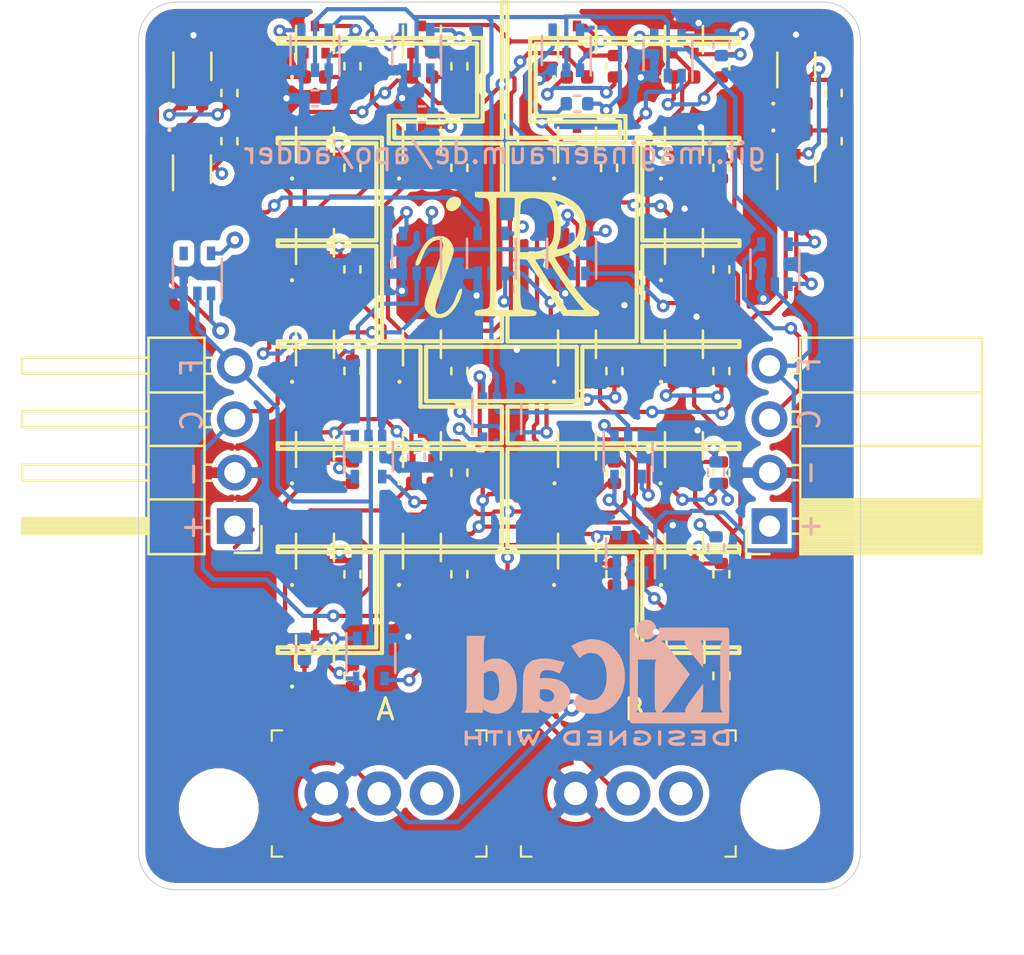
<source format=kicad_pcb>
(kicad_pcb (version 20171130) (host pcbnew 5.1.10)

  (general
    (thickness 1.6)
    (drawings 118)
    (tracks 964)
    (zones 0)
    (modules 114)
    (nets 63)
  )

  (page A4)
  (layers
    (0 F.Cu power)
    (1 In1.Cu signal hide)
    (2 In2.Cu signal hide)
    (31 B.Cu power hide)
    (32 B.Adhes user)
    (33 F.Adhes user)
    (34 B.Paste user)
    (35 F.Paste user)
    (36 B.SilkS user)
    (37 F.SilkS user)
    (38 B.Mask user)
    (39 F.Mask user)
    (40 Dwgs.User user)
    (41 Cmts.User user)
    (42 Eco1.User user)
    (43 Eco2.User user)
    (44 Edge.Cuts user)
    (45 Margin user)
    (46 B.CrtYd user)
    (47 F.CrtYd user)
    (48 B.Fab user)
    (49 F.Fab user)
  )

  (setup
    (last_trace_width 0.2)
    (user_trace_width 0.5)
    (trace_clearance 0.2)
    (zone_clearance 0.3)
    (zone_45_only no)
    (trace_min 0.2)
    (via_size 0.8)
    (via_drill 0.4)
    (via_min_size 0.4)
    (via_min_drill 0.3)
    (user_via 0.6 0.3)
    (uvia_size 0.3)
    (uvia_drill 0.1)
    (uvias_allowed no)
    (uvia_min_size 0.2)
    (uvia_min_drill 0.1)
    (edge_width 0.05)
    (segment_width 0.2)
    (pcb_text_width 0.3)
    (pcb_text_size 1.5 1.5)
    (mod_edge_width 0.12)
    (mod_text_size 1 1)
    (mod_text_width 0.15)
    (pad_size 6.4 6.4)
    (pad_drill 3.2)
    (pad_to_mask_clearance 0)
    (aux_axis_origin 87.63 98.044)
    (grid_origin 87.63 98.044)
    (visible_elements FFFFFF7F)
    (pcbplotparams
      (layerselection 0x010fc_ffffffff)
      (usegerberextensions false)
      (usegerberattributes true)
      (usegerberadvancedattributes true)
      (creategerberjobfile true)
      (excludeedgelayer true)
      (linewidth 0.150000)
      (plotframeref false)
      (viasonmask false)
      (mode 1)
      (useauxorigin false)
      (hpglpennumber 1)
      (hpglpenspeed 20)
      (hpglpendiameter 15.000000)
      (psnegative false)
      (psa4output false)
      (plotreference true)
      (plotvalue true)
      (plotinvisibletext false)
      (padsonsilk false)
      (subtractmaskfromsilk false)
      (outputformat 1)
      (mirror false)
      (drillshape 0)
      (scaleselection 1)
      (outputdirectory "/tmp/adder_gerber"))
  )

  (net 0 "")
  (net 1 GND)
  (net 2 VCC)
  (net 3 /A)
  (net 4 /Cin)
  (net 5 /B)
  (net 6 "Net-(D1-Pad2)")
  (net 7 "Net-(D2-Pad2)")
  (net 8 "Net-(D3-Pad2)")
  (net 9 "Net-(D4-Pad2)")
  (net 10 "Net-(D5-Pad2)")
  (net 11 "Net-(D6-Pad1)")
  (net 12 "Net-(D7-Pad1)")
  (net 13 "Net-(D8-Pad1)")
  (net 14 "Net-(D9-Pad1)")
  (net 15 "Net-(D10-Pad1)")
  (net 16 /Sheet617F1E56/drain)
  (net 17 /Sheet617F49C8/drain)
  (net 18 /Sheet617F77F7/out)
  (net 19 /Sheet617FA69D/drain)
  (net 20 /Sheet617F9D74/out)
  (net 21 /sheet618026B1/out)
  (net 22 /sheet61802BA6/out)
  (net 23 /sheet61801675/drain)
  (net 24 /sheet618020C7/drain)
  (net 25 CK)
  (net 26 "Net-(D11-Pad2)")
  (net 27 /Coutinv)
  (net 28 "Net-(D12-Pad2)")
  (net 29 "Net-(D13-Pad2)")
  (net 30 "Net-(D14-Pad2)")
  (net 31 "Net-(D15-Pad2)")
  (net 32 "Net-(D16-Pad1)")
  (net 33 "Net-(D17-Pad1)")
  (net 34 "Net-(D18-Pad1)")
  (net 35 "Net-(D19-Pad1)")
  (net 36 "Net-(D20-Pad1)")
  (net 37 "Net-(D21-Pad2)")
  (net 38 "Net-(D22-Pad2)")
  (net 39 "Net-(D23-Pad2)")
  (net 40 "Net-(D24-Pad1)")
  (net 41 "Net-(D25-Pad1)")
  (net 42 "Net-(D26-Pad1)")
  (net 43 "Net-(D27-Pad2)")
  (net 44 /Sinv)
  (net 45 "Net-(D28-Pad1)")
  (net 46 /Cout)
  (net 47 /sheet617EA114/drain)
  (net 48 /sheet617EB753/drain)
  (net 49 /sheet617F0BFA/out)
  (net 50 /sheet617EF79C/drain)
  (net 51 /sheet61827E81/out)
  (net 52 /sheet617F3F23/drain)
  (net 53 /sheet6188A621/source)
  (net 54 /sheet6188A621/drain)
  (net 55 /sheet6189E1B4/out)
  (net 56 /sheet6188F5B8/drain)
  (net 57 /sheet618AD770/out)
  (net 58 /sheet6191B1A0/in)
  (net 59 /sheet619022FA/drain)
  (net 60 /sheet61921360/in)
  (net 61 /sheet619022FB/drain)
  (net 62 /sheet6196C11E/drain)

  (net_class Default "This is the default net class."
    (clearance 0.2)
    (trace_width 0.2)
    (via_dia 0.8)
    (via_drill 0.4)
    (uvia_dia 0.3)
    (uvia_drill 0.1)
    (add_net /A)
    (add_net /B)
    (add_net /Cin)
    (add_net /Cout)
    (add_net /Coutinv)
    (add_net /Sheet617F1E56/drain)
    (add_net /Sheet617F49C8/drain)
    (add_net /Sheet617F77F7/out)
    (add_net /Sheet617F9D74/out)
    (add_net /Sheet617FA69D/drain)
    (add_net /Sinv)
    (add_net /sheet617EA114/drain)
    (add_net /sheet617EB753/drain)
    (add_net /sheet617EF79C/drain)
    (add_net /sheet617F0BFA/out)
    (add_net /sheet617F3F23/drain)
    (add_net /sheet61801675/drain)
    (add_net /sheet618020C7/drain)
    (add_net /sheet618026B1/out)
    (add_net /sheet61802BA6/out)
    (add_net /sheet61827E81/out)
    (add_net /sheet6188A621/drain)
    (add_net /sheet6188A621/source)
    (add_net /sheet6188F5B8/drain)
    (add_net /sheet6189E1B4/out)
    (add_net /sheet618AD770/out)
    (add_net /sheet619022FA/drain)
    (add_net /sheet619022FB/drain)
    (add_net /sheet6191B1A0/in)
    (add_net /sheet61921360/in)
    (add_net /sheet6196C11E/drain)
    (add_net CK)
    (add_net GND)
    (add_net "Net-(D1-Pad2)")
    (add_net "Net-(D10-Pad1)")
    (add_net "Net-(D11-Pad2)")
    (add_net "Net-(D12-Pad2)")
    (add_net "Net-(D13-Pad2)")
    (add_net "Net-(D14-Pad2)")
    (add_net "Net-(D15-Pad2)")
    (add_net "Net-(D16-Pad1)")
    (add_net "Net-(D17-Pad1)")
    (add_net "Net-(D18-Pad1)")
    (add_net "Net-(D19-Pad1)")
    (add_net "Net-(D2-Pad2)")
    (add_net "Net-(D20-Pad1)")
    (add_net "Net-(D21-Pad2)")
    (add_net "Net-(D22-Pad2)")
    (add_net "Net-(D23-Pad2)")
    (add_net "Net-(D24-Pad1)")
    (add_net "Net-(D25-Pad1)")
    (add_net "Net-(D26-Pad1)")
    (add_net "Net-(D27-Pad2)")
    (add_net "Net-(D28-Pad1)")
    (add_net "Net-(D3-Pad2)")
    (add_net "Net-(D4-Pad2)")
    (add_net "Net-(D5-Pad2)")
    (add_net "Net-(D6-Pad1)")
    (add_net "Net-(D7-Pad1)")
    (add_net "Net-(D8-Pad1)")
    (add_net "Net-(D9-Pad1)")
    (add_net VCC)
  )

  (module adder:iR (layer F.Cu) (tedit 0) (tstamp 61867C07)
    (at 144.145 89.789)
    (fp_text reference G*** (at 0 0) (layer F.SilkS) hide
      (effects (font (size 1.524 1.524) (thickness 0.3)))
    )
    (fp_text value LOGO (at 0.75 0) (layer F.SilkS) hide
      (effects (font (size 1.524 1.524) (thickness 0.3)))
    )
    (fp_poly (pts (xy -3.050124 -0.871424) (xy -2.874344 -0.793408) (xy -2.722769 -0.650934) (xy -2.61225 -0.465215)
      (xy -2.55689 -0.265065) (xy -2.556698 -0.144409) (xy -2.577414 -0.059051) (xy -2.62445 0.092844)
      (xy -2.693542 0.298865) (xy -2.78043 0.546598) (xy -2.880849 0.82363) (xy -2.985572 1.104424)
      (xy -3.127401 1.484572) (xy -3.238706 1.795745) (xy -3.321928 2.046954) (xy -3.379512 2.247208)
      (xy -3.4139 2.405517) (xy -3.427534 2.530891) (xy -3.422856 2.63234) (xy -3.413213 2.681806)
      (xy -3.353575 2.780754) (xy -3.249134 2.821964) (xy -3.114783 2.80774) (xy -2.965414 2.740387)
      (xy -2.81592 2.622207) (xy -2.77912 2.583718) (xy -2.680489 2.468823) (xy -2.605265 2.362232)
      (xy -2.540138 2.239967) (xy -2.471796 2.07805) (xy -2.414246 1.926471) (xy -2.337031 1.744528)
      (xy -2.269387 1.642104) (xy -2.225505 1.615266) (xy -2.176863 1.61578) (xy -2.160029 1.656581)
      (xy -2.167905 1.757901) (xy -2.169974 1.773598) (xy -2.228492 2.005113) (xy -2.336539 2.25066)
      (xy -2.480405 2.489499) (xy -2.646381 2.700885) (xy -2.820756 2.864076) (xy -2.939662 2.938141)
      (xy -3.146268 2.998009) (xy -3.362388 2.996878) (xy -3.556652 2.93611) (xy -3.601649 2.909409)
      (xy -3.72494 2.805294) (xy -3.833279 2.681079) (xy -3.840743 2.670316) (xy -3.900796 2.560393)
      (xy -3.932493 2.441198) (xy -3.934266 2.300457) (xy -3.904548 2.125896) (xy -3.841772 1.905243)
      (xy -3.74437 1.626223) (xy -3.688415 1.477275) (xy -3.503501 0.985401) (xy -3.348959 0.559272)
      (xy -3.22552 0.201113) (xy -3.133916 -0.086852) (xy -3.074881 -0.302399) (xy -3.049146 -0.443305)
      (xy -3.048 -0.467359) (xy -3.075518 -0.611048) (xy -3.158872 -0.69164) (xy -3.299265 -0.710009)
      (xy -3.368712 -0.70069) (xy -3.561732 -0.62185) (xy -3.740122 -0.462136) (xy -3.901593 -0.224433)
      (xy -4.043856 0.08837) (xy -4.084454 0.202378) (xy -4.142657 0.359583) (xy -4.192926 0.450962)
      (xy -4.245986 0.493271) (xy -4.275569 0.501068) (xy -4.335842 0.503143) (xy -4.356272 0.470173)
      (xy -4.346433 0.380633) (xy -4.341467 0.352902) (xy -4.294531 0.190566) (xy -4.211676 -0.011368)
      (xy -4.106984 -0.224173) (xy -3.994538 -0.419122) (xy -3.892918 -0.562145) (xy -3.707263 -0.732416)
      (xy -3.493269 -0.843363) (xy -3.268402 -0.891021) (xy -3.050124 -0.871424)) (layer F.SilkS) (width 0.01))
    (fp_poly (pts (xy 0.716486 -2.984369) (xy 1.081876 -2.983714) (xy 1.380074 -2.982144) (xy 1.619815 -2.979266)
      (xy 1.809838 -2.974691) (xy 1.958878 -2.968025) (xy 2.075673 -2.958878) (xy 2.168959 -2.946857)
      (xy 2.247474 -2.93157) (xy 2.319955 -2.912628) (xy 2.395137 -2.889637) (xy 2.395747 -2.889443)
      (xy 2.797673 -2.731339) (xy 3.130517 -2.534248) (xy 3.391366 -2.300378) (xy 3.577306 -2.031936)
      (xy 3.606108 -1.97239) (xy 3.671279 -1.760898) (xy 3.705356 -1.504643) (xy 3.708165 -1.233835)
      (xy 3.67953 -0.978683) (xy 3.619277 -0.769396) (xy 3.613153 -0.755685) (xy 3.446079 -0.493373)
      (xy 3.20905 -0.271422) (xy 2.909021 -0.094794) (xy 2.552951 0.031547) (xy 2.487083 0.047727)
      (xy 2.357426 0.082221) (xy 2.269129 0.11444) (xy 2.243667 0.133411) (xy 2.266614 0.181275)
      (xy 2.330106 0.286513) (xy 2.426121 0.437148) (xy 2.546634 0.621205) (xy 2.683622 0.826705)
      (xy 2.829062 1.041673) (xy 2.974931 1.254132) (xy 3.113205 1.452104) (xy 3.235861 1.623614)
      (xy 3.302863 1.7145) (xy 3.526606 1.995161) (xy 3.744819 2.235446) (xy 3.947653 2.42572)
      (xy 4.125259 2.55635) (xy 4.206551 2.598425) (xy 4.313241 2.657174) (xy 4.356306 2.727099)
      (xy 4.360333 2.769867) (xy 4.355597 2.820584) (xy 4.334572 2.858764) (xy 4.287029 2.885932)
      (xy 4.202742 2.903616) (xy 4.071482 2.91334) (xy 3.883022 2.916631) (xy 3.627135 2.915016)
      (xy 3.408557 2.911879) (xy 2.647281 2.899834) (xy 0.927515 0.232834) (xy 0.916223 0.231962)
      (xy 1.320261 0.231962) (xy 1.337596 0.270485) (xy 1.394968 0.369776) (xy 1.486154 0.519692)
      (xy 1.604932 0.710089) (xy 1.745079 0.930823) (xy 1.83188 1.065926) (xy 2.000715 1.327647)
      (xy 2.170379 1.590696) (xy 2.329962 1.838156) (xy 2.468555 2.053108) (xy 2.575247 2.218636)
      (xy 2.598194 2.25425) (xy 2.836832 2.624667) (xy 3.644909 2.624667) (xy 3.351013 2.275417)
      (xy 3.102901 1.965294) (xy 2.830473 1.59764) (xy 2.546812 1.190884) (xy 2.265 0.763453)
      (xy 2.160003 0.597662) (xy 1.88584 0.159604) (xy 1.611079 0.187755) (xy 1.468206 0.204436)
      (xy 1.363192 0.220536) (xy 1.320261 0.231962) (xy 0.916223 0.231962) (xy 0.756951 0.219663)
      (xy 0.586388 0.206492) (xy 0.600111 1.329468) (xy 0.604396 1.687335) (xy 0.609569 1.969754)
      (xy 0.618723 2.185911) (xy 0.634948 2.344997) (xy 0.661335 2.4562) (xy 0.700977 2.528708)
      (xy 0.756964 2.57171) (xy 0.832388 2.594394) (xy 0.930341 2.60595) (xy 1.032204 2.613772)
      (xy 1.223653 2.639228) (xy 1.337538 2.681112) (xy 1.380075 2.743645) (xy 1.357481 2.831048)
      (xy 1.356115 2.833627) (xy 1.340988 2.857518) (xy 1.318052 2.876597) (xy 1.278468 2.891401)
      (xy 1.213398 2.902464) (xy 1.114004 2.910324) (xy 0.971447 2.915513) (xy 0.776888 2.918569)
      (xy 0.52149 2.920027) (xy 0.196413 2.920421) (xy -0.075573 2.920352) (xy -0.411506 2.919132)
      (xy -0.721489 2.915971) (xy -0.995065 2.911136) (xy -1.22178 2.90489) (xy -1.391177 2.897499)
      (xy -1.4928 2.889228) (xy -1.517121 2.883814) (xy -1.555854 2.818246) (xy -1.559454 2.747354)
      (xy -1.544223 2.694741) (xy -1.504509 2.659743) (xy -1.421979 2.634418) (xy -1.278299 2.61082)
      (xy -1.228576 2.603975) (xy -1.06126 2.577891) (xy -0.957545 2.549789) (xy -0.896605 2.511312)
      (xy -0.858237 2.455334) (xy -0.846364 2.41412) (xy -0.836436 2.33745) (xy -0.828356 2.219718)
      (xy -0.82203 2.055321) (xy -0.817362 1.838653) (xy -0.814258 1.564112) (xy -0.812622 1.226093)
      (xy -0.81236 0.818991) (xy -0.813376 0.337202) (xy -0.814994 -0.093759) (xy -0.816903 -0.626033)
      (xy -0.818407 -1.079937) (xy -0.820571 -1.461757) (xy -0.824459 -1.777775) (xy -0.831136 -2.034278)
      (xy -0.841665 -2.237548) (xy -0.857111 -2.393871) (xy -0.878538 -2.509532) (xy -0.907011 -2.590813)
      (xy -0.943595 -2.644001) (xy -0.989352 -2.675379) (xy -1.045349 -2.691232) (xy -1.112648 -2.697843)
      (xy -1.192315 -2.701499) (xy -1.257376 -2.70578) (xy -1.294509 -2.709333) (xy -0.529167 -2.709333)
      (xy -0.529167 2.624667) (xy -0.105833 2.624675) (xy 0.3175 2.624684) (xy 0.3175 0.031759)
      (xy 0.318079 -0.43073) (xy 0.319748 -0.869199) (xy 0.322046 -1.221349) (xy 0.592667 -1.221349)
      (xy 0.592667 -0.127) (xy 0.963083 -0.127661) (xy 1.170804 -0.135099) (xy 1.381913 -0.154163)
      (xy 1.555944 -0.181009) (xy 1.579493 -0.186202) (xy 1.809863 -0.271739) (xy 1.988268 -0.410015)
      (xy 2.11635 -0.604866) (xy 2.195753 -0.860128) (xy 2.228118 -1.17964) (xy 2.21509 -1.567237)
      (xy 2.207273 -1.652349) (xy 2.162661 -1.955488) (xy 2.092962 -2.188952) (xy 1.991497 -2.365705)
      (xy 1.851588 -2.498713) (xy 1.735289 -2.568657) (xy 1.676525 -2.591375) (xy 2.244211 -2.591375)
      (xy 2.350081 -2.360125) (xy 2.451764 -2.085866) (xy 2.512076 -1.788519) (xy 2.534154 -1.44751)
      (xy 2.52916 -1.185333) (xy 2.511202 -0.92536) (xy 2.479309 -0.716261) (xy 2.426506 -0.524532)
      (xy 2.350673 -0.328083) (xy 2.344288 -0.271875) (xy 2.394478 -0.2557) (xy 2.508212 -0.279237)
      (xy 2.619809 -0.315786) (xy 2.833572 -0.41454) (xy 3.034727 -0.548618) (xy 3.195786 -0.697977)
      (xy 3.258673 -0.781559) (xy 3.355556 -1.005201) (xy 3.405073 -1.267905) (xy 3.403136 -1.535966)
      (xy 3.370501 -1.703563) (xy 3.262327 -1.936201) (xy 3.085628 -2.153445) (xy 2.856531 -2.341564)
      (xy 2.59116 -2.486827) (xy 2.360355 -2.563726) (xy 2.244211 -2.591375) (xy 1.676525 -2.591375)
      (xy 1.514041 -2.65419) (xy 1.286423 -2.695566) (xy 1.068915 -2.694615) (xy 0.877993 -2.653167)
      (xy 0.730135 -2.573054) (xy 0.641821 -2.456105) (xy 0.638369 -2.446801) (xy 0.6235 -2.35967)
      (xy 0.611221 -2.195592) (xy 0.601818 -1.962254) (xy 0.59558 -1.667344) (xy 0.592791 -1.318551)
      (xy 0.592667 -1.221349) (xy 0.322046 -1.221349) (xy 0.322404 -1.276127) (xy 0.325946 -1.643993)
      (xy 0.330271 -1.965279) (xy 0.335277 -2.232463) (xy 0.34086 -2.438026) (xy 0.34692 -2.574447)
      (xy 0.353354 -2.634206) (xy 0.353779 -2.63525) (xy 0.363368 -2.667807) (xy 0.345102 -2.689154)
      (xy 0.285636 -2.701626) (xy 0.171627 -2.707558) (xy -0.01027 -2.709285) (xy -0.069554 -2.709333)
      (xy -0.529167 -2.709333) (xy -1.294509 -2.709333) (xy -1.40915 -2.720302) (xy -1.495199 -2.737637)
      (xy -1.534173 -2.767616) (xy -1.544723 -2.820072) (xy -1.545167 -2.8575) (xy -1.545167 -2.9845)
      (xy 0.275167 -2.9845) (xy 0.716486 -2.984369)) (layer F.SilkS) (width 0.01))
    (fp_poly (pts (xy -2.345148 -2.721045) (xy -2.244151 -2.639159) (xy -2.204767 -2.520975) (xy -2.231431 -2.381457)
      (xy -2.328579 -2.235573) (xy -2.345267 -2.218266) (xy -2.49102 -2.112579) (xy -2.641541 -2.0712)
      (xy -2.777731 -2.096641) (xy -2.850939 -2.15175) (xy -2.917827 -2.279728) (xy -2.916555 -2.420553)
      (xy -2.857707 -2.55596) (xy -2.751867 -2.667684) (xy -2.609619 -2.737459) (xy -2.503324 -2.751666)
      (xy -2.345148 -2.721045)) (layer F.SilkS) (width 0.01))
  )

  (module Symbol:KiCad-Logo2_5mm_SilkScreen (layer B.Cu) (tedit 0) (tstamp 61874D8F)
    (at 148.3995 110.109 180)
    (descr "KiCad Logo")
    (tags "Logo KiCad")
    (attr virtual)
    (fp_text reference REF** (at 0 5.08) (layer B.SilkS) hide
      (effects (font (size 1 1) (thickness 0.15)) (justify mirror))
    )
    (fp_text value KiCad-Logo2_5mm_SilkScreen (at 0 -5.08) (layer B.Fab) hide
      (effects (font (size 1 1) (thickness 0.15)) (justify mirror))
    )
    (fp_poly (pts (xy -2.9464 2.510946) (xy -2.935535 2.397007) (xy -2.903918 2.289384) (xy -2.853015 2.190385)
      (xy -2.784293 2.102316) (xy -2.699219 2.027484) (xy -2.602232 1.969616) (xy -2.495964 1.929995)
      (xy -2.38895 1.911427) (xy -2.2833 1.912566) (xy -2.181125 1.93207) (xy -2.084534 1.968594)
      (xy -1.995638 2.020795) (xy -1.916546 2.087327) (xy -1.849369 2.166848) (xy -1.796217 2.258013)
      (xy -1.759199 2.359477) (xy -1.740427 2.469898) (xy -1.738489 2.519794) (xy -1.738489 2.607733)
      (xy -1.68656 2.607733) (xy -1.650253 2.604889) (xy -1.623355 2.593089) (xy -1.596249 2.569351)
      (xy -1.557867 2.530969) (xy -1.557867 0.339398) (xy -1.557876 0.077261) (xy -1.557908 -0.163241)
      (xy -1.557972 -0.383048) (xy -1.558076 -0.583101) (xy -1.558227 -0.764344) (xy -1.558434 -0.927716)
      (xy -1.558706 -1.07416) (xy -1.55905 -1.204617) (xy -1.559474 -1.320029) (xy -1.559987 -1.421338)
      (xy -1.560597 -1.509484) (xy -1.561312 -1.58541) (xy -1.56214 -1.650057) (xy -1.563089 -1.704367)
      (xy -1.564167 -1.74928) (xy -1.565383 -1.78574) (xy -1.566745 -1.814687) (xy -1.568261 -1.837063)
      (xy -1.569938 -1.853809) (xy -1.571786 -1.865868) (xy -1.573813 -1.87418) (xy -1.576025 -1.879687)
      (xy -1.577108 -1.881537) (xy -1.581271 -1.888549) (xy -1.584805 -1.894996) (xy -1.588635 -1.9009)
      (xy -1.593682 -1.906286) (xy -1.600871 -1.911178) (xy -1.611123 -1.915598) (xy -1.625364 -1.919572)
      (xy -1.644514 -1.923121) (xy -1.669499 -1.92627) (xy -1.70124 -1.929042) (xy -1.740662 -1.931461)
      (xy -1.788686 -1.933551) (xy -1.846237 -1.935335) (xy -1.914237 -1.936837) (xy -1.99361 -1.93808)
      (xy -2.085279 -1.939089) (xy -2.190166 -1.939885) (xy -2.309196 -1.940494) (xy -2.44329 -1.940939)
      (xy -2.593373 -1.941243) (xy -2.760367 -1.94143) (xy -2.945196 -1.941524) (xy -3.148783 -1.941548)
      (xy -3.37205 -1.941525) (xy -3.615922 -1.94148) (xy -3.881321 -1.941437) (xy -3.919704 -1.941432)
      (xy -4.186682 -1.941389) (xy -4.432002 -1.941318) (xy -4.656583 -1.941213) (xy -4.861345 -1.941066)
      (xy -5.047206 -1.940869) (xy -5.215088 -1.940616) (xy -5.365908 -1.9403) (xy -5.500587 -1.939913)
      (xy -5.620044 -1.939447) (xy -5.725199 -1.938897) (xy -5.816971 -1.938253) (xy -5.896279 -1.937511)
      (xy -5.964043 -1.936661) (xy -6.021182 -1.935697) (xy -6.068617 -1.934611) (xy -6.107266 -1.933397)
      (xy -6.138049 -1.932047) (xy -6.161885 -1.930555) (xy -6.179694 -1.928911) (xy -6.192395 -1.927111)
      (xy -6.200908 -1.925145) (xy -6.205266 -1.923477) (xy -6.213728 -1.919906) (xy -6.221497 -1.91727)
      (xy -6.228602 -1.914634) (xy -6.235073 -1.911062) (xy -6.240939 -1.905621) (xy -6.246229 -1.897375)
      (xy -6.250974 -1.88539) (xy -6.255202 -1.868731) (xy -6.258943 -1.846463) (xy -6.262227 -1.817652)
      (xy -6.265083 -1.781363) (xy -6.26754 -1.736661) (xy -6.269629 -1.682611) (xy -6.271378 -1.618279)
      (xy -6.272817 -1.54273) (xy -6.273976 -1.45503) (xy -6.274883 -1.354243) (xy -6.275569 -1.239434)
      (xy -6.276063 -1.10967) (xy -6.276395 -0.964015) (xy -6.276593 -0.801535) (xy -6.276687 -0.621295)
      (xy -6.276708 -0.42236) (xy -6.276685 -0.203796) (xy -6.276646 0.035332) (xy -6.276622 0.29596)
      (xy -6.276622 0.338111) (xy -6.276636 0.601008) (xy -6.276661 0.842268) (xy -6.276671 1.062835)
      (xy -6.276642 1.263648) (xy -6.276548 1.445651) (xy -6.276362 1.609784) (xy -6.276059 1.756989)
      (xy -6.275614 1.888208) (xy -6.275034 1.998133) (xy -5.972197 1.998133) (xy -5.932407 1.940289)
      (xy -5.921236 1.924521) (xy -5.911166 1.910559) (xy -5.902138 1.897216) (xy -5.894097 1.883307)
      (xy -5.886986 1.867644) (xy -5.880747 1.849042) (xy -5.875325 1.826314) (xy -5.870662 1.798273)
      (xy -5.866701 1.763733) (xy -5.863385 1.721508) (xy -5.860659 1.670411) (xy -5.858464 1.609256)
      (xy -5.856745 1.536856) (xy -5.855444 1.452025) (xy -5.854505 1.353578) (xy -5.85387 1.240326)
      (xy -5.853484 1.111084) (xy -5.853288 0.964666) (xy -5.853227 0.799884) (xy -5.853243 0.615553)
      (xy -5.85328 0.410487) (xy -5.853289 0.287867) (xy -5.853265 0.070918) (xy -5.853231 -0.124642)
      (xy -5.853243 -0.299999) (xy -5.853358 -0.456341) (xy -5.85363 -0.594857) (xy -5.854118 -0.716734)
      (xy -5.854876 -0.82316) (xy -5.855962 -0.915322) (xy -5.857431 -0.994409) (xy -5.85934 -1.061608)
      (xy -5.861744 -1.118107) (xy -5.864701 -1.165093) (xy -5.868266 -1.203755) (xy -5.872495 -1.23528)
      (xy -5.877446 -1.260855) (xy -5.883173 -1.28167) (xy -5.889733 -1.298911) (xy -5.897183 -1.313765)
      (xy -5.905579 -1.327422) (xy -5.914976 -1.341069) (xy -5.925432 -1.355893) (xy -5.931523 -1.364783)
      (xy -5.970296 -1.4224) (xy -5.438732 -1.4224) (xy -5.315483 -1.422365) (xy -5.212987 -1.422215)
      (xy -5.12942 -1.421878) (xy -5.062956 -1.421286) (xy -5.011771 -1.420367) (xy -4.974041 -1.419051)
      (xy -4.94794 -1.417269) (xy -4.931644 -1.414951) (xy -4.923328 -1.412026) (xy -4.921168 -1.408424)
      (xy -4.923339 -1.404075) (xy -4.924535 -1.402645) (xy -4.949685 -1.365573) (xy -4.975583 -1.312772)
      (xy -4.999192 -1.25077) (xy -5.007461 -1.224357) (xy -5.012078 -1.206416) (xy -5.015979 -1.185355)
      (xy -5.019248 -1.159089) (xy -5.021966 -1.125532) (xy -5.024215 -1.082599) (xy -5.026077 -1.028204)
      (xy -5.027636 -0.960262) (xy -5.028972 -0.876688) (xy -5.030169 -0.775395) (xy -5.031308 -0.6543)
      (xy -5.031685 -0.6096) (xy -5.032702 -0.484449) (xy -5.03346 -0.380082) (xy -5.033903 -0.294707)
      (xy -5.03397 -0.226533) (xy -5.033605 -0.173765) (xy -5.032748 -0.134614) (xy -5.031341 -0.107285)
      (xy -5.029325 -0.089986) (xy -5.026643 -0.080926) (xy -5.023236 -0.078312) (xy -5.019044 -0.080351)
      (xy -5.014571 -0.084667) (xy -5.004216 -0.097602) (xy -4.982158 -0.126676) (xy -4.949957 -0.169759)
      (xy -4.909174 -0.224718) (xy -4.86137 -0.289423) (xy -4.808105 -0.361742) (xy -4.75094 -0.439544)
      (xy -4.691437 -0.520698) (xy -4.631155 -0.603072) (xy -4.571655 -0.684536) (xy -4.514498 -0.762957)
      (xy -4.461245 -0.836204) (xy -4.413457 -0.902147) (xy -4.372693 -0.958654) (xy -4.340516 -1.003593)
      (xy -4.318485 -1.034834) (xy -4.313917 -1.041466) (xy -4.290996 -1.078369) (xy -4.264188 -1.126359)
      (xy -4.238789 -1.175897) (xy -4.235568 -1.182577) (xy -4.21389 -1.230772) (xy -4.201304 -1.268334)
      (xy -4.195574 -1.30416) (xy -4.194456 -1.3462) (xy -4.19509 -1.4224) (xy -3.040651 -1.4224)
      (xy -3.131815 -1.328669) (xy -3.178612 -1.278775) (xy -3.228899 -1.222295) (xy -3.274944 -1.168026)
      (xy -3.295369 -1.142673) (xy -3.325807 -1.103128) (xy -3.365862 -1.049916) (xy -3.414361 -0.984667)
      (xy -3.470135 -0.909011) (xy -3.532011 -0.824577) (xy -3.598819 -0.732994) (xy -3.669387 -0.635892)
      (xy -3.742545 -0.534901) (xy -3.817121 -0.43165) (xy -3.891944 -0.327768) (xy -3.965843 -0.224885)
      (xy -4.037646 -0.124631) (xy -4.106184 -0.028636) (xy -4.170284 0.061473) (xy -4.228775 0.144064)
      (xy -4.280486 0.217508) (xy -4.324247 0.280176) (xy -4.358885 0.330439) (xy -4.38323 0.366666)
      (xy -4.396111 0.387229) (xy -4.397869 0.391332) (xy -4.38991 0.402658) (xy -4.369115 0.429838)
      (xy -4.336847 0.471171) (xy -4.29447 0.524956) (xy -4.243347 0.589494) (xy -4.184841 0.663082)
      (xy -4.120314 0.744022) (xy -4.051131 0.830612) (xy -3.978653 0.921152) (xy -3.904246 1.01394)
      (xy -3.844517 1.088298) (xy -2.833511 1.088298) (xy -2.827602 1.075341) (xy -2.813272 1.053092)
      (xy -2.812225 1.051609) (xy -2.793438 1.021456) (xy -2.773791 0.984625) (xy -2.769892 0.976489)
      (xy -2.766356 0.96806) (xy -2.76323 0.957941) (xy -2.760486 0.94474) (xy -2.758092 0.927062)
      (xy -2.756019 0.903516) (xy -2.754235 0.872707) (xy -2.752712 0.833243) (xy -2.751419 0.783731)
      (xy -2.750326 0.722777) (xy -2.749403 0.648989) (xy -2.748619 0.560972) (xy -2.747945 0.457335)
      (xy -2.74735 0.336684) (xy -2.746805 0.197626) (xy -2.746279 0.038768) (xy -2.745745 -0.140089)
      (xy -2.745206 -0.325207) (xy -2.744772 -0.489145) (xy -2.744509 -0.633303) (xy -2.744484 -0.759079)
      (xy -2.744765 -0.867871) (xy -2.745419 -0.961077) (xy -2.746514 -1.040097) (xy -2.748118 -1.106328)
      (xy -2.750297 -1.16117) (xy -2.753119 -1.206021) (xy -2.756651 -1.242278) (xy -2.760961 -1.271341)
      (xy -2.766117 -1.294609) (xy -2.772185 -1.313479) (xy -2.779233 -1.329351) (xy -2.787329 -1.343622)
      (xy -2.79654 -1.357691) (xy -2.80504 -1.370158) (xy -2.822176 -1.396452) (xy -2.832322 -1.414037)
      (xy -2.833511 -1.417257) (xy -2.822604 -1.418334) (xy -2.791411 -1.419335) (xy -2.742223 -1.420235)
      (xy -2.677333 -1.42101) (xy -2.59903 -1.421637) (xy -2.509607 -1.422091) (xy -2.411356 -1.422349)
      (xy -2.342445 -1.4224) (xy -2.237452 -1.42218) (xy -2.14061 -1.421548) (xy -2.054107 -1.420549)
      (xy -1.980132 -1.419227) (xy -1.920874 -1.417626) (xy -1.87852 -1.415791) (xy -1.85526 -1.413765)
      (xy -1.851378 -1.412493) (xy -1.859076 -1.397591) (xy -1.867074 -1.38956) (xy -1.880246 -1.372434)
      (xy -1.897485 -1.342183) (xy -1.909407 -1.317622) (xy -1.936045 -1.258711) (xy -1.93912 -0.081845)
      (xy -1.942195 1.095022) (xy -2.387853 1.095022) (xy -2.48567 1.094858) (xy -2.576064 1.094389)
      (xy -2.65663 1.093653) (xy -2.724962 1.092684) (xy -2.778656 1.09152) (xy -2.815305 1.090197)
      (xy -2.832504 1.088751) (xy -2.833511 1.088298) (xy -3.844517 1.088298) (xy -3.82927 1.107278)
      (xy -3.75509 1.199463) (xy -3.683069 1.288796) (xy -3.614569 1.373576) (xy -3.550955 1.452102)
      (xy -3.493588 1.522674) (xy -3.443833 1.583591) (xy -3.403052 1.633153) (xy -3.385888 1.653822)
      (xy -3.299596 1.754484) (xy -3.222997 1.837741) (xy -3.154183 1.905562) (xy -3.091248 1.959911)
      (xy -3.081867 1.967278) (xy -3.042356 1.997883) (xy -4.174116 1.998133) (xy -4.168827 1.950156)
      (xy -4.17213 1.892812) (xy -4.193661 1.824537) (xy -4.233635 1.744788) (xy -4.278943 1.672505)
      (xy -4.295161 1.64986) (xy -4.323214 1.612304) (xy -4.36143 1.561979) (xy -4.408137 1.501027)
      (xy -4.461661 1.431589) (xy -4.520331 1.355806) (xy -4.582475 1.27582) (xy -4.646421 1.193772)
      (xy -4.710495 1.111804) (xy -4.773027 1.032057) (xy -4.832343 0.956673) (xy -4.886771 0.887793)
      (xy -4.934639 0.827558) (xy -4.974275 0.778111) (xy -5.004006 0.741592) (xy -5.022161 0.720142)
      (xy -5.02522 0.716844) (xy -5.028079 0.724851) (xy -5.030293 0.755145) (xy -5.031857 0.807444)
      (xy -5.032767 0.881469) (xy -5.03302 0.976937) (xy -5.032613 1.093566) (xy -5.031704 1.213555)
      (xy -5.030382 1.345667) (xy -5.028857 1.457406) (xy -5.026881 1.550975) (xy -5.024206 1.628581)
      (xy -5.020582 1.692426) (xy -5.015761 1.744717) (xy -5.009494 1.787656) (xy -5.001532 1.823449)
      (xy -4.991627 1.8543) (xy -4.979531 1.882414) (xy -4.964993 1.909995) (xy -4.950311 1.935034)
      (xy -4.912314 1.998133) (xy -5.972197 1.998133) (xy -6.275034 1.998133) (xy -6.275001 2.004383)
      (xy -6.274195 2.106456) (xy -6.27317 2.195367) (xy -6.2719 2.272059) (xy -6.27036 2.337473)
      (xy -6.268524 2.392551) (xy -6.266367 2.438235) (xy -6.263863 2.475466) (xy -6.260987 2.505187)
      (xy -6.257713 2.528338) (xy -6.254015 2.545861) (xy -6.249869 2.558699) (xy -6.245247 2.567792)
      (xy -6.240126 2.574082) (xy -6.234478 2.578512) (xy -6.228279 2.582022) (xy -6.221504 2.585555)
      (xy -6.215508 2.589124) (xy -6.210275 2.5917) (xy -6.202099 2.594028) (xy -6.189886 2.596122)
      (xy -6.172541 2.597993) (xy -6.148969 2.599653) (xy -6.118077 2.601116) (xy -6.078768 2.602392)
      (xy -6.02995 2.603496) (xy -5.970527 2.604439) (xy -5.899404 2.605233) (xy -5.815488 2.605891)
      (xy -5.717683 2.606425) (xy -5.604894 2.606847) (xy -5.476029 2.607171) (xy -5.329991 2.607408)
      (xy -5.165686 2.60757) (xy -4.98202 2.60767) (xy -4.777897 2.60772) (xy -4.566753 2.607733)
      (xy -2.9464 2.607733) (xy -2.9464 2.510946)) (layer B.SilkS) (width 0.01))
    (fp_poly (pts (xy 0.328429 2.050929) (xy 0.48857 2.029755) (xy 0.65251 1.989615) (xy 0.822313 1.930111)
      (xy 1.000043 1.850846) (xy 1.01131 1.845301) (xy 1.069005 1.817275) (xy 1.120552 1.793198)
      (xy 1.162191 1.774751) (xy 1.190162 1.763614) (xy 1.199733 1.761067) (xy 1.21895 1.756059)
      (xy 1.223561 1.751853) (xy 1.218458 1.74142) (xy 1.202418 1.715132) (xy 1.177288 1.675743)
      (xy 1.144914 1.626009) (xy 1.107143 1.568685) (xy 1.065822 1.506524) (xy 1.022798 1.442282)
      (xy 0.979917 1.378715) (xy 0.939026 1.318575) (xy 0.901971 1.26462) (xy 0.8706 1.219603)
      (xy 0.846759 1.186279) (xy 0.832294 1.167403) (xy 0.830309 1.165213) (xy 0.820191 1.169862)
      (xy 0.79785 1.187038) (xy 0.76728 1.21356) (xy 0.751536 1.228036) (xy 0.655047 1.303318)
      (xy 0.548336 1.358759) (xy 0.432832 1.393859) (xy 0.309962 1.40812) (xy 0.240561 1.406949)
      (xy 0.119423 1.389788) (xy 0.010205 1.353906) (xy -0.087418 1.299041) (xy -0.173772 1.22493)
      (xy -0.249185 1.131312) (xy -0.313982 1.017924) (xy -0.351399 0.931333) (xy -0.395252 0.795634)
      (xy -0.427572 0.64815) (xy -0.448443 0.492686) (xy -0.457949 0.333044) (xy -0.456173 0.173027)
      (xy -0.443197 0.016439) (xy -0.419106 -0.132918) (xy -0.383982 -0.27124) (xy -0.337908 -0.394724)
      (xy -0.321627 -0.428978) (xy -0.25338 -0.543064) (xy -0.172921 -0.639557) (xy -0.08143 -0.71767)
      (xy 0.019911 -0.776617) (xy 0.12992 -0.815612) (xy 0.247415 -0.833868) (xy 0.288883 -0.835211)
      (xy 0.410441 -0.82429) (xy 0.530878 -0.791474) (xy 0.648666 -0.737439) (xy 0.762277 -0.662865)
      (xy 0.853685 -0.584539) (xy 0.900215 -0.540008) (xy 1.081483 -0.837271) (xy 1.12658 -0.911433)
      (xy 1.167819 -0.979646) (xy 1.203735 -1.039459) (xy 1.232866 -1.08842) (xy 1.25375 -1.124079)
      (xy 1.264924 -1.143984) (xy 1.266375 -1.147079) (xy 1.258146 -1.156718) (xy 1.232567 -1.173999)
      (xy 1.192873 -1.197283) (xy 1.142297 -1.224934) (xy 1.084074 -1.255315) (xy 1.021437 -1.28679)
      (xy 0.957621 -1.317722) (xy 0.89586 -1.346473) (xy 0.839388 -1.371408) (xy 0.791438 -1.390889)
      (xy 0.767986 -1.399318) (xy 0.634221 -1.437133) (xy 0.496327 -1.462136) (xy 0.348622 -1.47514)
      (xy 0.221833 -1.477468) (xy 0.153878 -1.476373) (xy 0.088277 -1.474275) (xy 0.030847 -1.471434)
      (xy -0.012597 -1.468106) (xy -0.026702 -1.466422) (xy -0.165716 -1.437587) (xy -0.307243 -1.392468)
      (xy -0.444725 -1.33375) (xy -0.571606 -1.26412) (xy -0.649111 -1.211441) (xy -0.776519 -1.103239)
      (xy -0.894822 -0.976671) (xy -1.001828 -0.834866) (xy -1.095348 -0.680951) (xy -1.17319 -0.518053)
      (xy -1.217044 -0.400756) (xy -1.267292 -0.217128) (xy -1.300791 -0.022581) (xy -1.317551 0.178675)
      (xy -1.317584 0.382432) (xy -1.300899 0.584479) (xy -1.267507 0.780608) (xy -1.21742 0.966609)
      (xy -1.213603 0.978197) (xy -1.150719 1.14025) (xy -1.073972 1.288168) (xy -0.980758 1.426135)
      (xy -0.868473 1.558339) (xy -0.824608 1.603601) (xy -0.688466 1.727543) (xy -0.548509 1.830085)
      (xy -0.402589 1.912344) (xy -0.248558 1.975436) (xy -0.084268 2.020477) (xy 0.011289 2.037967)
      (xy 0.170023 2.053534) (xy 0.328429 2.050929)) (layer B.SilkS) (width 0.01))
    (fp_poly (pts (xy 2.673574 1.133448) (xy 2.825492 1.113433) (xy 2.960756 1.079798) (xy 3.080239 1.032275)
      (xy 3.184815 0.970595) (xy 3.262424 0.907035) (xy 3.331265 0.832901) (xy 3.385006 0.753129)
      (xy 3.42791 0.660909) (xy 3.443384 0.617839) (xy 3.456244 0.578858) (xy 3.467446 0.542711)
      (xy 3.47712 0.507566) (xy 3.485396 0.47159) (xy 3.492403 0.43295) (xy 3.498272 0.389815)
      (xy 3.503131 0.340351) (xy 3.50711 0.282727) (xy 3.51034 0.215109) (xy 3.512949 0.135666)
      (xy 3.515067 0.042564) (xy 3.516824 -0.066027) (xy 3.518349 -0.191942) (xy 3.519772 -0.337012)
      (xy 3.521025 -0.479778) (xy 3.522351 -0.635968) (xy 3.523556 -0.771239) (xy 3.524766 -0.887246)
      (xy 3.526106 -0.985645) (xy 3.5277 -1.068093) (xy 3.529675 -1.136246) (xy 3.532156 -1.19176)
      (xy 3.535269 -1.236292) (xy 3.539138 -1.271498) (xy 3.543889 -1.299034) (xy 3.549648 -1.320556)
      (xy 3.556539 -1.337722) (xy 3.564689 -1.352186) (xy 3.574223 -1.365606) (xy 3.585266 -1.379638)
      (xy 3.589566 -1.385071) (xy 3.605386 -1.40791) (xy 3.612422 -1.423463) (xy 3.612444 -1.423922)
      (xy 3.601567 -1.426121) (xy 3.570582 -1.428147) (xy 3.521957 -1.429942) (xy 3.458163 -1.431451)
      (xy 3.381669 -1.432616) (xy 3.294944 -1.43338) (xy 3.200457 -1.433686) (xy 3.18955 -1.433689)
      (xy 2.766657 -1.433689) (xy 2.763395 -1.337622) (xy 2.760133 -1.241556) (xy 2.698044 -1.292543)
      (xy 2.600714 -1.360057) (xy 2.490813 -1.414749) (xy 2.404349 -1.444978) (xy 2.335278 -1.459666)
      (xy 2.251925 -1.469659) (xy 2.162159 -1.474646) (xy 2.073845 -1.474313) (xy 1.994851 -1.468351)
      (xy 1.958622 -1.462638) (xy 1.818603 -1.424776) (xy 1.692178 -1.369932) (xy 1.58026 -1.298924)
      (xy 1.483762 -1.212568) (xy 1.4036 -1.111679) (xy 1.340687 -0.997076) (xy 1.296312 -0.870984)
      (xy 1.283978 -0.814401) (xy 1.276368 -0.752202) (xy 1.272739 -0.677363) (xy 1.272245 -0.643467)
      (xy 1.27231 -0.640282) (xy 2.032248 -0.640282) (xy 2.041541 -0.715333) (xy 2.069728 -0.77916)
      (xy 2.118197 -0.834798) (xy 2.123254 -0.839211) (xy 2.171548 -0.874037) (xy 2.223257 -0.89662)
      (xy 2.283989 -0.90854) (xy 2.359352 -0.911383) (xy 2.377459 -0.910978) (xy 2.431278 -0.908325)
      (xy 2.471308 -0.902909) (xy 2.506324 -0.892745) (xy 2.545103 -0.87585) (xy 2.555745 -0.870672)
      (xy 2.616396 -0.834844) (xy 2.663215 -0.792212) (xy 2.675952 -0.776973) (xy 2.720622 -0.720462)
      (xy 2.720622 -0.524586) (xy 2.720086 -0.445939) (xy 2.718396 -0.387988) (xy 2.715428 -0.348875)
      (xy 2.711057 -0.326741) (xy 2.706972 -0.320274) (xy 2.691047 -0.317111) (xy 2.657264 -0.314488)
      (xy 2.61034 -0.312655) (xy 2.554993 -0.311857) (xy 2.546106 -0.311842) (xy 2.42533 -0.317096)
      (xy 2.32266 -0.333263) (xy 2.236106 -0.360961) (xy 2.163681 -0.400808) (xy 2.108751 -0.447758)
      (xy 2.064204 -0.505645) (xy 2.03948 -0.568693) (xy 2.032248 -0.640282) (xy 1.27231 -0.640282)
      (xy 1.274178 -0.549712) (xy 1.282522 -0.470812) (xy 1.298768 -0.39959) (xy 1.324405 -0.328864)
      (xy 1.348401 -0.276493) (xy 1.40702 -0.181196) (xy 1.485117 -0.09317) (xy 1.580315 -0.014017)
      (xy 1.690238 0.05466) (xy 1.81251 0.111259) (xy 1.944755 0.154179) (xy 2.009422 0.169118)
      (xy 2.145604 0.191223) (xy 2.294049 0.205806) (xy 2.445505 0.212187) (xy 2.572064 0.210555)
      (xy 2.73395 0.203776) (xy 2.72653 0.262755) (xy 2.707238 0.361908) (xy 2.676104 0.442628)
      (xy 2.632269 0.505534) (xy 2.574871 0.551244) (xy 2.503048 0.580378) (xy 2.415941 0.593553)
      (xy 2.312686 0.591389) (xy 2.274711 0.587388) (xy 2.13352 0.56222) (xy 1.996707 0.521186)
      (xy 1.902178 0.483185) (xy 1.857018 0.46381) (xy 1.818585 0.44824) (xy 1.792234 0.438595)
      (xy 1.784546 0.436548) (xy 1.774802 0.445626) (xy 1.758083 0.474595) (xy 1.734232 0.523783)
      (xy 1.703093 0.593516) (xy 1.664507 0.684121) (xy 1.65791 0.699911) (xy 1.627853 0.772228)
      (xy 1.600874 0.837575) (xy 1.578136 0.893094) (xy 1.560806 0.935928) (xy 1.550048 0.963219)
      (xy 1.546941 0.972058) (xy 1.55694 0.976813) (xy 1.583217 0.98209) (xy 1.611489 0.985769)
      (xy 1.641646 0.990526) (xy 1.689433 0.999972) (xy 1.750612 1.01318) (xy 1.820946 1.029224)
      (xy 1.896194 1.04718) (xy 1.924755 1.054203) (xy 2.029816 1.079791) (xy 2.11748 1.099853)
      (xy 2.192068 1.115031) (xy 2.257903 1.125965) (xy 2.319307 1.133296) (xy 2.380602 1.137665)
      (xy 2.44611 1.139713) (xy 2.504128 1.140111) (xy 2.673574 1.133448)) (layer B.SilkS) (width 0.01))
    (fp_poly (pts (xy 6.186507 0.527755) (xy 6.186526 0.293338) (xy 6.186552 0.080397) (xy 6.186625 -0.112168)
      (xy 6.186782 -0.285459) (xy 6.187064 -0.440576) (xy 6.187509 -0.57862) (xy 6.188156 -0.700692)
      (xy 6.189045 -0.807894) (xy 6.190213 -0.901326) (xy 6.191701 -0.98209) (xy 6.193546 -1.051286)
      (xy 6.195789 -1.110015) (xy 6.198469 -1.159379) (xy 6.201623 -1.200478) (xy 6.205292 -1.234413)
      (xy 6.209513 -1.262286) (xy 6.214327 -1.285198) (xy 6.219773 -1.304249) (xy 6.225888 -1.32054)
      (xy 6.232712 -1.335173) (xy 6.240285 -1.349249) (xy 6.248645 -1.363868) (xy 6.253839 -1.372974)
      (xy 6.288104 -1.433689) (xy 5.429955 -1.433689) (xy 5.429955 -1.337733) (xy 5.429224 -1.29437)
      (xy 5.427272 -1.261205) (xy 5.424463 -1.243424) (xy 5.423221 -1.241778) (xy 5.411799 -1.248662)
      (xy 5.389084 -1.266505) (xy 5.366385 -1.285879) (xy 5.3118 -1.326614) (xy 5.242321 -1.367617)
      (xy 5.16527 -1.405123) (xy 5.087965 -1.435364) (xy 5.057113 -1.445012) (xy 4.988616 -1.459578)
      (xy 4.905764 -1.469539) (xy 4.816371 -1.474583) (xy 4.728248 -1.474396) (xy 4.649207 -1.468666)
      (xy 4.611511 -1.462858) (xy 4.473414 -1.424797) (xy 4.346113 -1.367073) (xy 4.230292 -1.290211)
      (xy 4.126637 -1.194739) (xy 4.035833 -1.081179) (xy 3.969031 -0.970381) (xy 3.914164 -0.853625)
      (xy 3.872163 -0.734276) (xy 3.842167 -0.608283) (xy 3.823311 -0.471594) (xy 3.814732 -0.320158)
      (xy 3.814006 -0.242711) (xy 3.8161 -0.185934) (xy 4.645217 -0.185934) (xy 4.645424 -0.279002)
      (xy 4.648337 -0.366692) (xy 4.654 -0.443772) (xy 4.662455 -0.505009) (xy 4.665038 -0.51735)
      (xy 4.69684 -0.624633) (xy 4.738498 -0.711658) (xy 4.790363 -0.778642) (xy 4.852781 -0.825805)
      (xy 4.9261 -0.853365) (xy 5.010669 -0.861541) (xy 5.106835 -0.850551) (xy 5.170311 -0.834829)
      (xy 5.219454 -0.816639) (xy 5.273583 -0.790791) (xy 5.314244 -0.767089) (xy 5.3848 -0.720721)
      (xy 5.3848 0.42947) (xy 5.317392 0.473038) (xy 5.238867 0.51396) (xy 5.154681 0.540611)
      (xy 5.069557 0.552535) (xy 4.988216 0.549278) (xy 4.91538 0.530385) (xy 4.883426 0.514816)
      (xy 4.825501 0.471819) (xy 4.776544 0.415047) (xy 4.73539 0.342425) (xy 4.700874 0.251879)
      (xy 4.671833 0.141334) (xy 4.670552 0.135467) (xy 4.660381 0.073212) (xy 4.652739 -0.004594)
      (xy 4.64767 -0.09272) (xy 4.645217 -0.185934) (xy 3.8161 -0.185934) (xy 3.821857 -0.029895)
      (xy 3.843802 0.165941) (xy 3.879786 0.344668) (xy 3.929759 0.506155) (xy 3.993668 0.650274)
      (xy 4.071462 0.776894) (xy 4.163089 0.885885) (xy 4.268497 0.977117) (xy 4.313662 1.008068)
      (xy 4.414611 1.064215) (xy 4.517901 1.103826) (xy 4.627989 1.127986) (xy 4.74933 1.137781)
      (xy 4.841836 1.136735) (xy 4.97149 1.125769) (xy 5.084084 1.103954) (xy 5.182875 1.070286)
      (xy 5.271121 1.023764) (xy 5.319986 0.989552) (xy 5.349353 0.967638) (xy 5.371043 0.952667)
      (xy 5.379253 0.948267) (xy 5.380868 0.959096) (xy 5.382159 0.989749) (xy 5.383138 1.037474)
      (xy 5.383817 1.099521) (xy 5.38421 1.173138) (xy 5.38433 1.255573) (xy 5.384188 1.344075)
      (xy 5.383797 1.435893) (xy 5.383171 1.528276) (xy 5.38232 1.618472) (xy 5.38126 1.703729)
      (xy 5.380001 1.781297) (xy 5.378556 1.848424) (xy 5.376938 1.902359) (xy 5.375161 1.94035)
      (xy 5.374669 1.947333) (xy 5.367092 2.017749) (xy 5.355531 2.072898) (xy 5.337792 2.120019)
      (xy 5.311682 2.166353) (xy 5.305415 2.175933) (xy 5.280983 2.212622) (xy 6.186311 2.212622)
      (xy 6.186507 0.527755)) (layer B.SilkS) (width 0.01))
    (fp_poly (pts (xy -2.273043 2.973429) (xy -2.176768 2.949191) (xy -2.090184 2.906359) (xy -2.015373 2.846581)
      (xy -1.954418 2.771506) (xy -1.909399 2.68278) (xy -1.883136 2.58647) (xy -1.877286 2.489205)
      (xy -1.89214 2.395346) (xy -1.92584 2.307489) (xy -1.976528 2.22823) (xy -2.042345 2.160164)
      (xy -2.121434 2.105888) (xy -2.211934 2.067998) (xy -2.2632 2.055574) (xy -2.307698 2.048053)
      (xy -2.341999 2.045081) (xy -2.37496 2.046906) (xy -2.415434 2.053775) (xy -2.448531 2.06075)
      (xy -2.541947 2.092259) (xy -2.625619 2.143383) (xy -2.697665 2.212571) (xy -2.7562 2.298272)
      (xy -2.770148 2.325511) (xy -2.786586 2.361878) (xy -2.796894 2.392418) (xy -2.80246 2.42455)
      (xy -2.804669 2.465693) (xy -2.804948 2.511778) (xy -2.800861 2.596135) (xy -2.787446 2.665414)
      (xy -2.762256 2.726039) (xy -2.722846 2.784433) (xy -2.684298 2.828698) (xy -2.612406 2.894516)
      (xy -2.537313 2.939947) (xy -2.454562 2.96715) (xy -2.376928 2.977424) (xy -2.273043 2.973429)) (layer B.SilkS) (width 0.01))
    (fp_poly (pts (xy -6.121371 -2.269066) (xy -6.081889 -2.269467) (xy -5.9662 -2.272259) (xy -5.869311 -2.28055)
      (xy -5.787919 -2.295232) (xy -5.718723 -2.317193) (xy -5.65842 -2.347322) (xy -5.603708 -2.38651)
      (xy -5.584167 -2.403532) (xy -5.55175 -2.443363) (xy -5.52252 -2.497413) (xy -5.499991 -2.557323)
      (xy -5.487679 -2.614739) (xy -5.4864 -2.635956) (xy -5.494417 -2.694769) (xy -5.515899 -2.759013)
      (xy -5.546999 -2.819821) (xy -5.583866 -2.86833) (xy -5.589854 -2.874182) (xy -5.640579 -2.915321)
      (xy -5.696125 -2.947435) (xy -5.759696 -2.971365) (xy -5.834494 -2.987953) (xy -5.923722 -2.998041)
      (xy -6.030582 -3.002469) (xy -6.079528 -3.002845) (xy -6.141762 -3.002545) (xy -6.185528 -3.001292)
      (xy -6.214931 -2.998554) (xy -6.234079 -2.993801) (xy -6.247077 -2.986501) (xy -6.254045 -2.980267)
      (xy -6.260626 -2.972694) (xy -6.265788 -2.962924) (xy -6.269703 -2.94834) (xy -6.272543 -2.926326)
      (xy -6.27448 -2.894264) (xy -6.275684 -2.849536) (xy -6.276328 -2.789526) (xy -6.276583 -2.711617)
      (xy -6.276622 -2.635956) (xy -6.27687 -2.535041) (xy -6.276817 -2.454427) (xy -6.275857 -2.415822)
      (xy -6.129867 -2.415822) (xy -6.129867 -2.856089) (xy -6.036734 -2.856004) (xy -5.980693 -2.854396)
      (xy -5.921999 -2.850256) (xy -5.873028 -2.844464) (xy -5.871538 -2.844226) (xy -5.792392 -2.82509)
      (xy -5.731002 -2.795287) (xy -5.684305 -2.752878) (xy -5.654635 -2.706961) (xy -5.636353 -2.656026)
      (xy -5.637771 -2.6082) (xy -5.658988 -2.556933) (xy -5.700489 -2.503899) (xy -5.757998 -2.4646)
      (xy -5.83275 -2.438331) (xy -5.882708 -2.429035) (xy -5.939416 -2.422507) (xy -5.999519 -2.417782)
      (xy -6.050639 -2.415817) (xy -6.053667 -2.415808) (xy -6.129867 -2.415822) (xy -6.275857 -2.415822)
      (xy -6.27526 -2.391851) (xy -6.270998 -2.345055) (xy -6.26283 -2.311778) (xy -6.249556 -2.289759)
      (xy -6.229974 -2.276739) (xy -6.202883 -2.270457) (xy -6.167082 -2.268653) (xy -6.121371 -2.269066)) (layer B.SilkS) (width 0.01))
    (fp_poly (pts (xy -4.712794 -2.269146) (xy -4.643386 -2.269518) (xy -4.590997 -2.270385) (xy -4.552847 -2.271946)
      (xy -4.526159 -2.274403) (xy -4.508153 -2.277957) (xy -4.496049 -2.28281) (xy -4.487069 -2.289161)
      (xy -4.483818 -2.292084) (xy -4.464043 -2.323142) (xy -4.460482 -2.358828) (xy -4.473491 -2.39051)
      (xy -4.479506 -2.396913) (xy -4.489235 -2.403121) (xy -4.504901 -2.40791) (xy -4.529408 -2.411514)
      (xy -4.565661 -2.414164) (xy -4.616565 -2.416095) (xy -4.685026 -2.417539) (xy -4.747617 -2.418418)
      (xy -4.995334 -2.421467) (xy -4.998719 -2.486378) (xy -5.002105 -2.551289) (xy -4.833958 -2.551289)
      (xy -4.760959 -2.551919) (xy -4.707517 -2.554553) (xy -4.670628 -2.560309) (xy -4.647288 -2.570304)
      (xy -4.634494 -2.585656) (xy -4.629242 -2.607482) (xy -4.628445 -2.627738) (xy -4.630923 -2.652592)
      (xy -4.640277 -2.670906) (xy -4.659383 -2.683637) (xy -4.691118 -2.691741) (xy -4.738359 -2.696176)
      (xy -4.803983 -2.697899) (xy -4.839801 -2.698045) (xy -5.000978 -2.698045) (xy -5.000978 -2.856089)
      (xy -4.752622 -2.856089) (xy -4.671213 -2.856202) (xy -4.609342 -2.856712) (xy -4.563968 -2.85787)
      (xy -4.532054 -2.85993) (xy -4.510559 -2.863146) (xy -4.496443 -2.867772) (xy -4.486668 -2.874059)
      (xy -4.481689 -2.878667) (xy -4.46461 -2.90556) (xy -4.459111 -2.929467) (xy -4.466963 -2.958667)
      (xy -4.481689 -2.980267) (xy -4.489546 -2.987066) (xy -4.499688 -2.992346) (xy -4.514844 -2.996298)
      (xy -4.537741 -2.999113) (xy -4.571109 -3.000982) (xy -4.617675 -3.002098) (xy -4.680167 -3.002651)
      (xy -4.761314 -3.002833) (xy -4.803422 -3.002845) (xy -4.893598 -3.002765) (xy -4.963924 -3.002398)
      (xy -5.017129 -3.001552) (xy -5.05594 -3.000036) (xy -5.083087 -2.997659) (xy -5.101298 -2.994229)
      (xy -5.1133 -2.989554) (xy -5.121822 -2.983444) (xy -5.125156 -2.980267) (xy -5.131755 -2.97267)
      (xy -5.136927 -2.96287) (xy -5.140846 -2.948239) (xy -5.143684 -2.926152) (xy -5.145615 -2.893982)
      (xy -5.146812 -2.849103) (xy -5.147448 -2.788889) (xy -5.147697 -2.710713) (xy -5.147734 -2.637923)
      (xy -5.1477 -2.544707) (xy -5.147465 -2.471431) (xy -5.14683 -2.415458) (xy -5.145594 -2.374151)
      (xy -5.143556 -2.344872) (xy -5.140517 -2.324984) (xy -5.136277 -2.31185) (xy -5.130635 -2.302832)
      (xy -5.123391 -2.295293) (xy -5.121606 -2.293612) (xy -5.112945 -2.286172) (xy -5.102882 -2.280409)
      (xy -5.088625 -2.276112) (xy -5.067383 -2.273064) (xy -5.036364 -2.271051) (xy -4.992777 -2.26986)
      (xy -4.933831 -2.269275) (xy -4.856734 -2.269083) (xy -4.802001 -2.269067) (xy -4.712794 -2.269146)) (layer B.SilkS) (width 0.01))
    (fp_poly (pts (xy -3.691703 -2.270351) (xy -3.616888 -2.275581) (xy -3.547306 -2.28375) (xy -3.487002 -2.29455)
      (xy -3.44002 -2.307673) (xy -3.410406 -2.322813) (xy -3.40586 -2.327269) (xy -3.390054 -2.36185)
      (xy -3.394847 -2.397351) (xy -3.419364 -2.427725) (xy -3.420534 -2.428596) (xy -3.434954 -2.437954)
      (xy -3.450008 -2.442876) (xy -3.471005 -2.443473) (xy -3.503257 -2.439861) (xy -3.552073 -2.432154)
      (xy -3.556 -2.431505) (xy -3.628739 -2.422569) (xy -3.707217 -2.418161) (xy -3.785927 -2.418119)
      (xy -3.859361 -2.422279) (xy -3.922011 -2.430479) (xy -3.96837 -2.442557) (xy -3.971416 -2.443771)
      (xy -4.005048 -2.462615) (xy -4.016864 -2.481685) (xy -4.007614 -2.500439) (xy -3.978047 -2.518337)
      (xy -3.928911 -2.534837) (xy -3.860957 -2.549396) (xy -3.815645 -2.556406) (xy -3.721456 -2.569889)
      (xy -3.646544 -2.582214) (xy -3.587717 -2.594449) (xy -3.541785 -2.607661) (xy -3.505555 -2.622917)
      (xy -3.475838 -2.641285) (xy -3.449442 -2.663831) (xy -3.42823 -2.685971) (xy -3.403065 -2.716819)
      (xy -3.390681 -2.743345) (xy -3.386808 -2.776026) (xy -3.386667 -2.787995) (xy -3.389576 -2.827712)
      (xy -3.401202 -2.857259) (xy -3.421323 -2.883486) (xy -3.462216 -2.923576) (xy -3.507817 -2.954149)
      (xy -3.561513 -2.976203) (xy -3.626692 -2.990735) (xy -3.706744 -2.998741) (xy -3.805057 -3.001218)
      (xy -3.821289 -3.001177) (xy -3.886849 -2.999818) (xy -3.951866 -2.99673) (xy -4.009252 -2.992356)
      (xy -4.051922 -2.98714) (xy -4.055372 -2.986541) (xy -4.097796 -2.976491) (xy -4.13378 -2.963796)
      (xy -4.15415 -2.95219) (xy -4.173107 -2.921572) (xy -4.174427 -2.885918) (xy -4.158085 -2.854144)
      (xy -4.154429 -2.850551) (xy -4.139315 -2.839876) (xy -4.120415 -2.835276) (xy -4.091162 -2.836059)
      (xy -4.055651 -2.840127) (xy -4.01597 -2.843762) (xy -3.960345 -2.846828) (xy -3.895406 -2.849053)
      (xy -3.827785 -2.850164) (xy -3.81 -2.850237) (xy -3.742128 -2.849964) (xy -3.692454 -2.848646)
      (xy -3.65661 -2.845827) (xy -3.630224 -2.84105) (xy -3.608926 -2.833857) (xy -3.596126 -2.827867)
      (xy -3.568 -2.811233) (xy -3.550068 -2.796168) (xy -3.547447 -2.791897) (xy -3.552976 -2.774263)
      (xy -3.57926 -2.757192) (xy -3.624478 -2.741458) (xy -3.686808 -2.727838) (xy -3.705171 -2.724804)
      (xy -3.80109 -2.709738) (xy -3.877641 -2.697146) (xy -3.93778 -2.686111) (xy -3.98446 -2.67572)
      (xy -4.020637 -2.665056) (xy -4.049265 -2.653205) (xy -4.073298 -2.639251) (xy -4.095692 -2.622281)
      (xy -4.119402 -2.601378) (xy -4.12738 -2.594049) (xy -4.155353 -2.566699) (xy -4.17016 -2.545029)
      (xy -4.175952 -2.520232) (xy -4.176889 -2.488983) (xy -4.166575 -2.427705) (xy -4.135752 -2.37564)
      (xy -4.084595 -2.332958) (xy -4.013283 -2.299825) (xy -3.9624 -2.284964) (xy -3.9071 -2.275366)
      (xy -3.840853 -2.269936) (xy -3.767706 -2.268367) (xy -3.691703 -2.270351)) (layer B.SilkS) (width 0.01))
    (fp_poly (pts (xy -2.923822 -2.291645) (xy -2.917242 -2.299218) (xy -2.912079 -2.308987) (xy -2.908164 -2.323571)
      (xy -2.905324 -2.345585) (xy -2.903387 -2.377648) (xy -2.902183 -2.422375) (xy -2.901539 -2.482385)
      (xy -2.901284 -2.560294) (xy -2.901245 -2.635956) (xy -2.901314 -2.729802) (xy -2.901638 -2.803689)
      (xy -2.902386 -2.860232) (xy -2.903732 -2.902049) (xy -2.905846 -2.931757) (xy -2.9089 -2.951973)
      (xy -2.913066 -2.965314) (xy -2.918516 -2.974398) (xy -2.923822 -2.980267) (xy -2.956826 -2.999947)
      (xy -2.991991 -2.998181) (xy -3.023455 -2.976717) (xy -3.030684 -2.968337) (xy -3.036334 -2.958614)
      (xy -3.040599 -2.944861) (xy -3.043673 -2.924389) (xy -3.045752 -2.894512) (xy -3.04703 -2.852541)
      (xy -3.047701 -2.795789) (xy -3.047959 -2.721567) (xy -3.048 -2.637537) (xy -3.048 -2.324485)
      (xy -3.020291 -2.296776) (xy -2.986137 -2.273463) (xy -2.953006 -2.272623) (xy -2.923822 -2.291645)) (layer B.SilkS) (width 0.01))
    (fp_poly (pts (xy -1.950081 -2.274599) (xy -1.881565 -2.286095) (xy -1.828943 -2.303967) (xy -1.794708 -2.327499)
      (xy -1.785379 -2.340924) (xy -1.775893 -2.372148) (xy -1.782277 -2.400395) (xy -1.80243 -2.427182)
      (xy -1.833745 -2.439713) (xy -1.879183 -2.438696) (xy -1.914326 -2.431906) (xy -1.992419 -2.418971)
      (xy -2.072226 -2.417742) (xy -2.161555 -2.428241) (xy -2.186229 -2.43269) (xy -2.269291 -2.456108)
      (xy -2.334273 -2.490945) (xy -2.380461 -2.536604) (xy -2.407145 -2.592494) (xy -2.412663 -2.621388)
      (xy -2.409051 -2.680012) (xy -2.385729 -2.731879) (xy -2.344824 -2.775978) (xy -2.288459 -2.811299)
      (xy -2.21876 -2.836829) (xy -2.137852 -2.851559) (xy -2.04786 -2.854478) (xy -1.95091 -2.844575)
      (xy -1.945436 -2.843641) (xy -1.906875 -2.836459) (xy -1.885494 -2.829521) (xy -1.876227 -2.819227)
      (xy -1.874006 -2.801976) (xy -1.873956 -2.792841) (xy -1.873956 -2.754489) (xy -1.942431 -2.754489)
      (xy -2.0029 -2.750347) (xy -2.044165 -2.737147) (xy -2.068175 -2.71373) (xy -2.076877 -2.678936)
      (xy -2.076983 -2.674394) (xy -2.071892 -2.644654) (xy -2.054433 -2.623419) (xy -2.021939 -2.609366)
      (xy -1.971743 -2.601173) (xy -1.923123 -2.598161) (xy -1.852456 -2.596433) (xy -1.801198 -2.59907)
      (xy -1.766239 -2.6088) (xy -1.74447 -2.628353) (xy -1.73278 -2.660456) (xy -1.72806 -2.707838)
      (xy -1.7272 -2.770071) (xy -1.728609 -2.839535) (xy -1.732848 -2.886786) (xy -1.739936 -2.912012)
      (xy -1.741311 -2.913988) (xy -1.780228 -2.945508) (xy -1.837286 -2.97047) (xy -1.908869 -2.98834)
      (xy -1.991358 -2.998586) (xy -2.081139 -3.000673) (xy -2.174592 -2.994068) (xy -2.229556 -2.985956)
      (xy -2.315766 -2.961554) (xy -2.395892 -2.921662) (xy -2.462977 -2.869887) (xy -2.473173 -2.859539)
      (xy -2.506302 -2.816035) (xy -2.536194 -2.762118) (xy -2.559357 -2.705592) (xy -2.572298 -2.654259)
      (xy -2.573858 -2.634544) (xy -2.567218 -2.593419) (xy -2.549568 -2.542252) (xy -2.524297 -2.488394)
      (xy -2.494789 -2.439195) (xy -2.468719 -2.406334) (xy -2.407765 -2.357452) (xy -2.328969 -2.318545)
      (xy -2.235157 -2.290494) (xy -2.12915 -2.274179) (xy -2.032 -2.270192) (xy -1.950081 -2.274599)) (layer B.SilkS) (width 0.01))
    (fp_poly (pts (xy -1.300114 -2.273448) (xy -1.276548 -2.287273) (xy -1.245735 -2.309881) (xy -1.206078 -2.342338)
      (xy -1.15598 -2.385708) (xy -1.093843 -2.441058) (xy -1.018072 -2.509451) (xy -0.931334 -2.588084)
      (xy -0.750711 -2.751878) (xy -0.745067 -2.532029) (xy -0.743029 -2.456351) (xy -0.741063 -2.399994)
      (xy -0.738734 -2.359706) (xy -0.735606 -2.332235) (xy -0.731245 -2.314329) (xy -0.725216 -2.302737)
      (xy -0.717084 -2.294208) (xy -0.712772 -2.290623) (xy -0.678241 -2.27167) (xy -0.645383 -2.274441)
      (xy -0.619318 -2.290633) (xy -0.592667 -2.312199) (xy -0.589352 -2.627151) (xy -0.588435 -2.719779)
      (xy -0.587968 -2.792544) (xy -0.588113 -2.848161) (xy -0.589032 -2.889342) (xy -0.590887 -2.918803)
      (xy -0.593839 -2.939255) (xy -0.59805 -2.953413) (xy -0.603682 -2.963991) (xy -0.609927 -2.972474)
      (xy -0.623439 -2.988207) (xy -0.636883 -2.998636) (xy -0.652124 -3.002639) (xy -0.671026 -2.999094)
      (xy -0.695455 -2.986879) (xy -0.727273 -2.964871) (xy -0.768348 -2.931949) (xy -0.820542 -2.886991)
      (xy -0.885722 -2.828875) (xy -0.959556 -2.762099) (xy -1.224845 -2.521458) (xy -1.230489 -2.740589)
      (xy -1.232531 -2.816128) (xy -1.234502 -2.872354) (xy -1.236839 -2.912524) (xy -1.239981 -2.939896)
      (xy -1.244364 -2.957728) (xy -1.250424 -2.969279) (xy -1.2586 -2.977807) (xy -1.262784 -2.981282)
      (xy -1.299765 -3.000372) (xy -1.334708 -2.997493) (xy -1.365136 -2.9731) (xy -1.372097 -2.963286)
      (xy -1.377523 -2.951826) (xy -1.381603 -2.935968) (xy -1.384529 -2.912963) (xy -1.386492 -2.880062)
      (xy -1.387683 -2.834516) (xy -1.388292 -2.773573) (xy -1.388511 -2.694486) (xy -1.388534 -2.635956)
      (xy -1.38846 -2.544407) (xy -1.388113 -2.472687) (xy -1.387301 -2.418045) (xy -1.385833 -2.377732)
      (xy -1.383519 -2.348998) (xy -1.380167 -2.329093) (xy -1.375588 -2.315268) (xy -1.369589 -2.304772)
      (xy -1.365136 -2.298811) (xy -1.35385 -2.284691) (xy -1.343301 -2.274029) (xy -1.331893 -2.267892)
      (xy -1.31803 -2.267343) (xy -1.300114 -2.273448)) (layer B.SilkS) (width 0.01))
    (fp_poly (pts (xy 0.230343 -2.26926) (xy 0.306701 -2.270174) (xy 0.365217 -2.272311) (xy 0.408255 -2.276175)
      (xy 0.438183 -2.282267) (xy 0.457368 -2.29109) (xy 0.468176 -2.303146) (xy 0.472973 -2.318939)
      (xy 0.474127 -2.33897) (xy 0.474133 -2.341335) (xy 0.473131 -2.363992) (xy 0.468396 -2.381503)
      (xy 0.457333 -2.394574) (xy 0.437348 -2.403913) (xy 0.405846 -2.410227) (xy 0.360232 -2.414222)
      (xy 0.297913 -2.416606) (xy 0.216293 -2.418086) (xy 0.191277 -2.418414) (xy -0.0508 -2.421467)
      (xy -0.054186 -2.486378) (xy -0.057571 -2.551289) (xy 0.110576 -2.551289) (xy 0.176266 -2.551531)
      (xy 0.223172 -2.552556) (xy 0.255083 -2.554811) (xy 0.275791 -2.558742) (xy 0.289084 -2.564798)
      (xy 0.298755 -2.573424) (xy 0.298817 -2.573493) (xy 0.316356 -2.607112) (xy 0.315722 -2.643448)
      (xy 0.297314 -2.674423) (xy 0.293671 -2.677607) (xy 0.280741 -2.685812) (xy 0.263024 -2.691521)
      (xy 0.23657 -2.695162) (xy 0.197432 -2.697167) (xy 0.141662 -2.697964) (xy 0.105994 -2.698045)
      (xy -0.056445 -2.698045) (xy -0.056445 -2.856089) (xy 0.190161 -2.856089) (xy 0.27158 -2.856231)
      (xy 0.33341 -2.856814) (xy 0.378637 -2.858068) (xy 0.410248 -2.860227) (xy 0.431231 -2.863523)
      (xy 0.444573 -2.868189) (xy 0.453261 -2.874457) (xy 0.45545 -2.876733) (xy 0.471614 -2.90828)
      (xy 0.472797 -2.944168) (xy 0.459536 -2.975285) (xy 0.449043 -2.985271) (xy 0.438129 -2.990769)
      (xy 0.421217 -2.995022) (xy 0.395633 -2.99818) (xy 0.358701 -3.000392) (xy 0.307746 -3.001806)
      (xy 0.240094 -3.002572) (xy 0.153069 -3.002838) (xy 0.133394 -3.002845) (xy 0.044911 -3.002787)
      (xy -0.023773 -3.002467) (xy -0.075436 -3.001667) (xy -0.112855 -3.000167) (xy -0.13881 -2.997749)
      (xy -0.156078 -2.994194) (xy -0.167438 -2.989282) (xy -0.175668 -2.982795) (xy -0.180183 -2.978138)
      (xy -0.186979 -2.969889) (xy -0.192288 -2.959669) (xy -0.196294 -2.9448) (xy -0.199179 -2.922602)
      (xy -0.201126 -2.890393) (xy -0.202319 -2.845496) (xy -0.202939 -2.785228) (xy -0.203171 -2.706911)
      (xy -0.2032 -2.640994) (xy -0.203129 -2.548628) (xy -0.202792 -2.476117) (xy -0.202002 -2.420737)
      (xy -0.200574 -2.379765) (xy -0.198321 -2.350478) (xy -0.195057 -2.330153) (xy -0.190596 -2.316066)
      (xy -0.184752 -2.305495) (xy -0.179803 -2.298811) (xy -0.156406 -2.269067) (xy 0.133774 -2.269067)
      (xy 0.230343 -2.26926)) (layer B.SilkS) (width 0.01))
    (fp_poly (pts (xy 1.018309 -2.269275) (xy 1.147288 -2.273636) (xy 1.256991 -2.286861) (xy 1.349226 -2.309741)
      (xy 1.425802 -2.34307) (xy 1.488527 -2.387638) (xy 1.539212 -2.444236) (xy 1.579663 -2.513658)
      (xy 1.580459 -2.515351) (xy 1.604601 -2.577483) (xy 1.613203 -2.632509) (xy 1.606231 -2.687887)
      (xy 1.583654 -2.751073) (xy 1.579372 -2.760689) (xy 1.550172 -2.816966) (xy 1.517356 -2.860451)
      (xy 1.475002 -2.897417) (xy 1.41719 -2.934135) (xy 1.413831 -2.936052) (xy 1.363504 -2.960227)
      (xy 1.306621 -2.978282) (xy 1.239527 -2.990839) (xy 1.158565 -2.998522) (xy 1.060082 -3.001953)
      (xy 1.025286 -3.002251) (xy 0.859594 -3.002845) (xy 0.836197 -2.9731) (xy 0.829257 -2.963319)
      (xy 0.823842 -2.951897) (xy 0.819765 -2.936095) (xy 0.816837 -2.913175) (xy 0.814867 -2.880396)
      (xy 0.814225 -2.856089) (xy 0.970844 -2.856089) (xy 1.064726 -2.856089) (xy 1.119664 -2.854483)
      (xy 1.17606 -2.850255) (xy 1.222345 -2.844292) (xy 1.225139 -2.84379) (xy 1.307348 -2.821736)
      (xy 1.371114 -2.7886) (xy 1.418452 -2.742847) (xy 1.451382 -2.682939) (xy 1.457108 -2.667061)
      (xy 1.462721 -2.642333) (xy 1.460291 -2.617902) (xy 1.448467 -2.5854) (xy 1.44134 -2.569434)
      (xy 1.418 -2.527006) (xy 1.38988 -2.49724) (xy 1.35894 -2.476511) (xy 1.296966 -2.449537)
      (xy 1.217651 -2.429998) (xy 1.125253 -2.418746) (xy 1.058333 -2.41627) (xy 0.970844 -2.415822)
      (xy 0.970844 -2.856089) (xy 0.814225 -2.856089) (xy 0.813668 -2.835021) (xy 0.81305 -2.774311)
      (xy 0.812825 -2.695526) (xy 0.8128 -2.63392) (xy 0.8128 -2.324485) (xy 0.840509 -2.296776)
      (xy 0.852806 -2.285544) (xy 0.866103 -2.277853) (xy 0.884672 -2.27304) (xy 0.912786 -2.270446)
      (xy 0.954717 -2.26941) (xy 1.014737 -2.26927) (xy 1.018309 -2.269275)) (layer B.SilkS) (width 0.01))
    (fp_poly (pts (xy 3.744665 -2.271034) (xy 3.764255 -2.278035) (xy 3.76501 -2.278377) (xy 3.791613 -2.298678)
      (xy 3.80627 -2.319561) (xy 3.809138 -2.329352) (xy 3.808996 -2.342361) (xy 3.804961 -2.360895)
      (xy 3.796146 -2.387257) (xy 3.781669 -2.423752) (xy 3.760645 -2.472687) (xy 3.732188 -2.536365)
      (xy 3.695415 -2.617093) (xy 3.675175 -2.661216) (xy 3.638625 -2.739985) (xy 3.604315 -2.812423)
      (xy 3.573552 -2.87588) (xy 3.547648 -2.927708) (xy 3.52791 -2.965259) (xy 3.51565 -2.985884)
      (xy 3.513224 -2.988733) (xy 3.482183 -3.001302) (xy 3.447121 -2.999619) (xy 3.419 -2.984332)
      (xy 3.417854 -2.983089) (xy 3.406668 -2.966154) (xy 3.387904 -2.93317) (xy 3.363875 -2.88838)
      (xy 3.336897 -2.836032) (xy 3.327201 -2.816742) (xy 3.254014 -2.67015) (xy 3.17424 -2.829393)
      (xy 3.145767 -2.884415) (xy 3.11935 -2.932132) (xy 3.097148 -2.968893) (xy 3.081319 -2.991044)
      (xy 3.075954 -2.995741) (xy 3.034257 -3.002102) (xy 2.999849 -2.988733) (xy 2.989728 -2.974446)
      (xy 2.972214 -2.942692) (xy 2.948735 -2.896597) (xy 2.92072 -2.839285) (xy 2.889599 -2.77388)
      (xy 2.856799 -2.703507) (xy 2.82375 -2.631291) (xy 2.791881 -2.560355) (xy 2.762619 -2.493825)
      (xy 2.737395 -2.434826) (xy 2.717636 -2.386481) (xy 2.704772 -2.351915) (xy 2.700231 -2.334253)
      (xy 2.700277 -2.333613) (xy 2.711326 -2.311388) (xy 2.73341 -2.288753) (xy 2.73471 -2.287768)
      (xy 2.761853 -2.272425) (xy 2.786958 -2.272574) (xy 2.796368 -2.275466) (xy 2.807834 -2.281718)
      (xy 2.82001 -2.294014) (xy 2.834357 -2.314908) (xy 2.852336 -2.346949) (xy 2.875407 -2.392688)
      (xy 2.90503 -2.454677) (xy 2.931745 -2.511898) (xy 2.96248 -2.578226) (xy 2.990021 -2.637874)
      (xy 3.012938 -2.687725) (xy 3.029798 -2.724664) (xy 3.039173 -2.745573) (xy 3.04054 -2.748845)
      (xy 3.046689 -2.743497) (xy 3.060822 -2.721109) (xy 3.081057 -2.684946) (xy 3.105515 -2.638277)
      (xy 3.115248 -2.619022) (xy 3.148217 -2.554004) (xy 3.173643 -2.506654) (xy 3.193612 -2.474219)
      (xy 3.21021 -2.453946) (xy 3.225524 -2.443082) (xy 3.24164 -2.438875) (xy 3.252143 -2.4384)
      (xy 3.27067 -2.440042) (xy 3.286904 -2.446831) (xy 3.303035 -2.461566) (xy 3.321251 -2.487044)
      (xy 3.343739 -2.526061) (xy 3.372689 -2.581414) (xy 3.388662 -2.612903) (xy 3.41457 -2.663087)
      (xy 3.437167 -2.704704) (xy 3.454458 -2.734242) (xy 3.46445 -2.748189) (xy 3.465809 -2.74877)
      (xy 3.472261 -2.737793) (xy 3.486708 -2.70929) (xy 3.507703 -2.666244) (xy 3.533797 -2.611638)
      (xy 3.563546 -2.548454) (xy 3.57818 -2.517071) (xy 3.61625 -2.436078) (xy 3.646905 -2.373756)
      (xy 3.671737 -2.328071) (xy 3.692337 -2.296989) (xy 3.710298 -2.278478) (xy 3.72721 -2.270504)
      (xy 3.744665 -2.271034)) (layer B.SilkS) (width 0.01))
    (fp_poly (pts (xy 4.188614 -2.275877) (xy 4.212327 -2.290647) (xy 4.238978 -2.312227) (xy 4.238978 -2.633773)
      (xy 4.238893 -2.72783) (xy 4.238529 -2.801932) (xy 4.237724 -2.858704) (xy 4.236313 -2.900768)
      (xy 4.234133 -2.930748) (xy 4.231021 -2.951267) (xy 4.226814 -2.964949) (xy 4.221348 -2.974416)
      (xy 4.217472 -2.979082) (xy 4.186034 -2.999575) (xy 4.150233 -2.998739) (xy 4.118873 -2.981264)
      (xy 4.092222 -2.959684) (xy 4.092222 -2.312227) (xy 4.118873 -2.290647) (xy 4.144594 -2.274949)
      (xy 4.1656 -2.269067) (xy 4.188614 -2.275877)) (layer B.SilkS) (width 0.01))
    (fp_poly (pts (xy 4.963065 -2.269163) (xy 5.041772 -2.269542) (xy 5.102863 -2.270333) (xy 5.148817 -2.27167)
      (xy 5.182114 -2.273683) (xy 5.205236 -2.276506) (xy 5.220662 -2.280269) (xy 5.230871 -2.285105)
      (xy 5.235813 -2.288822) (xy 5.261457 -2.321358) (xy 5.264559 -2.355138) (xy 5.248711 -2.385826)
      (xy 5.238348 -2.398089) (xy 5.227196 -2.40645) (xy 5.211035 -2.411657) (xy 5.185642 -2.414457)
      (xy 5.146798 -2.415596) (xy 5.09028 -2.415821) (xy 5.07918 -2.415822) (xy 4.933244 -2.415822)
      (xy 4.933244 -2.686756) (xy 4.933148 -2.772154) (xy 4.932711 -2.837864) (xy 4.931712 -2.886774)
      (xy 4.929928 -2.921773) (xy 4.927137 -2.945749) (xy 4.923117 -2.961593) (xy 4.917645 -2.972191)
      (xy 4.910666 -2.980267) (xy 4.877734 -3.000112) (xy 4.843354 -2.998548) (xy 4.812176 -2.975906)
      (xy 4.809886 -2.9731) (xy 4.802429 -2.962492) (xy 4.796747 -2.950081) (xy 4.792601 -2.93285)
      (xy 4.78975 -2.907784) (xy 4.787954 -2.871867) (xy 4.786972 -2.822083) (xy 4.786564 -2.755417)
      (xy 4.786489 -2.679589) (xy 4.786489 -2.415822) (xy 4.647127 -2.415822) (xy 4.587322 -2.415418)
      (xy 4.545918 -2.41384) (xy 4.518748 -2.410547) (xy 4.501646 -2.404992) (xy 4.490443 -2.396631)
      (xy 4.489083 -2.395178) (xy 4.472725 -2.361939) (xy 4.474172 -2.324362) (xy 4.492978 -2.291645)
      (xy 4.50025 -2.285298) (xy 4.509627 -2.280266) (xy 4.523609 -2.276396) (xy 4.544696 -2.273537)
      (xy 4.575389 -2.271535) (xy 4.618189 -2.270239) (xy 4.675595 -2.269498) (xy 4.75011 -2.269158)
      (xy 4.844233 -2.269068) (xy 4.86426 -2.269067) (xy 4.963065 -2.269163)) (layer B.SilkS) (width 0.01))
    (fp_poly (pts (xy 6.228823 -2.274533) (xy 6.260202 -2.296776) (xy 6.287911 -2.324485) (xy 6.287911 -2.63392)
      (xy 6.287838 -2.725799) (xy 6.287495 -2.79784) (xy 6.286692 -2.85278) (xy 6.285241 -2.89336)
      (xy 6.282952 -2.922317) (xy 6.279636 -2.942391) (xy 6.275105 -2.956321) (xy 6.269169 -2.966845)
      (xy 6.264514 -2.9731) (xy 6.233783 -2.997673) (xy 6.198496 -3.000341) (xy 6.166245 -2.985271)
      (xy 6.155588 -2.976374) (xy 6.148464 -2.964557) (xy 6.144167 -2.945526) (xy 6.141991 -2.914992)
      (xy 6.141228 -2.868662) (xy 6.141155 -2.832871) (xy 6.141155 -2.698045) (xy 5.644444 -2.698045)
      (xy 5.644444 -2.8207) (xy 5.643931 -2.876787) (xy 5.641876 -2.915333) (xy 5.637508 -2.941361)
      (xy 5.630056 -2.959897) (xy 5.621047 -2.9731) (xy 5.590144 -2.997604) (xy 5.555196 -3.000506)
      (xy 5.521738 -2.983089) (xy 5.512604 -2.973959) (xy 5.506152 -2.961855) (xy 5.501897 -2.943001)
      (xy 5.499352 -2.91362) (xy 5.498029 -2.869937) (xy 5.497443 -2.808175) (xy 5.497375 -2.794)
      (xy 5.496891 -2.677631) (xy 5.496641 -2.581727) (xy 5.496723 -2.504177) (xy 5.497231 -2.442869)
      (xy 5.498262 -2.39569) (xy 5.499913 -2.36053) (xy 5.502279 -2.335276) (xy 5.505457 -2.317817)
      (xy 5.509544 -2.306041) (xy 5.514634 -2.297835) (xy 5.520266 -2.291645) (xy 5.552128 -2.271844)
      (xy 5.585357 -2.274533) (xy 5.616735 -2.296776) (xy 5.629433 -2.311126) (xy 5.637526 -2.326978)
      (xy 5.642042 -2.349554) (xy 5.644006 -2.384078) (xy 5.644444 -2.435776) (xy 5.644444 -2.551289)
      (xy 6.141155 -2.551289) (xy 6.141155 -2.432756) (xy 6.141662 -2.378148) (xy 6.143698 -2.341275)
      (xy 6.148035 -2.317307) (xy 6.155447 -2.301415) (xy 6.163733 -2.291645) (xy 6.195594 -2.271844)
      (xy 6.228823 -2.274533)) (layer B.SilkS) (width 0.01))
  )

  (module digikey-footprints:PinHeader_1x3_P2.5mm_Drill1.1mm (layer F.Cu) (tedit 5A4D0CA0) (tstamp 6184F588)
    (at 147.3835 115.3795)
    (descr http://www.jst-mfg.com/product/pdf/eng/eXH.pdf)
    (path /617F2061)
    (fp_text reference B (at 2.8 -4) (layer F.SilkS)
      (effects (font (size 1 1) (thickness 0.15)))
    )
    (fp_text value SW_SPDT (at 1.48 4.41) (layer F.Fab)
      (effects (font (size 1 1) (thickness 0.15)))
    )
    (fp_line (start 7.6 3) (end 7.1 3) (layer F.SilkS) (width 0.1))
    (fp_line (start 7.6 3) (end 7.6 2.5) (layer F.SilkS) (width 0.1))
    (fp_line (start 7.6 -3) (end 7.6 -2.5) (layer F.SilkS) (width 0.1))
    (fp_line (start 7.6 -3) (end 7.1 -3) (layer F.SilkS) (width 0.1))
    (fp_line (start 7.7 -3.13) (end 7.7 3.12) (layer F.CrtYd) (width 0.05))
    (fp_line (start 7.45 -2.875) (end 7.45 2.875) (layer F.Fab) (width 0.1))
    (fp_line (start -2.45 2.875) (end 7.45 2.875) (layer F.Fab) (width 0.1))
    (fp_line (start 7.7 3.12) (end -2.7 3.12) (layer F.CrtYd) (width 0.05))
    (fp_line (start -2.7 -3.13) (end -2.7 3.12) (layer F.CrtYd) (width 0.05))
    (fp_line (start 7.7 -3.13) (end -2.7 -3.13) (layer F.CrtYd) (width 0.05))
    (fp_line (start -2.6 -3) (end -2.6 -2.5) (layer F.SilkS) (width 0.1))
    (fp_line (start -2.6 -3) (end -2.1 -3) (layer F.SilkS) (width 0.1))
    (fp_line (start -2.6 3) (end -2.6 2.5) (layer F.SilkS) (width 0.1))
    (fp_line (start -2.6 3) (end -2.1 3) (layer F.SilkS) (width 0.1))
    (fp_line (start -2.45 -2.875) (end 7.45 -2.875) (layer F.Fab) (width 0.1))
    (fp_line (start -2.45 -2.875) (end -2.45 2.875) (layer F.Fab) (width 0.1))
    (fp_text user %R (at 2.4 -0.1) (layer F.Fab)
      (effects (font (size 1 1) (thickness 0.15)))
    )
    (pad 3 thru_hole circle (at 5 0) (size 2.1 2.1) (drill 1.1) (layers *.Cu *.Mask)
      (net 2 VCC))
    (pad 2 thru_hole circle (at 2.5 0) (size 2.1 2.1) (drill 1.1) (layers *.Cu *.Mask)
      (net 5 /B))
    (pad 1 thru_hole circle (at 0 0) (size 2.1 2.1) (drill 1.1) (layers *.Cu *.Mask)
      (net 1 GND))
  )

  (module digikey-footprints:PinHeader_1x3_P2.5mm_Drill1.1mm (layer F.Cu) (tedit 5A4D0CA0) (tstamp 617E7CE1)
    (at 135.549 115.3795)
    (descr http://www.jst-mfg.com/product/pdf/eng/eXH.pdf)
    (path /617F0571)
    (fp_text reference A (at 2.8 -4) (layer F.SilkS)
      (effects (font (size 1 1) (thickness 0.15)))
    )
    (fp_text value SW_SPDT (at 1.48 4.41) (layer F.Fab)
      (effects (font (size 1 1) (thickness 0.15)))
    )
    (fp_line (start 7.6 3) (end 7.1 3) (layer F.SilkS) (width 0.1))
    (fp_line (start 7.6 3) (end 7.6 2.5) (layer F.SilkS) (width 0.1))
    (fp_line (start 7.6 -3) (end 7.6 -2.5) (layer F.SilkS) (width 0.1))
    (fp_line (start 7.6 -3) (end 7.1 -3) (layer F.SilkS) (width 0.1))
    (fp_line (start 7.7 -3.13) (end 7.7 3.12) (layer F.CrtYd) (width 0.05))
    (fp_line (start 7.45 -2.875) (end 7.45 2.875) (layer F.Fab) (width 0.1))
    (fp_line (start -2.45 2.875) (end 7.45 2.875) (layer F.Fab) (width 0.1))
    (fp_line (start 7.7 3.12) (end -2.7 3.12) (layer F.CrtYd) (width 0.05))
    (fp_line (start -2.7 -3.13) (end -2.7 3.12) (layer F.CrtYd) (width 0.05))
    (fp_line (start 7.7 -3.13) (end -2.7 -3.13) (layer F.CrtYd) (width 0.05))
    (fp_line (start -2.6 -3) (end -2.6 -2.5) (layer F.SilkS) (width 0.1))
    (fp_line (start -2.6 -3) (end -2.1 -3) (layer F.SilkS) (width 0.1))
    (fp_line (start -2.6 3) (end -2.6 2.5) (layer F.SilkS) (width 0.1))
    (fp_line (start -2.6 3) (end -2.1 3) (layer F.SilkS) (width 0.1))
    (fp_line (start -2.45 -2.875) (end 7.45 -2.875) (layer F.Fab) (width 0.1))
    (fp_line (start -2.45 -2.875) (end -2.45 2.875) (layer F.Fab) (width 0.1))
    (fp_text user %R (at 2.4 -0.1) (layer F.Fab)
      (effects (font (size 1 1) (thickness 0.15)))
    )
    (pad 3 thru_hole circle (at 5 0) (size 2.1 2.1) (drill 1.1) (layers *.Cu *.Mask)
      (net 2 VCC))
    (pad 2 thru_hole circle (at 2.5 0) (size 2.1 2.1) (drill 1.1) (layers *.Cu *.Mask)
      (net 3 /A))
    (pad 1 thru_hole circle (at 0 0) (size 2.1 2.1) (drill 1.1) (layers *.Cu *.Mask)
      (net 1 GND))
  )

  (module Connector_PinSocket_2.54mm:PinSocket_1x04_P2.54mm_Horizontal (layer F.Cu) (tedit 5A19A424) (tstamp 61865DD2)
    (at 156.591 102.6795 180)
    (descr "Through hole angled socket strip, 1x04, 2.54mm pitch, 8.51mm socket length, single row (from Kicad 4.0.7), script generated")
    (tags "Through hole angled socket strip THT 1x04 2.54mm single row")
    (path /617F873D)
    (fp_text reference J2 (at -4.38 -2.77) (layer F.Fab)
      (effects (font (size 1 1) (thickness 0.15)))
    )
    (fp_text value Conn_01x04_Female (at -4.38 10.39) (layer F.Fab)
      (effects (font (size 1 1) (thickness 0.15)))
    )
    (fp_line (start -10.03 -1.27) (end -2.49 -1.27) (layer F.Fab) (width 0.1))
    (fp_line (start -2.49 -1.27) (end -1.52 -0.3) (layer F.Fab) (width 0.1))
    (fp_line (start -1.52 -0.3) (end -1.52 8.89) (layer F.Fab) (width 0.1))
    (fp_line (start -1.52 8.89) (end -10.03 8.89) (layer F.Fab) (width 0.1))
    (fp_line (start -10.03 8.89) (end -10.03 -1.27) (layer F.Fab) (width 0.1))
    (fp_line (start 0 -0.3) (end -1.52 -0.3) (layer F.Fab) (width 0.1))
    (fp_line (start -1.52 0.3) (end 0 0.3) (layer F.Fab) (width 0.1))
    (fp_line (start 0 0.3) (end 0 -0.3) (layer F.Fab) (width 0.1))
    (fp_line (start 0 2.24) (end -1.52 2.24) (layer F.Fab) (width 0.1))
    (fp_line (start -1.52 2.84) (end 0 2.84) (layer F.Fab) (width 0.1))
    (fp_line (start 0 2.84) (end 0 2.24) (layer F.Fab) (width 0.1))
    (fp_line (start 0 4.78) (end -1.52 4.78) (layer F.Fab) (width 0.1))
    (fp_line (start -1.52 5.38) (end 0 5.38) (layer F.Fab) (width 0.1))
    (fp_line (start 0 5.38) (end 0 4.78) (layer F.Fab) (width 0.1))
    (fp_line (start 0 7.32) (end -1.52 7.32) (layer F.Fab) (width 0.1))
    (fp_line (start -1.52 7.92) (end 0 7.92) (layer F.Fab) (width 0.1))
    (fp_line (start 0 7.92) (end 0 7.32) (layer F.Fab) (width 0.1))
    (fp_line (start -10.09 -1.21) (end -1.46 -1.21) (layer F.SilkS) (width 0.12))
    (fp_line (start -10.09 -1.091905) (end -1.46 -1.091905) (layer F.SilkS) (width 0.12))
    (fp_line (start -10.09 -0.97381) (end -1.46 -0.97381) (layer F.SilkS) (width 0.12))
    (fp_line (start -10.09 -0.855715) (end -1.46 -0.855715) (layer F.SilkS) (width 0.12))
    (fp_line (start -10.09 -0.73762) (end -1.46 -0.73762) (layer F.SilkS) (width 0.12))
    (fp_line (start -10.09 -0.619525) (end -1.46 -0.619525) (layer F.SilkS) (width 0.12))
    (fp_line (start -10.09 -0.50143) (end -1.46 -0.50143) (layer F.SilkS) (width 0.12))
    (fp_line (start -10.09 -0.383335) (end -1.46 -0.383335) (layer F.SilkS) (width 0.12))
    (fp_line (start -10.09 -0.26524) (end -1.46 -0.26524) (layer F.SilkS) (width 0.12))
    (fp_line (start -10.09 -0.147145) (end -1.46 -0.147145) (layer F.SilkS) (width 0.12))
    (fp_line (start -10.09 -0.02905) (end -1.46 -0.02905) (layer F.SilkS) (width 0.12))
    (fp_line (start -10.09 0.089045) (end -1.46 0.089045) (layer F.SilkS) (width 0.12))
    (fp_line (start -10.09 0.20714) (end -1.46 0.20714) (layer F.SilkS) (width 0.12))
    (fp_line (start -10.09 0.325235) (end -1.46 0.325235) (layer F.SilkS) (width 0.12))
    (fp_line (start -10.09 0.44333) (end -1.46 0.44333) (layer F.SilkS) (width 0.12))
    (fp_line (start -10.09 0.561425) (end -1.46 0.561425) (layer F.SilkS) (width 0.12))
    (fp_line (start -10.09 0.67952) (end -1.46 0.67952) (layer F.SilkS) (width 0.12))
    (fp_line (start -10.09 0.797615) (end -1.46 0.797615) (layer F.SilkS) (width 0.12))
    (fp_line (start -10.09 0.91571) (end -1.46 0.91571) (layer F.SilkS) (width 0.12))
    (fp_line (start -10.09 1.033805) (end -1.46 1.033805) (layer F.SilkS) (width 0.12))
    (fp_line (start -10.09 1.1519) (end -1.46 1.1519) (layer F.SilkS) (width 0.12))
    (fp_line (start -1.46 -0.36) (end -1.11 -0.36) (layer F.SilkS) (width 0.12))
    (fp_line (start -1.46 0.36) (end -1.11 0.36) (layer F.SilkS) (width 0.12))
    (fp_line (start -1.46 2.18) (end -1.05 2.18) (layer F.SilkS) (width 0.12))
    (fp_line (start -1.46 2.9) (end -1.05 2.9) (layer F.SilkS) (width 0.12))
    (fp_line (start -1.46 4.72) (end -1.05 4.72) (layer F.SilkS) (width 0.12))
    (fp_line (start -1.46 5.44) (end -1.05 5.44) (layer F.SilkS) (width 0.12))
    (fp_line (start -1.46 7.26) (end -1.05 7.26) (layer F.SilkS) (width 0.12))
    (fp_line (start -1.46 7.98) (end -1.05 7.98) (layer F.SilkS) (width 0.12))
    (fp_line (start -10.09 1.27) (end -1.46 1.27) (layer F.SilkS) (width 0.12))
    (fp_line (start -10.09 3.81) (end -1.46 3.81) (layer F.SilkS) (width 0.12))
    (fp_line (start -10.09 6.35) (end -1.46 6.35) (layer F.SilkS) (width 0.12))
    (fp_line (start -10.09 -1.33) (end -1.46 -1.33) (layer F.SilkS) (width 0.12))
    (fp_line (start -1.46 -1.33) (end -1.46 8.95) (layer F.SilkS) (width 0.12))
    (fp_line (start -10.09 8.95) (end -1.46 8.95) (layer F.SilkS) (width 0.12))
    (fp_line (start -10.09 -1.33) (end -10.09 8.95) (layer F.SilkS) (width 0.12))
    (fp_line (start 1.11 -1.33) (end 1.11 0) (layer F.SilkS) (width 0.12))
    (fp_line (start 0 -1.33) (end 1.11 -1.33) (layer F.SilkS) (width 0.12))
    (fp_line (start 1.75 -1.75) (end -10.55 -1.75) (layer F.CrtYd) (width 0.05))
    (fp_line (start -10.55 -1.75) (end -10.55 9.45) (layer F.CrtYd) (width 0.05))
    (fp_line (start -10.55 9.45) (end 1.75 9.45) (layer F.CrtYd) (width 0.05))
    (fp_line (start 1.75 9.45) (end 1.75 -1.75) (layer F.CrtYd) (width 0.05))
    (fp_text user %R (at -5.775 3.81 90) (layer F.Fab)
      (effects (font (size 1 1) (thickness 0.15)))
    )
    (pad 4 thru_hole oval (at 0 7.62 180) (size 1.7 1.7) (drill 1) (layers *.Cu *.Mask)
      (net 25 CK))
    (pad 3 thru_hole oval (at 0 5.08 180) (size 1.7 1.7) (drill 1) (layers *.Cu *.Mask)
      (net 46 /Cout))
    (pad 2 thru_hole oval (at 0 2.54 180) (size 1.7 1.7) (drill 1) (layers *.Cu *.Mask)
      (net 1 GND))
    (pad 1 thru_hole rect (at 0 0 180) (size 1.7 1.7) (drill 1) (layers *.Cu *.Mask)
      (net 2 VCC))
    (model ${KISYS3DMOD}/Connector_PinSocket_2.54mm.3dshapes/PinSocket_1x04_P2.54mm_Horizontal.wrl
      (at (xyz 0 0 0))
      (scale (xyz 1 1 1))
      (rotate (xyz 0 0 0))
    )
  )

  (module adder:AlignmentHole_3.2mm_M3 (layer F.Cu) (tedit 6184EC98) (tstamp 617EF294)
    (at 157.099 116.1415 90)
    (descr "Mounting Hole 3.2mm, no annular, M3")
    (tags "mounting hole 3.2mm no annular m3")
    (path /617F4EAF)
    (attr virtual)
    (fp_text reference H2 (at 0 -4.2 90) (layer F.Fab)
      (effects (font (size 1 1) (thickness 0.15)))
    )
    (fp_text value MountingHole_Pad (at 0 4.2 90) (layer F.Fab)
      (effects (font (size 1 1) (thickness 0.15)))
    )
    (fp_circle (center 0 0) (end 3.2 0) (layer Cmts.User) (width 0.15))
    (fp_circle (center 0 0) (end 3.45 0) (layer F.CrtYd) (width 0.05))
    (fp_text user %R (at 0.3 0 90) (layer F.Fab)
      (effects (font (size 1 1) (thickness 0.15)))
    )
    (pad "" np_thru_hole circle (at 0 0 90) (size 3.2 3.2) (drill 3.2) (layers *.Cu *.Paste *.Mask))
  )

  (module adder:AlignmentHole_3.2mm_M3 (layer F.Cu) (tedit 6184EC98) (tstamp 617EF2A9)
    (at 130.429 116.1415 90)
    (descr "Mounting Hole 3.2mm, no annular, M3")
    (tags "mounting hole 3.2mm no annular m3")
    (path /617F592E)
    (attr virtual)
    (fp_text reference H1 (at 0 -4.2 90) (layer F.Fab)
      (effects (font (size 1 1) (thickness 0.15)))
    )
    (fp_text value MountingHole_Pad (at 0 4.2 90) (layer F.Fab)
      (effects (font (size 1 1) (thickness 0.15)))
    )
    (fp_circle (center 0 0) (end 3.2 0) (layer Cmts.User) (width 0.15))
    (fp_circle (center 0 0) (end 3.45 0) (layer F.CrtYd) (width 0.05))
    (fp_text user %R (at 0.3 0 90) (layer F.Fab)
      (effects (font (size 1 1) (thickness 0.15)))
    )
    (pad "" np_thru_hole circle (at 0 0 90) (size 3.2 3.2) (drill 3.2) (layers *.Cu *.Paste *.Mask))
  )

  (module Package_TO_SOT_SMD:SOT-353_SC-70-5 (layer B.Cu) (tedit 5A02FF57) (tstamp 617EA888)
    (at 129.413 90.6755 90)
    (descr "SOT-353, SC-70-5")
    (tags "SOT-353 SC-70-5")
    (path /6196C12E/617F83E0)
    (attr smd)
    (fp_text reference U15 (at 0 2 90) (layer F.Fab)
      (effects (font (size 1 1) (thickness 0.15)) (justify mirror))
    )
    (fp_text value B (at 0 -2 -90) (layer Cmts.User)
      (effects (font (size 1 1) (thickness 0.15)) (justify mirror))
    )
    (fp_line (start 0.7 1.16) (end -1.2 1.16) (layer B.SilkS) (width 0.12))
    (fp_line (start -0.7 -1.16) (end 0.7 -1.16) (layer B.SilkS) (width 0.12))
    (fp_line (start 1.6 -1.4) (end 1.6 1.4) (layer B.CrtYd) (width 0.05))
    (fp_line (start -1.6 1.4) (end -1.6 -1.4) (layer B.CrtYd) (width 0.05))
    (fp_line (start -1.6 1.4) (end 1.6 1.4) (layer B.CrtYd) (width 0.05))
    (fp_line (start 0.675 1.1) (end -0.175 1.1) (layer B.Fab) (width 0.1))
    (fp_line (start -0.675 0.6) (end -0.675 -1.1) (layer B.Fab) (width 0.1))
    (fp_line (start -1.6 -1.4) (end 1.6 -1.4) (layer B.CrtYd) (width 0.05))
    (fp_line (start 0.675 1.1) (end 0.675 -1.1) (layer B.Fab) (width 0.1))
    (fp_line (start 0.675 -1.1) (end -0.675 -1.1) (layer B.Fab) (width 0.1))
    (fp_line (start -0.175 1.1) (end -0.675 0.6) (layer B.Fab) (width 0.1))
    (fp_text user %R (at 0 0 180) (layer F.Fab)
      (effects (font (size 0.5 0.5) (thickness 0.075)) (justify mirror))
    )
    (pad 5 smd rect (at 0.95 0.65 90) (size 0.65 0.4) (layers B.Cu B.Paste B.Mask)
      (net 2 VCC))
    (pad 4 smd rect (at 0.95 -0.65 90) (size 0.65 0.4) (layers B.Cu B.Paste B.Mask))
    (pad 2 smd rect (at -0.95 0 90) (size 0.65 0.4) (layers B.Cu B.Paste B.Mask)
      (net 25 CK))
    (pad 3 smd rect (at -0.95 -0.65 90) (size 0.65 0.4) (layers B.Cu B.Paste B.Mask)
      (net 1 GND))
    (pad 1 smd rect (at -0.95 0.65 90) (size 0.65 0.4) (layers B.Cu B.Paste B.Mask)
      (net 62 /sheet6196C11E/drain))
    (model ${KISYS3DMOD}/Package_TO_SOT_SMD.3dshapes/SOT-353_SC-70-5.wrl
      (at (xyz 0 0 0))
      (scale (xyz 1 1 1))
      (rotate (xyz 0 0 0))
    )
  )

  (module Package_TO_SOT_SMD:SOT-353_SC-70-5 (layer B.Cu) (tedit 5A02FF57) (tstamp 617EA873)
    (at 151.765 80.3275 90)
    (descr "SOT-353, SC-70-5")
    (tags "SOT-353 SC-70-5")
    (path /61921364/617F83E0)
    (attr smd)
    (fp_text reference U14 (at 0 2 90) (layer F.Fab)
      (effects (font (size 1 1) (thickness 0.15)) (justify mirror))
    )
    (fp_text value B (at 0 -2 -90) (layer Cmts.User)
      (effects (font (size 1 1) (thickness 0.15)) (justify mirror))
    )
    (fp_line (start 0.7 1.16) (end -1.2 1.16) (layer B.SilkS) (width 0.12))
    (fp_line (start -0.7 -1.16) (end 0.7 -1.16) (layer B.SilkS) (width 0.12))
    (fp_line (start 1.6 -1.4) (end 1.6 1.4) (layer B.CrtYd) (width 0.05))
    (fp_line (start -1.6 1.4) (end -1.6 -1.4) (layer B.CrtYd) (width 0.05))
    (fp_line (start -1.6 1.4) (end 1.6 1.4) (layer B.CrtYd) (width 0.05))
    (fp_line (start 0.675 1.1) (end -0.175 1.1) (layer B.Fab) (width 0.1))
    (fp_line (start -0.675 0.6) (end -0.675 -1.1) (layer B.Fab) (width 0.1))
    (fp_line (start -1.6 -1.4) (end 1.6 -1.4) (layer B.CrtYd) (width 0.05))
    (fp_line (start 0.675 1.1) (end 0.675 -1.1) (layer B.Fab) (width 0.1))
    (fp_line (start 0.675 -1.1) (end -0.675 -1.1) (layer B.Fab) (width 0.1))
    (fp_line (start -0.175 1.1) (end -0.675 0.6) (layer B.Fab) (width 0.1))
    (fp_text user %R (at 0 0 180) (layer F.Fab)
      (effects (font (size 0.5 0.5) (thickness 0.075)) (justify mirror))
    )
    (pad 5 smd rect (at 0.95 0.65 90) (size 0.65 0.4) (layers B.Cu B.Paste B.Mask)
      (net 2 VCC))
    (pad 4 smd rect (at 0.95 -0.65 90) (size 0.65 0.4) (layers B.Cu B.Paste B.Mask)
      (net 61 /sheet619022FB/drain))
    (pad 2 smd rect (at -0.95 0 90) (size 0.65 0.4) (layers B.Cu B.Paste B.Mask)
      (net 25 CK))
    (pad 3 smd rect (at -0.95 -0.65 90) (size 0.65 0.4) (layers B.Cu B.Paste B.Mask)
      (net 1 GND))
    (pad 1 smd rect (at -0.95 0.65 90) (size 0.65 0.4) (layers B.Cu B.Paste B.Mask)
      (net 60 /sheet61921360/in))
    (model ${KISYS3DMOD}/Package_TO_SOT_SMD.3dshapes/SOT-353_SC-70-5.wrl
      (at (xyz 0 0 0))
      (scale (xyz 1 1 1))
      (rotate (xyz 0 0 0))
    )
  )

  (module Package_TO_SOT_SMD:SOT-353_SC-70-5 (layer B.Cu) (tedit 5A02FF57) (tstamp 617F8956)
    (at 146.939 80.0735 90)
    (descr "SOT-353, SC-70-5")
    (tags "SOT-353 SC-70-5")
    (path /6191B1A4/617F83E0)
    (attr smd)
    (fp_text reference U13 (at 0 2 90) (layer F.Fab)
      (effects (font (size 1 1) (thickness 0.15)) (justify mirror))
    )
    (fp_text value B (at 0 -2 -90) (layer Cmts.User)
      (effects (font (size 1 1) (thickness 0.15)) (justify mirror))
    )
    (fp_line (start 0.7 1.16) (end -1.2 1.16) (layer B.SilkS) (width 0.12))
    (fp_line (start -0.7 -1.16) (end 0.7 -1.16) (layer B.SilkS) (width 0.12))
    (fp_line (start 1.6 -1.4) (end 1.6 1.4) (layer B.CrtYd) (width 0.05))
    (fp_line (start -1.6 1.4) (end -1.6 -1.4) (layer B.CrtYd) (width 0.05))
    (fp_line (start -1.6 1.4) (end 1.6 1.4) (layer B.CrtYd) (width 0.05))
    (fp_line (start 0.675 1.1) (end -0.175 1.1) (layer B.Fab) (width 0.1))
    (fp_line (start -0.675 0.6) (end -0.675 -1.1) (layer B.Fab) (width 0.1))
    (fp_line (start -1.6 -1.4) (end 1.6 -1.4) (layer B.CrtYd) (width 0.05))
    (fp_line (start 0.675 1.1) (end 0.675 -1.1) (layer B.Fab) (width 0.1))
    (fp_line (start 0.675 -1.1) (end -0.675 -1.1) (layer B.Fab) (width 0.1))
    (fp_line (start -0.175 1.1) (end -0.675 0.6) (layer B.Fab) (width 0.1))
    (fp_text user %R (at 0 0 180) (layer F.Fab)
      (effects (font (size 0.5 0.5) (thickness 0.075)) (justify mirror))
    )
    (pad 5 smd rect (at 0.95 0.65 90) (size 0.65 0.4) (layers B.Cu B.Paste B.Mask)
      (net 2 VCC))
    (pad 4 smd rect (at 0.95 -0.65 90) (size 0.65 0.4) (layers B.Cu B.Paste B.Mask)
      (net 59 /sheet619022FA/drain))
    (pad 2 smd rect (at -0.95 0 90) (size 0.65 0.4) (layers B.Cu B.Paste B.Mask)
      (net 25 CK))
    (pad 3 smd rect (at -0.95 -0.65 90) (size 0.65 0.4) (layers B.Cu B.Paste B.Mask)
      (net 1 GND))
    (pad 1 smd rect (at -0.95 0.65 90) (size 0.65 0.4) (layers B.Cu B.Paste B.Mask)
      (net 58 /sheet6191B1A0/in))
    (model ${KISYS3DMOD}/Package_TO_SOT_SMD.3dshapes/SOT-353_SC-70-5.wrl
      (at (xyz 0 0 0))
      (scale (xyz 1 1 1))
      (rotate (xyz 0 0 0))
    )
  )

  (module Package_TO_SOT_SMD:SOT-353_SC-70-5 (layer B.Cu) (tedit 5A02FF57) (tstamp 617EA849)
    (at 143.383 89.7255 90)
    (descr "SOT-353, SC-70-5")
    (tags "SOT-353 SC-70-5")
    (path /618BDD8A/617F83E0)
    (attr smd)
    (fp_text reference U12 (at 0 2 90) (layer F.Fab)
      (effects (font (size 1 1) (thickness 0.15)) (justify mirror))
    )
    (fp_text value B (at 0 -2 -90) (layer Cmts.User)
      (effects (font (size 1 1) (thickness 0.15)) (justify mirror))
    )
    (fp_line (start 0.7 1.16) (end -1.2 1.16) (layer B.SilkS) (width 0.12))
    (fp_line (start -0.7 -1.16) (end 0.7 -1.16) (layer B.SilkS) (width 0.12))
    (fp_line (start 1.6 -1.4) (end 1.6 1.4) (layer B.CrtYd) (width 0.05))
    (fp_line (start -1.6 1.4) (end -1.6 -1.4) (layer B.CrtYd) (width 0.05))
    (fp_line (start -1.6 1.4) (end 1.6 1.4) (layer B.CrtYd) (width 0.05))
    (fp_line (start 0.675 1.1) (end -0.175 1.1) (layer B.Fab) (width 0.1))
    (fp_line (start -0.675 0.6) (end -0.675 -1.1) (layer B.Fab) (width 0.1))
    (fp_line (start -1.6 -1.4) (end 1.6 -1.4) (layer B.CrtYd) (width 0.05))
    (fp_line (start 0.675 1.1) (end 0.675 -1.1) (layer B.Fab) (width 0.1))
    (fp_line (start 0.675 -1.1) (end -0.675 -1.1) (layer B.Fab) (width 0.1))
    (fp_line (start -0.175 1.1) (end -0.675 0.6) (layer B.Fab) (width 0.1))
    (fp_text user %R (at 0 0 180) (layer F.Fab)
      (effects (font (size 0.5 0.5) (thickness 0.075)) (justify mirror))
    )
    (pad 5 smd rect (at 0.95 0.65 90) (size 0.65 0.4) (layers B.Cu B.Paste B.Mask)
      (net 2 VCC))
    (pad 4 smd rect (at 0.95 -0.65 90) (size 0.65 0.4) (layers B.Cu B.Paste B.Mask)
      (net 44 /Sinv))
    (pad 2 smd rect (at -0.95 0 90) (size 0.65 0.4) (layers B.Cu B.Paste B.Mask)
      (net 25 CK))
    (pad 3 smd rect (at -0.95 -0.65 90) (size 0.65 0.4) (layers B.Cu B.Paste B.Mask)
      (net 1 GND))
    (pad 1 smd rect (at -0.95 0.65 90) (size 0.65 0.4) (layers B.Cu B.Paste B.Mask)
      (net 50 /sheet617EF79C/drain))
    (model ${KISYS3DMOD}/Package_TO_SOT_SMD.3dshapes/SOT-353_SC-70-5.wrl
      (at (xyz 0 0 0))
      (scale (xyz 1 1 1))
      (rotate (xyz 0 0 0))
    )
  )

  (module Package_TO_SOT_SMD:SOT-353_SC-70-5 (layer B.Cu) (tedit 5A02FF57) (tstamp 617EA834)
    (at 139.827 80.0735 90)
    (descr "SOT-353, SC-70-5")
    (tags "SOT-353 SC-70-5")
    (path /618AD774/617F83E0)
    (attr smd)
    (fp_text reference U11 (at 0 2 90) (layer F.Fab)
      (effects (font (size 1 1) (thickness 0.15)) (justify mirror))
    )
    (fp_text value B (at 0 -2 -90) (layer Cmts.User)
      (effects (font (size 1 1) (thickness 0.15)) (justify mirror))
    )
    (fp_line (start 0.7 1.16) (end -1.2 1.16) (layer B.SilkS) (width 0.12))
    (fp_line (start -0.7 -1.16) (end 0.7 -1.16) (layer B.SilkS) (width 0.12))
    (fp_line (start 1.6 -1.4) (end 1.6 1.4) (layer B.CrtYd) (width 0.05))
    (fp_line (start -1.6 1.4) (end -1.6 -1.4) (layer B.CrtYd) (width 0.05))
    (fp_line (start -1.6 1.4) (end 1.6 1.4) (layer B.CrtYd) (width 0.05))
    (fp_line (start 0.675 1.1) (end -0.175 1.1) (layer B.Fab) (width 0.1))
    (fp_line (start -0.675 0.6) (end -0.675 -1.1) (layer B.Fab) (width 0.1))
    (fp_line (start -1.6 -1.4) (end 1.6 -1.4) (layer B.CrtYd) (width 0.05))
    (fp_line (start 0.675 1.1) (end 0.675 -1.1) (layer B.Fab) (width 0.1))
    (fp_line (start 0.675 -1.1) (end -0.675 -1.1) (layer B.Fab) (width 0.1))
    (fp_line (start -0.175 1.1) (end -0.675 0.6) (layer B.Fab) (width 0.1))
    (fp_text user %R (at 0 0 180) (layer F.Fab)
      (effects (font (size 0.5 0.5) (thickness 0.075)) (justify mirror))
    )
    (pad 5 smd rect (at 0.95 0.65 90) (size 0.65 0.4) (layers B.Cu B.Paste B.Mask)
      (net 2 VCC))
    (pad 4 smd rect (at 0.95 -0.65 90) (size 0.65 0.4) (layers B.Cu B.Paste B.Mask)
      (net 57 /sheet618AD770/out))
    (pad 2 smd rect (at -0.95 0 90) (size 0.65 0.4) (layers B.Cu B.Paste B.Mask)
      (net 25 CK))
    (pad 3 smd rect (at -0.95 -0.65 90) (size 0.65 0.4) (layers B.Cu B.Paste B.Mask)
      (net 1 GND))
    (pad 1 smd rect (at -0.95 0.65 90) (size 0.65 0.4) (layers B.Cu B.Paste B.Mask)
      (net 56 /sheet6188F5B8/drain))
    (model ${KISYS3DMOD}/Package_TO_SOT_SMD.3dshapes/SOT-353_SC-70-5.wrl
      (at (xyz 0 0 0))
      (scale (xyz 1 1 1))
      (rotate (xyz 0 0 0))
    )
  )

  (module Package_TO_SOT_SMD:SOT-353_SC-70-5 (layer B.Cu) (tedit 5A02FF57) (tstamp 617EFA6E)
    (at 135.001 80.0735 90)
    (descr "SOT-353, SC-70-5")
    (tags "SOT-353 SC-70-5")
    (path /6189E1B8/617F83E0)
    (attr smd)
    (fp_text reference U10 (at 0 2 270) (layer F.Fab)
      (effects (font (size 1 1) (thickness 0.15)) (justify mirror))
    )
    (fp_text value B (at 0 -2 90) (layer Cmts.User)
      (effects (font (size 1 1) (thickness 0.15)) (justify mirror))
    )
    (fp_line (start 0.7 1.16) (end -1.2 1.16) (layer B.SilkS) (width 0.12))
    (fp_line (start -0.7 -1.16) (end 0.7 -1.16) (layer B.SilkS) (width 0.12))
    (fp_line (start 1.6 -1.4) (end 1.6 1.4) (layer B.CrtYd) (width 0.05))
    (fp_line (start -1.6 1.4) (end -1.6 -1.4) (layer B.CrtYd) (width 0.05))
    (fp_line (start -1.6 1.4) (end 1.6 1.4) (layer B.CrtYd) (width 0.05))
    (fp_line (start 0.675 1.1) (end -0.175 1.1) (layer B.Fab) (width 0.1))
    (fp_line (start -0.675 0.6) (end -0.675 -1.1) (layer B.Fab) (width 0.1))
    (fp_line (start -1.6 -1.4) (end 1.6 -1.4) (layer B.CrtYd) (width 0.05))
    (fp_line (start 0.675 1.1) (end 0.675 -1.1) (layer B.Fab) (width 0.1))
    (fp_line (start 0.675 -1.1) (end -0.675 -1.1) (layer B.Fab) (width 0.1))
    (fp_line (start -0.175 1.1) (end -0.675 0.6) (layer B.Fab) (width 0.1))
    (fp_text user %R (at 0 0) (layer F.Fab)
      (effects (font (size 0.5 0.5) (thickness 0.075)) (justify mirror))
    )
    (pad 5 smd rect (at 0.95 0.65 90) (size 0.65 0.4) (layers B.Cu B.Paste B.Mask)
      (net 2 VCC))
    (pad 4 smd rect (at 0.95 -0.65 90) (size 0.65 0.4) (layers B.Cu B.Paste B.Mask)
      (net 55 /sheet6189E1B4/out))
    (pad 2 smd rect (at -0.95 0 90) (size 0.65 0.4) (layers B.Cu B.Paste B.Mask)
      (net 25 CK))
    (pad 3 smd rect (at -0.95 -0.65 90) (size 0.65 0.4) (layers B.Cu B.Paste B.Mask)
      (net 1 GND))
    (pad 1 smd rect (at -0.95 0.65 90) (size 0.65 0.4) (layers B.Cu B.Paste B.Mask)
      (net 54 /sheet6188A621/drain))
    (model ${KISYS3DMOD}/Package_TO_SOT_SMD.3dshapes/SOT-353_SC-70-5.wrl
      (at (xyz 0 0 0))
      (scale (xyz 1 1 1))
      (rotate (xyz 0 0 0))
    )
  )

  (module Package_TO_SOT_SMD:SOT-353_SC-70-5 (layer B.Cu) (tedit 5A02FF57) (tstamp 617EA7F5)
    (at 147.193 89.7255 90)
    (descr "SOT-353, SC-70-5")
    (tags "SOT-353 SC-70-5")
    (path /61827E85/617F83E0)
    (attr smd)
    (fp_text reference U8 (at 0 2 90) (layer F.Fab)
      (effects (font (size 1 1) (thickness 0.15)) (justify mirror))
    )
    (fp_text value B (at 0 -2 -90) (layer Cmts.User)
      (effects (font (size 1 1) (thickness 0.15)) (justify mirror))
    )
    (fp_line (start 0.7 1.16) (end -1.2 1.16) (layer B.SilkS) (width 0.12))
    (fp_line (start -0.7 -1.16) (end 0.7 -1.16) (layer B.SilkS) (width 0.12))
    (fp_line (start 1.6 -1.4) (end 1.6 1.4) (layer B.CrtYd) (width 0.05))
    (fp_line (start -1.6 1.4) (end -1.6 -1.4) (layer B.CrtYd) (width 0.05))
    (fp_line (start -1.6 1.4) (end 1.6 1.4) (layer B.CrtYd) (width 0.05))
    (fp_line (start 0.675 1.1) (end -0.175 1.1) (layer B.Fab) (width 0.1))
    (fp_line (start -0.675 0.6) (end -0.675 -1.1) (layer B.Fab) (width 0.1))
    (fp_line (start -1.6 -1.4) (end 1.6 -1.4) (layer B.CrtYd) (width 0.05))
    (fp_line (start 0.675 1.1) (end 0.675 -1.1) (layer B.Fab) (width 0.1))
    (fp_line (start 0.675 -1.1) (end -0.675 -1.1) (layer B.Fab) (width 0.1))
    (fp_line (start -0.175 1.1) (end -0.675 0.6) (layer B.Fab) (width 0.1))
    (fp_text user %R (at 0 0 180) (layer F.Fab)
      (effects (font (size 0.5 0.5) (thickness 0.075)) (justify mirror))
    )
    (pad 5 smd rect (at 0.95 0.65 90) (size 0.65 0.4) (layers B.Cu B.Paste B.Mask)
      (net 2 VCC))
    (pad 4 smd rect (at 0.95 -0.65 90) (size 0.65 0.4) (layers B.Cu B.Paste B.Mask)
      (net 51 /sheet61827E81/out))
    (pad 2 smd rect (at -0.95 0 90) (size 0.65 0.4) (layers B.Cu B.Paste B.Mask)
      (net 25 CK))
    (pad 3 smd rect (at -0.95 -0.65 90) (size 0.65 0.4) (layers B.Cu B.Paste B.Mask)
      (net 1 GND))
    (pad 1 smd rect (at -0.95 0.65 90) (size 0.65 0.4) (layers B.Cu B.Paste B.Mask)
      (net 52 /sheet617F3F23/drain))
    (model ${KISYS3DMOD}/Package_TO_SOT_SMD.3dshapes/SOT-353_SC-70-5.wrl
      (at (xyz 0 0 0))
      (scale (xyz 1 1 1))
      (rotate (xyz 0 0 0))
    )
  )

  (module Package_TO_SOT_SMD:SOT-353_SC-70-5 (layer B.Cu) (tedit 5A02FF57) (tstamp 617EA7E0)
    (at 156.845 90.2335 90)
    (descr "SOT-353, SC-70-5")
    (tags "SOT-353 SC-70-5")
    (path /6180F852/617F83E0)
    (attr smd)
    (fp_text reference U7 (at 0 2 90) (layer F.Fab)
      (effects (font (size 1 1) (thickness 0.15)) (justify mirror))
    )
    (fp_text value B (at 0 -2 -90) (layer Cmts.User)
      (effects (font (size 1 1) (thickness 0.15)) (justify mirror))
    )
    (fp_line (start 0.7 1.16) (end -1.2 1.16) (layer B.SilkS) (width 0.12))
    (fp_line (start -0.7 -1.16) (end 0.7 -1.16) (layer B.SilkS) (width 0.12))
    (fp_line (start 1.6 -1.4) (end 1.6 1.4) (layer B.CrtYd) (width 0.05))
    (fp_line (start -1.6 1.4) (end -1.6 -1.4) (layer B.CrtYd) (width 0.05))
    (fp_line (start -1.6 1.4) (end 1.6 1.4) (layer B.CrtYd) (width 0.05))
    (fp_line (start 0.675 1.1) (end -0.175 1.1) (layer B.Fab) (width 0.1))
    (fp_line (start -0.675 0.6) (end -0.675 -1.1) (layer B.Fab) (width 0.1))
    (fp_line (start -1.6 -1.4) (end 1.6 -1.4) (layer B.CrtYd) (width 0.05))
    (fp_line (start 0.675 1.1) (end 0.675 -1.1) (layer B.Fab) (width 0.1))
    (fp_line (start 0.675 -1.1) (end -0.675 -1.1) (layer B.Fab) (width 0.1))
    (fp_line (start -0.175 1.1) (end -0.675 0.6) (layer B.Fab) (width 0.1))
    (fp_text user %R (at 0 0 180) (layer F.Fab)
      (effects (font (size 0.5 0.5) (thickness 0.075)) (justify mirror))
    )
    (pad 5 smd rect (at 0.95 0.65 90) (size 0.65 0.4) (layers B.Cu B.Paste B.Mask)
      (net 2 VCC))
    (pad 4 smd rect (at 0.95 -0.65 90) (size 0.65 0.4) (layers B.Cu B.Paste B.Mask)
      (net 46 /Cout))
    (pad 2 smd rect (at -0.95 0 90) (size 0.65 0.4) (layers B.Cu B.Paste B.Mask)
      (net 25 CK))
    (pad 3 smd rect (at -0.95 -0.65 90) (size 0.65 0.4) (layers B.Cu B.Paste B.Mask)
      (net 1 GND))
    (pad 1 smd rect (at -0.95 0.65 90) (size 0.65 0.4) (layers B.Cu B.Paste B.Mask)
      (net 47 /sheet617EA114/drain))
    (model ${KISYS3DMOD}/Package_TO_SOT_SMD.3dshapes/SOT-353_SC-70-5.wrl
      (at (xyz 0 0 0))
      (scale (xyz 1 1 1))
      (rotate (xyz 0 0 0))
    )
  )

  (module Package_TO_SOT_SMD:SOT-353_SC-70-5 (layer B.Cu) (tedit 5A02FF57) (tstamp 617EA7CB)
    (at 139.827 89.7255 90)
    (descr "SOT-353, SC-70-5")
    (tags "SOT-353 SC-70-5")
    (path /617F0BFE/617F83E0)
    (attr smd)
    (fp_text reference U6 (at 0 2 90) (layer F.Fab)
      (effects (font (size 1 1) (thickness 0.15)) (justify mirror))
    )
    (fp_text value B (at 0 -2 -90) (layer Cmts.User)
      (effects (font (size 1 1) (thickness 0.15)) (justify mirror))
    )
    (fp_line (start 0.7 1.16) (end -1.2 1.16) (layer B.SilkS) (width 0.12))
    (fp_line (start -0.7 -1.16) (end 0.7 -1.16) (layer B.SilkS) (width 0.12))
    (fp_line (start 1.6 -1.4) (end 1.6 1.4) (layer B.CrtYd) (width 0.05))
    (fp_line (start -1.6 1.4) (end -1.6 -1.4) (layer B.CrtYd) (width 0.05))
    (fp_line (start -1.6 1.4) (end 1.6 1.4) (layer B.CrtYd) (width 0.05))
    (fp_line (start 0.675 1.1) (end -0.175 1.1) (layer B.Fab) (width 0.1))
    (fp_line (start -0.675 0.6) (end -0.675 -1.1) (layer B.Fab) (width 0.1))
    (fp_line (start -1.6 -1.4) (end 1.6 -1.4) (layer B.CrtYd) (width 0.05))
    (fp_line (start 0.675 1.1) (end 0.675 -1.1) (layer B.Fab) (width 0.1))
    (fp_line (start 0.675 -1.1) (end -0.675 -1.1) (layer B.Fab) (width 0.1))
    (fp_line (start -0.175 1.1) (end -0.675 0.6) (layer B.Fab) (width 0.1))
    (fp_text user %R (at 0 0 180) (layer F.Fab)
      (effects (font (size 0.5 0.5) (thickness 0.075)) (justify mirror))
    )
    (pad 5 smd rect (at 0.95 0.65 90) (size 0.65 0.4) (layers B.Cu B.Paste B.Mask)
      (net 2 VCC))
    (pad 4 smd rect (at 0.95 -0.65 90) (size 0.65 0.4) (layers B.Cu B.Paste B.Mask)
      (net 49 /sheet617F0BFA/out))
    (pad 2 smd rect (at -0.95 0 90) (size 0.65 0.4) (layers B.Cu B.Paste B.Mask)
      (net 25 CK))
    (pad 3 smd rect (at -0.95 -0.65 90) (size 0.65 0.4) (layers B.Cu B.Paste B.Mask)
      (net 1 GND))
    (pad 1 smd rect (at -0.95 0.65 90) (size 0.65 0.4) (layers B.Cu B.Paste B.Mask)
      (net 48 /sheet617EB753/drain))
    (model ${KISYS3DMOD}/Package_TO_SOT_SMD.3dshapes/SOT-353_SC-70-5.wrl
      (at (xyz 0 0 0))
      (scale (xyz 1 1 1))
      (rotate (xyz 0 0 0))
    )
  )

  (module Resistor_SMD:R_0402_1005Metric (layer F.Cu) (tedit 5F68FEEE) (tstamp 617EA696)
    (at 130.937 82.1055 270)
    (descr "Resistor SMD 0402 (1005 Metric), square (rectangular) end terminal, IPC_7351 nominal, (Body size source: IPC-SM-782 page 72, https://www.pcb-3d.com/wordpress/wp-content/uploads/ipc-sm-782a_amendment_1_and_2.pdf), generated with kicad-footprint-generator")
    (tags resistor)
    (path /6196C12A/618000C0)
    (attr smd)
    (fp_text reference R36 (at 0 -1.17 90) (layer F.Fab)
      (effects (font (size 1 1) (thickness 0.15)))
    )
    (fp_text value 68 (at 0 1.17 90) (layer Cmts.User)
      (effects (font (size 1 1) (thickness 0.15)))
    )
    (fp_line (start -0.525 0.27) (end -0.525 -0.27) (layer F.Fab) (width 0.1))
    (fp_line (start -0.525 -0.27) (end 0.525 -0.27) (layer F.Fab) (width 0.1))
    (fp_line (start 0.525 -0.27) (end 0.525 0.27) (layer F.Fab) (width 0.1))
    (fp_line (start 0.525 0.27) (end -0.525 0.27) (layer F.Fab) (width 0.1))
    (fp_line (start -0.153641 -0.38) (end 0.153641 -0.38) (layer F.SilkS) (width 0.12))
    (fp_line (start -0.153641 0.38) (end 0.153641 0.38) (layer F.SilkS) (width 0.12))
    (fp_line (start -0.93 0.47) (end -0.93 -0.47) (layer F.CrtYd) (width 0.05))
    (fp_line (start -0.93 -0.47) (end 0.93 -0.47) (layer F.CrtYd) (width 0.05))
    (fp_line (start 0.93 -0.47) (end 0.93 0.47) (layer F.CrtYd) (width 0.05))
    (fp_line (start 0.93 0.47) (end -0.93 0.47) (layer F.CrtYd) (width 0.05))
    (fp_text user %R (at 0 0 90) (layer F.Fab)
      (effects (font (size 0.26 0.26) (thickness 0.04)))
    )
    (pad 2 smd roundrect (at 0.51 0 270) (size 0.54 0.64) (layers F.Cu F.Paste F.Mask) (roundrect_rratio 0.25)
      (net 45 "Net-(D28-Pad1)"))
    (pad 1 smd roundrect (at -0.51 0 270) (size 0.54 0.64) (layers F.Cu F.Paste F.Mask) (roundrect_rratio 0.25)
      (net 62 /sheet6196C11E/drain))
    (model ${KISYS3DMOD}/Resistor_SMD.3dshapes/R_0402_1005Metric.wrl
      (at (xyz 0 0 0))
      (scale (xyz 1 1 1))
      (rotate (xyz 0 0 0))
    )
  )

  (module Resistor_SMD:R_0402_1005Metric (layer F.Cu) (tedit 5F68FEEE) (tstamp 617EA685)
    (at 130.937 84.3915 270)
    (descr "Resistor SMD 0402 (1005 Metric), square (rectangular) end terminal, IPC_7351 nominal, (Body size source: IPC-SM-782 page 72, https://www.pcb-3d.com/wordpress/wp-content/uploads/ipc-sm-782a_amendment_1_and_2.pdf), generated with kicad-footprint-generator")
    (tags resistor)
    (path /6196C125/617F3A76)
    (attr smd)
    (fp_text reference R35 (at 0 -1.17 90) (layer F.Fab)
      (effects (font (size 1 1) (thickness 0.15)))
    )
    (fp_text value 68 (at 0 1.17 90) (layer Cmts.User)
      (effects (font (size 1 1) (thickness 0.15)))
    )
    (fp_line (start -0.525 0.27) (end -0.525 -0.27) (layer F.Fab) (width 0.1))
    (fp_line (start -0.525 -0.27) (end 0.525 -0.27) (layer F.Fab) (width 0.1))
    (fp_line (start 0.525 -0.27) (end 0.525 0.27) (layer F.Fab) (width 0.1))
    (fp_line (start 0.525 0.27) (end -0.525 0.27) (layer F.Fab) (width 0.1))
    (fp_line (start -0.153641 -0.38) (end 0.153641 -0.38) (layer F.SilkS) (width 0.12))
    (fp_line (start -0.153641 0.38) (end 0.153641 0.38) (layer F.SilkS) (width 0.12))
    (fp_line (start -0.93 0.47) (end -0.93 -0.47) (layer F.CrtYd) (width 0.05))
    (fp_line (start -0.93 -0.47) (end 0.93 -0.47) (layer F.CrtYd) (width 0.05))
    (fp_line (start 0.93 -0.47) (end 0.93 0.47) (layer F.CrtYd) (width 0.05))
    (fp_line (start 0.93 0.47) (end -0.93 0.47) (layer F.CrtYd) (width 0.05))
    (fp_text user %R (at 0 0 90) (layer F.Fab)
      (effects (font (size 0.26 0.26) (thickness 0.04)))
    )
    (pad 2 smd roundrect (at 0.51 0 270) (size 0.54 0.64) (layers F.Cu F.Paste F.Mask) (roundrect_rratio 0.25)
      (net 2 VCC))
    (pad 1 smd roundrect (at -0.51 0 270) (size 0.54 0.64) (layers F.Cu F.Paste F.Mask) (roundrect_rratio 0.25)
      (net 43 "Net-(D27-Pad2)"))
    (model ${KISYS3DMOD}/Resistor_SMD.3dshapes/R_0402_1005Metric.wrl
      (at (xyz 0 0 0))
      (scale (xyz 1 1 1))
      (rotate (xyz 0 0 0))
    )
  )

  (module Resistor_SMD:R_0402_1005Metric (layer F.Cu) (tedit 5F68FEEE) (tstamp 617EA674)
    (at 154.305 80.8355 270)
    (descr "Resistor SMD 0402 (1005 Metric), square (rectangular) end terminal, IPC_7351 nominal, (Body size source: IPC-SM-782 page 72, https://www.pcb-3d.com/wordpress/wp-content/uploads/ipc-sm-782a_amendment_1_and_2.pdf), generated with kicad-footprint-generator")
    (tags resistor)
    (path /61902305/618000C0)
    (attr smd)
    (fp_text reference R34 (at 0 -1.17 90) (layer F.Fab)
      (effects (font (size 1 1) (thickness 0.15)))
    )
    (fp_text value 68 (at 0 1.17 90) (layer Cmts.User)
      (effects (font (size 1 1) (thickness 0.15)))
    )
    (fp_line (start -0.525 0.27) (end -0.525 -0.27) (layer F.Fab) (width 0.1))
    (fp_line (start -0.525 -0.27) (end 0.525 -0.27) (layer F.Fab) (width 0.1))
    (fp_line (start 0.525 -0.27) (end 0.525 0.27) (layer F.Fab) (width 0.1))
    (fp_line (start 0.525 0.27) (end -0.525 0.27) (layer F.Fab) (width 0.1))
    (fp_line (start -0.153641 -0.38) (end 0.153641 -0.38) (layer F.SilkS) (width 0.12))
    (fp_line (start -0.153641 0.38) (end 0.153641 0.38) (layer F.SilkS) (width 0.12))
    (fp_line (start -0.93 0.47) (end -0.93 -0.47) (layer F.CrtYd) (width 0.05))
    (fp_line (start -0.93 -0.47) (end 0.93 -0.47) (layer F.CrtYd) (width 0.05))
    (fp_line (start 0.93 -0.47) (end 0.93 0.47) (layer F.CrtYd) (width 0.05))
    (fp_line (start 0.93 0.47) (end -0.93 0.47) (layer F.CrtYd) (width 0.05))
    (fp_text user %R (at 0 0 90) (layer F.Fab)
      (effects (font (size 0.26 0.26) (thickness 0.04)))
    )
    (pad 2 smd roundrect (at 0.51 0 270) (size 0.54 0.64) (layers F.Cu F.Paste F.Mask) (roundrect_rratio 0.25)
      (net 42 "Net-(D26-Pad1)"))
    (pad 1 smd roundrect (at -0.51 0 270) (size 0.54 0.64) (layers F.Cu F.Paste F.Mask) (roundrect_rratio 0.25)
      (net 61 /sheet619022FB/drain))
    (model ${KISYS3DMOD}/Resistor_SMD.3dshapes/R_0402_1005Metric.wrl
      (at (xyz 0 0 0))
      (scale (xyz 1 1 1))
      (rotate (xyz 0 0 0))
    )
  )

  (module Resistor_SMD:R_0402_1005Metric (layer F.Cu) (tedit 5F68FEEE) (tstamp 617F898E)
    (at 148.971 85.6615 270)
    (descr "Resistor SMD 0402 (1005 Metric), square (rectangular) end terminal, IPC_7351 nominal, (Body size source: IPC-SM-782 page 72, https://www.pcb-3d.com/wordpress/wp-content/uploads/ipc-sm-782a_amendment_1_and_2.pdf), generated with kicad-footprint-generator")
    (tags resistor)
    (path /61902300/618000C0)
    (attr smd)
    (fp_text reference R33 (at 0 -1.17 90) (layer F.Fab)
      (effects (font (size 1 1) (thickness 0.15)))
    )
    (fp_text value 68 (at 0 1.17 90) (layer Cmts.User)
      (effects (font (size 1 1) (thickness 0.15)))
    )
    (fp_line (start -0.525 0.27) (end -0.525 -0.27) (layer F.Fab) (width 0.1))
    (fp_line (start -0.525 -0.27) (end 0.525 -0.27) (layer F.Fab) (width 0.1))
    (fp_line (start 0.525 -0.27) (end 0.525 0.27) (layer F.Fab) (width 0.1))
    (fp_line (start 0.525 0.27) (end -0.525 0.27) (layer F.Fab) (width 0.1))
    (fp_line (start -0.153641 -0.38) (end 0.153641 -0.38) (layer F.SilkS) (width 0.12))
    (fp_line (start -0.153641 0.38) (end 0.153641 0.38) (layer F.SilkS) (width 0.12))
    (fp_line (start -0.93 0.47) (end -0.93 -0.47) (layer F.CrtYd) (width 0.05))
    (fp_line (start -0.93 -0.47) (end 0.93 -0.47) (layer F.CrtYd) (width 0.05))
    (fp_line (start 0.93 -0.47) (end 0.93 0.47) (layer F.CrtYd) (width 0.05))
    (fp_line (start 0.93 0.47) (end -0.93 0.47) (layer F.CrtYd) (width 0.05))
    (fp_text user %R (at 0 0 90) (layer F.Fab)
      (effects (font (size 0.26 0.26) (thickness 0.04)))
    )
    (pad 2 smd roundrect (at 0.51 0 270) (size 0.54 0.64) (layers F.Cu F.Paste F.Mask) (roundrect_rratio 0.25)
      (net 41 "Net-(D25-Pad1)"))
    (pad 1 smd roundrect (at -0.51 0 270) (size 0.54 0.64) (layers F.Cu F.Paste F.Mask) (roundrect_rratio 0.25)
      (net 59 /sheet619022FA/drain))
    (model ${KISYS3DMOD}/Resistor_SMD.3dshapes/R_0402_1005Metric.wrl
      (at (xyz 0 0 0))
      (scale (xyz 1 1 1))
      (rotate (xyz 0 0 0))
    )
  )

  (module Resistor_SMD:R_0402_1005Metric (layer F.Cu) (tedit 5F68FEEE) (tstamp 617F89BE)
    (at 149.225 80.8355 270)
    (descr "Resistor SMD 0402 (1005 Metric), square (rectangular) end terminal, IPC_7351 nominal, (Body size source: IPC-SM-782 page 72, https://www.pcb-3d.com/wordpress/wp-content/uploads/ipc-sm-782a_amendment_1_and_2.pdf), generated with kicad-footprint-generator")
    (tags resistor)
    (path /618F6378/618000C0)
    (attr smd)
    (fp_text reference R32 (at 0 -1.17 90) (layer F.Fab)
      (effects (font (size 1 1) (thickness 0.15)))
    )
    (fp_text value 68 (at 0 1.17 90) (layer Cmts.User)
      (effects (font (size 1 1) (thickness 0.15)))
    )
    (fp_line (start -0.525 0.27) (end -0.525 -0.27) (layer F.Fab) (width 0.1))
    (fp_line (start -0.525 -0.27) (end 0.525 -0.27) (layer F.Fab) (width 0.1))
    (fp_line (start 0.525 -0.27) (end 0.525 0.27) (layer F.Fab) (width 0.1))
    (fp_line (start 0.525 0.27) (end -0.525 0.27) (layer F.Fab) (width 0.1))
    (fp_line (start -0.153641 -0.38) (end 0.153641 -0.38) (layer F.SilkS) (width 0.12))
    (fp_line (start -0.153641 0.38) (end 0.153641 0.38) (layer F.SilkS) (width 0.12))
    (fp_line (start -0.93 0.47) (end -0.93 -0.47) (layer F.CrtYd) (width 0.05))
    (fp_line (start -0.93 -0.47) (end 0.93 -0.47) (layer F.CrtYd) (width 0.05))
    (fp_line (start 0.93 -0.47) (end 0.93 0.47) (layer F.CrtYd) (width 0.05))
    (fp_line (start 0.93 0.47) (end -0.93 0.47) (layer F.CrtYd) (width 0.05))
    (fp_text user %R (at 0 0 90) (layer F.Fab)
      (effects (font (size 0.26 0.26) (thickness 0.04)))
    )
    (pad 2 smd roundrect (at 0.51 0 270) (size 0.54 0.64) (layers F.Cu F.Paste F.Mask) (roundrect_rratio 0.25)
      (net 40 "Net-(D24-Pad1)"))
    (pad 1 smd roundrect (at -0.51 0 270) (size 0.54 0.64) (layers F.Cu F.Paste F.Mask) (roundrect_rratio 0.25)
      (net 50 /sheet617EF79C/drain))
    (model ${KISYS3DMOD}/Resistor_SMD.3dshapes/R_0402_1005Metric.wrl
      (at (xyz 0 0 0))
      (scale (xyz 1 1 1))
      (rotate (xyz 0 0 0))
    )
  )

  (module Resistor_SMD:R_0402_1005Metric (layer F.Cu) (tedit 5F68FEEE) (tstamp 617EA641)
    (at 141.859 80.8355 90)
    (descr "Resistor SMD 0402 (1005 Metric), square (rectangular) end terminal, IPC_7351 nominal, (Body size source: IPC-SM-782 page 72, https://www.pcb-3d.com/wordpress/wp-content/uploads/ipc-sm-782a_amendment_1_and_2.pdf), generated with kicad-footprint-generator")
    (tags resistor)
    (path /6189461A/617F3A76)
    (attr smd)
    (fp_text reference R31 (at 0 -1.17 90) (layer F.Fab)
      (effects (font (size 1 1) (thickness 0.15)))
    )
    (fp_text value 68 (at 0 1.17 90) (layer Cmts.User)
      (effects (font (size 1 1) (thickness 0.15)))
    )
    (fp_line (start -0.525 0.27) (end -0.525 -0.27) (layer F.Fab) (width 0.1))
    (fp_line (start -0.525 -0.27) (end 0.525 -0.27) (layer F.Fab) (width 0.1))
    (fp_line (start 0.525 -0.27) (end 0.525 0.27) (layer F.Fab) (width 0.1))
    (fp_line (start 0.525 0.27) (end -0.525 0.27) (layer F.Fab) (width 0.1))
    (fp_line (start -0.153641 -0.38) (end 0.153641 -0.38) (layer F.SilkS) (width 0.12))
    (fp_line (start -0.153641 0.38) (end 0.153641 0.38) (layer F.SilkS) (width 0.12))
    (fp_line (start -0.93 0.47) (end -0.93 -0.47) (layer F.CrtYd) (width 0.05))
    (fp_line (start -0.93 -0.47) (end 0.93 -0.47) (layer F.CrtYd) (width 0.05))
    (fp_line (start 0.93 -0.47) (end 0.93 0.47) (layer F.CrtYd) (width 0.05))
    (fp_line (start 0.93 0.47) (end -0.93 0.47) (layer F.CrtYd) (width 0.05))
    (fp_text user %R (at 0 0 90) (layer F.Fab)
      (effects (font (size 0.26 0.26) (thickness 0.04)))
    )
    (pad 2 smd roundrect (at 0.51 0 90) (size 0.54 0.64) (layers F.Cu F.Paste F.Mask) (roundrect_rratio 0.25)
      (net 57 /sheet618AD770/out))
    (pad 1 smd roundrect (at -0.51 0 90) (size 0.54 0.64) (layers F.Cu F.Paste F.Mask) (roundrect_rratio 0.25)
      (net 39 "Net-(D23-Pad2)"))
    (model ${KISYS3DMOD}/Resistor_SMD.3dshapes/R_0402_1005Metric.wrl
      (at (xyz 0 0 0))
      (scale (xyz 1 1 1))
      (rotate (xyz 0 0 0))
    )
  )

  (module Resistor_SMD:R_0402_1005Metric (layer F.Cu) (tedit 5F68FEEE) (tstamp 617EA630)
    (at 141.859 85.6615 90)
    (descr "Resistor SMD 0402 (1005 Metric), square (rectangular) end terminal, IPC_7351 nominal, (Body size source: IPC-SM-782 page 72, https://www.pcb-3d.com/wordpress/wp-content/uploads/ipc-sm-782a_amendment_1_and_2.pdf), generated with kicad-footprint-generator")
    (tags resistor)
    (path /6188F5BD/617F3A76)
    (attr smd)
    (fp_text reference R30 (at 0 -1.17 90) (layer F.Fab)
      (effects (font (size 1 1) (thickness 0.15)))
    )
    (fp_text value 68 (at 0 1.17 90) (layer Cmts.User)
      (effects (font (size 1 1) (thickness 0.15)))
    )
    (fp_line (start -0.525 0.27) (end -0.525 -0.27) (layer F.Fab) (width 0.1))
    (fp_line (start -0.525 -0.27) (end 0.525 -0.27) (layer F.Fab) (width 0.1))
    (fp_line (start 0.525 -0.27) (end 0.525 0.27) (layer F.Fab) (width 0.1))
    (fp_line (start 0.525 0.27) (end -0.525 0.27) (layer F.Fab) (width 0.1))
    (fp_line (start -0.153641 -0.38) (end 0.153641 -0.38) (layer F.SilkS) (width 0.12))
    (fp_line (start -0.153641 0.38) (end 0.153641 0.38) (layer F.SilkS) (width 0.12))
    (fp_line (start -0.93 0.47) (end -0.93 -0.47) (layer F.CrtYd) (width 0.05))
    (fp_line (start -0.93 -0.47) (end 0.93 -0.47) (layer F.CrtYd) (width 0.05))
    (fp_line (start 0.93 -0.47) (end 0.93 0.47) (layer F.CrtYd) (width 0.05))
    (fp_line (start 0.93 0.47) (end -0.93 0.47) (layer F.CrtYd) (width 0.05))
    (fp_text user %R (at 0 0 90) (layer F.Fab)
      (effects (font (size 0.26 0.26) (thickness 0.04)))
    )
    (pad 2 smd roundrect (at 0.51 0 90) (size 0.54 0.64) (layers F.Cu F.Paste F.Mask) (roundrect_rratio 0.25)
      (net 55 /sheet6189E1B4/out))
    (pad 1 smd roundrect (at -0.51 0 90) (size 0.54 0.64) (layers F.Cu F.Paste F.Mask) (roundrect_rratio 0.25)
      (net 38 "Net-(D22-Pad2)"))
    (model ${KISYS3DMOD}/Resistor_SMD.3dshapes/R_0402_1005Metric.wrl
      (at (xyz 0 0 0))
      (scale (xyz 1 1 1))
      (rotate (xyz 0 0 0))
    )
  )

  (module Resistor_SMD:R_0402_1005Metric (layer F.Cu) (tedit 5F68FEEE) (tstamp 617EA61F)
    (at 136.779 80.8355 90)
    (descr "Resistor SMD 0402 (1005 Metric), square (rectangular) end terminal, IPC_7351 nominal, (Body size source: IPC-SM-782 page 72, https://www.pcb-3d.com/wordpress/wp-content/uploads/ipc-sm-782a_amendment_1_and_2.pdf), generated with kicad-footprint-generator")
    (tags resistor)
    (path /6188A626/617F3A76)
    (attr smd)
    (fp_text reference R29 (at 0 -1.17 90) (layer F.Fab)
      (effects (font (size 1 1) (thickness 0.15)))
    )
    (fp_text value 68 (at 0 1.17 90) (layer Cmts.User)
      (effects (font (size 1 1) (thickness 0.15)))
    )
    (fp_line (start -0.525 0.27) (end -0.525 -0.27) (layer F.Fab) (width 0.1))
    (fp_line (start -0.525 -0.27) (end 0.525 -0.27) (layer F.Fab) (width 0.1))
    (fp_line (start 0.525 -0.27) (end 0.525 0.27) (layer F.Fab) (width 0.1))
    (fp_line (start 0.525 0.27) (end -0.525 0.27) (layer F.Fab) (width 0.1))
    (fp_line (start -0.153641 -0.38) (end 0.153641 -0.38) (layer F.SilkS) (width 0.12))
    (fp_line (start -0.153641 0.38) (end 0.153641 0.38) (layer F.SilkS) (width 0.12))
    (fp_line (start -0.93 0.47) (end -0.93 -0.47) (layer F.CrtYd) (width 0.05))
    (fp_line (start -0.93 -0.47) (end 0.93 -0.47) (layer F.CrtYd) (width 0.05))
    (fp_line (start 0.93 -0.47) (end 0.93 0.47) (layer F.CrtYd) (width 0.05))
    (fp_line (start 0.93 0.47) (end -0.93 0.47) (layer F.CrtYd) (width 0.05))
    (fp_text user %R (at 0 0 90) (layer F.Fab)
      (effects (font (size 0.26 0.26) (thickness 0.04)))
    )
    (pad 2 smd roundrect (at 0.51 0 90) (size 0.54 0.64) (layers F.Cu F.Paste F.Mask) (roundrect_rratio 0.25)
      (net 53 /sheet6188A621/source))
    (pad 1 smd roundrect (at -0.51 0 90) (size 0.54 0.64) (layers F.Cu F.Paste F.Mask) (roundrect_rratio 0.25)
      (net 37 "Net-(D21-Pad2)"))
    (model ${KISYS3DMOD}/Resistor_SMD.3dshapes/R_0402_1005Metric.wrl
      (at (xyz 0 0 0))
      (scale (xyz 1 1 1))
      (rotate (xyz 0 0 0))
    )
  )

  (module Resistor_SMD:R_0402_1005Metric (layer F.Cu) (tedit 5F68FEEE) (tstamp 617EC09D)
    (at 159.639 82.1035 270)
    (descr "Resistor SMD 0402 (1005 Metric), square (rectangular) end terminal, IPC_7351 nominal, (Body size source: IPC-SM-782 page 72, https://www.pcb-3d.com/wordpress/wp-content/uploads/ipc-sm-782a_amendment_1_and_2.pdf), generated with kicad-footprint-generator")
    (tags resistor)
    (path /6180E2AE/618000C0)
    (attr smd)
    (fp_text reference R28 (at 0 -1.17 90) (layer F.Fab)
      (effects (font (size 1 1) (thickness 0.15)))
    )
    (fp_text value 68 (at 0 1.17 90) (layer Cmts.User)
      (effects (font (size 1 1) (thickness 0.15)))
    )
    (fp_line (start -0.525 0.27) (end -0.525 -0.27) (layer F.Fab) (width 0.1))
    (fp_line (start -0.525 -0.27) (end 0.525 -0.27) (layer F.Fab) (width 0.1))
    (fp_line (start 0.525 -0.27) (end 0.525 0.27) (layer F.Fab) (width 0.1))
    (fp_line (start 0.525 0.27) (end -0.525 0.27) (layer F.Fab) (width 0.1))
    (fp_line (start -0.153641 -0.38) (end 0.153641 -0.38) (layer F.SilkS) (width 0.12))
    (fp_line (start -0.153641 0.38) (end 0.153641 0.38) (layer F.SilkS) (width 0.12))
    (fp_line (start -0.93 0.47) (end -0.93 -0.47) (layer F.CrtYd) (width 0.05))
    (fp_line (start -0.93 -0.47) (end 0.93 -0.47) (layer F.CrtYd) (width 0.05))
    (fp_line (start 0.93 -0.47) (end 0.93 0.47) (layer F.CrtYd) (width 0.05))
    (fp_line (start 0.93 0.47) (end -0.93 0.47) (layer F.CrtYd) (width 0.05))
    (fp_text user %R (at 0 0 90) (layer F.Fab)
      (effects (font (size 0.26 0.26) (thickness 0.04)))
    )
    (pad 2 smd roundrect (at 0.51 0 270) (size 0.54 0.64) (layers F.Cu F.Paste F.Mask) (roundrect_rratio 0.25)
      (net 36 "Net-(D20-Pad1)"))
    (pad 1 smd roundrect (at -0.51 0 270) (size 0.54 0.64) (layers F.Cu F.Paste F.Mask) (roundrect_rratio 0.25)
      (net 47 /sheet617EA114/drain))
    (model ${KISYS3DMOD}/Resistor_SMD.3dshapes/R_0402_1005Metric.wrl
      (at (xyz 0 0 0))
      (scale (xyz 1 1 1))
      (rotate (xyz 0 0 0))
    )
  )

  (module Resistor_SMD:R_0402_1005Metric (layer F.Cu) (tedit 5F68FEEE) (tstamp 617EA5FD)
    (at 154.305 95.3135 270)
    (descr "Resistor SMD 0402 (1005 Metric), square (rectangular) end terminal, IPC_7351 nominal, (Body size source: IPC-SM-782 page 72, https://www.pcb-3d.com/wordpress/wp-content/uploads/ipc-sm-782a_amendment_1_and_2.pdf), generated with kicad-footprint-generator")
    (tags resistor)
    (path /617F68DA/618000C0)
    (attr smd)
    (fp_text reference R27 (at 0 -1.17 90) (layer F.Fab)
      (effects (font (size 1 1) (thickness 0.15)))
    )
    (fp_text value 68 (at 0 1.17 90) (layer Cmts.User)
      (effects (font (size 1 1) (thickness 0.15)))
    )
    (fp_line (start -0.525 0.27) (end -0.525 -0.27) (layer F.Fab) (width 0.1))
    (fp_line (start -0.525 -0.27) (end 0.525 -0.27) (layer F.Fab) (width 0.1))
    (fp_line (start 0.525 -0.27) (end 0.525 0.27) (layer F.Fab) (width 0.1))
    (fp_line (start 0.525 0.27) (end -0.525 0.27) (layer F.Fab) (width 0.1))
    (fp_line (start -0.153641 -0.38) (end 0.153641 -0.38) (layer F.SilkS) (width 0.12))
    (fp_line (start -0.153641 0.38) (end 0.153641 0.38) (layer F.SilkS) (width 0.12))
    (fp_line (start -0.93 0.47) (end -0.93 -0.47) (layer F.CrtYd) (width 0.05))
    (fp_line (start -0.93 -0.47) (end 0.93 -0.47) (layer F.CrtYd) (width 0.05))
    (fp_line (start 0.93 -0.47) (end 0.93 0.47) (layer F.CrtYd) (width 0.05))
    (fp_line (start 0.93 0.47) (end -0.93 0.47) (layer F.CrtYd) (width 0.05))
    (fp_text user %R (at 0 0 90) (layer F.Fab)
      (effects (font (size 0.26 0.26) (thickness 0.04)))
    )
    (pad 2 smd roundrect (at 0.51 0 270) (size 0.54 0.64) (layers F.Cu F.Paste F.Mask) (roundrect_rratio 0.25)
      (net 35 "Net-(D19-Pad1)"))
    (pad 1 smd roundrect (at -0.51 0 270) (size 0.54 0.64) (layers F.Cu F.Paste F.Mask) (roundrect_rratio 0.25)
      (net 52 /sheet617F3F23/drain))
    (model ${KISYS3DMOD}/Resistor_SMD.3dshapes/R_0402_1005Metric.wrl
      (at (xyz 0 0 0))
      (scale (xyz 1 1 1))
      (rotate (xyz 0 0 0))
    )
  )

  (module Resistor_SMD:R_0402_1005Metric (layer F.Cu) (tedit 5F68FEEE) (tstamp 617EA5EC)
    (at 154.305 90.4875 270)
    (descr "Resistor SMD 0402 (1005 Metric), square (rectangular) end terminal, IPC_7351 nominal, (Body size source: IPC-SM-782 page 72, https://www.pcb-3d.com/wordpress/wp-content/uploads/ipc-sm-782a_amendment_1_and_2.pdf), generated with kicad-footprint-generator")
    (tags resistor)
    (path /617F542F/618000C0)
    (attr smd)
    (fp_text reference R26 (at 0 -1.17 90) (layer F.Fab)
      (effects (font (size 1 1) (thickness 0.15)))
    )
    (fp_text value 68 (at 0 1.17 90) (layer Cmts.User)
      (effects (font (size 1 1) (thickness 0.15)))
    )
    (fp_line (start -0.525 0.27) (end -0.525 -0.27) (layer F.Fab) (width 0.1))
    (fp_line (start -0.525 -0.27) (end 0.525 -0.27) (layer F.Fab) (width 0.1))
    (fp_line (start 0.525 -0.27) (end 0.525 0.27) (layer F.Fab) (width 0.1))
    (fp_line (start 0.525 0.27) (end -0.525 0.27) (layer F.Fab) (width 0.1))
    (fp_line (start -0.153641 -0.38) (end 0.153641 -0.38) (layer F.SilkS) (width 0.12))
    (fp_line (start -0.153641 0.38) (end 0.153641 0.38) (layer F.SilkS) (width 0.12))
    (fp_line (start -0.93 0.47) (end -0.93 -0.47) (layer F.CrtYd) (width 0.05))
    (fp_line (start -0.93 -0.47) (end 0.93 -0.47) (layer F.CrtYd) (width 0.05))
    (fp_line (start 0.93 -0.47) (end 0.93 0.47) (layer F.CrtYd) (width 0.05))
    (fp_line (start 0.93 0.47) (end -0.93 0.47) (layer F.CrtYd) (width 0.05))
    (fp_text user %R (at 0 0 90) (layer F.Fab)
      (effects (font (size 0.26 0.26) (thickness 0.04)))
    )
    (pad 2 smd roundrect (at 0.51 0 270) (size 0.54 0.64) (layers F.Cu F.Paste F.Mask) (roundrect_rratio 0.25)
      (net 34 "Net-(D18-Pad1)"))
    (pad 1 smd roundrect (at -0.51 0 270) (size 0.54 0.64) (layers F.Cu F.Paste F.Mask) (roundrect_rratio 0.25)
      (net 52 /sheet617F3F23/drain))
    (model ${KISYS3DMOD}/Resistor_SMD.3dshapes/R_0402_1005Metric.wrl
      (at (xyz 0 0 0))
      (scale (xyz 1 1 1))
      (rotate (xyz 0 0 0))
    )
  )

  (module Resistor_SMD:R_0402_1005Metric (layer F.Cu) (tedit 5F68FEEE) (tstamp 617EA5DB)
    (at 154.305 85.6615 270)
    (descr "Resistor SMD 0402 (1005 Metric), square (rectangular) end terminal, IPC_7351 nominal, (Body size source: IPC-SM-782 page 72, https://www.pcb-3d.com/wordpress/wp-content/uploads/ipc-sm-782a_amendment_1_and_2.pdf), generated with kicad-footprint-generator")
    (tags resistor)
    (path /617F3F28/618000C0)
    (attr smd)
    (fp_text reference R25 (at 0 -1.17 90) (layer F.Fab)
      (effects (font (size 1 1) (thickness 0.15)))
    )
    (fp_text value 68 (at 0 1.17 90) (layer Cmts.User)
      (effects (font (size 1 1) (thickness 0.15)))
    )
    (fp_line (start -0.525 0.27) (end -0.525 -0.27) (layer F.Fab) (width 0.1))
    (fp_line (start -0.525 -0.27) (end 0.525 -0.27) (layer F.Fab) (width 0.1))
    (fp_line (start 0.525 -0.27) (end 0.525 0.27) (layer F.Fab) (width 0.1))
    (fp_line (start 0.525 0.27) (end -0.525 0.27) (layer F.Fab) (width 0.1))
    (fp_line (start -0.153641 -0.38) (end 0.153641 -0.38) (layer F.SilkS) (width 0.12))
    (fp_line (start -0.153641 0.38) (end 0.153641 0.38) (layer F.SilkS) (width 0.12))
    (fp_line (start -0.93 0.47) (end -0.93 -0.47) (layer F.CrtYd) (width 0.05))
    (fp_line (start -0.93 -0.47) (end 0.93 -0.47) (layer F.CrtYd) (width 0.05))
    (fp_line (start 0.93 -0.47) (end 0.93 0.47) (layer F.CrtYd) (width 0.05))
    (fp_line (start 0.93 0.47) (end -0.93 0.47) (layer F.CrtYd) (width 0.05))
    (fp_text user %R (at 0 0 90) (layer F.Fab)
      (effects (font (size 0.26 0.26) (thickness 0.04)))
    )
    (pad 2 smd roundrect (at 0.51 0 270) (size 0.54 0.64) (layers F.Cu F.Paste F.Mask) (roundrect_rratio 0.25)
      (net 33 "Net-(D17-Pad1)"))
    (pad 1 smd roundrect (at -0.51 0 270) (size 0.54 0.64) (layers F.Cu F.Paste F.Mask) (roundrect_rratio 0.25)
      (net 52 /sheet617F3F23/drain))
    (model ${KISYS3DMOD}/Resistor_SMD.3dshapes/R_0402_1005Metric.wrl
      (at (xyz 0 0 0))
      (scale (xyz 1 1 1))
      (rotate (xyz 0 0 0))
    )
  )

  (module Resistor_SMD:R_0402_1005Metric (layer F.Cu) (tedit 5F68FEEE) (tstamp 617EA5CA)
    (at 149.225 95.3135 270)
    (descr "Resistor SMD 0402 (1005 Metric), square (rectangular) end terminal, IPC_7351 nominal, (Body size source: IPC-SM-782 page 72, https://www.pcb-3d.com/wordpress/wp-content/uploads/ipc-sm-782a_amendment_1_and_2.pdf), generated with kicad-footprint-generator")
    (tags resistor)
    (path /617F2465/618000C0)
    (attr smd)
    (fp_text reference R24 (at 0 -1.17 90) (layer F.Fab)
      (effects (font (size 1 1) (thickness 0.15)))
    )
    (fp_text value 68 (at 0 1.17 90) (layer Cmts.User)
      (effects (font (size 1 1) (thickness 0.15)))
    )
    (fp_line (start -0.525 0.27) (end -0.525 -0.27) (layer F.Fab) (width 0.1))
    (fp_line (start -0.525 -0.27) (end 0.525 -0.27) (layer F.Fab) (width 0.1))
    (fp_line (start 0.525 -0.27) (end 0.525 0.27) (layer F.Fab) (width 0.1))
    (fp_line (start 0.525 0.27) (end -0.525 0.27) (layer F.Fab) (width 0.1))
    (fp_line (start -0.153641 -0.38) (end 0.153641 -0.38) (layer F.SilkS) (width 0.12))
    (fp_line (start -0.153641 0.38) (end 0.153641 0.38) (layer F.SilkS) (width 0.12))
    (fp_line (start -0.93 0.47) (end -0.93 -0.47) (layer F.CrtYd) (width 0.05))
    (fp_line (start -0.93 -0.47) (end 0.93 -0.47) (layer F.CrtYd) (width 0.05))
    (fp_line (start 0.93 -0.47) (end 0.93 0.47) (layer F.CrtYd) (width 0.05))
    (fp_line (start 0.93 0.47) (end -0.93 0.47) (layer F.CrtYd) (width 0.05))
    (fp_text user %R (at 0 0 90) (layer F.Fab)
      (effects (font (size 0.26 0.26) (thickness 0.04)))
    )
    (pad 2 smd roundrect (at 0.51 0 270) (size 0.54 0.64) (layers F.Cu F.Paste F.Mask) (roundrect_rratio 0.25)
      (net 32 "Net-(D16-Pad1)"))
    (pad 1 smd roundrect (at -0.51 0 270) (size 0.54 0.64) (layers F.Cu F.Paste F.Mask) (roundrect_rratio 0.25)
      (net 50 /sheet617EF79C/drain))
    (model ${KISYS3DMOD}/Resistor_SMD.3dshapes/R_0402_1005Metric.wrl
      (at (xyz 0 0 0))
      (scale (xyz 1 1 1))
      (rotate (xyz 0 0 0))
    )
  )

  (module Resistor_SMD:R_0402_1005Metric (layer F.Cu) (tedit 5F68FEEE) (tstamp 617EA5B9)
    (at 141.859 95.3135 90)
    (descr "Resistor SMD 0402 (1005 Metric), square (rectangular) end terminal, IPC_7351 nominal, (Body size source: IPC-SM-782 page 72, https://www.pcb-3d.com/wordpress/wp-content/uploads/ipc-sm-782a_amendment_1_and_2.pdf), generated with kicad-footprint-generator")
    (tags resistor)
    (path /617EF7A1/617F3A76)
    (attr smd)
    (fp_text reference R23 (at 0 -1.17 90) (layer F.Fab)
      (effects (font (size 1 1) (thickness 0.15)))
    )
    (fp_text value 68 (at 0 1.17 90) (layer Cmts.User)
      (effects (font (size 1 1) (thickness 0.15)))
    )
    (fp_line (start -0.525 0.27) (end -0.525 -0.27) (layer F.Fab) (width 0.1))
    (fp_line (start -0.525 -0.27) (end 0.525 -0.27) (layer F.Fab) (width 0.1))
    (fp_line (start 0.525 -0.27) (end 0.525 0.27) (layer F.Fab) (width 0.1))
    (fp_line (start 0.525 0.27) (end -0.525 0.27) (layer F.Fab) (width 0.1))
    (fp_line (start -0.153641 -0.38) (end 0.153641 -0.38) (layer F.SilkS) (width 0.12))
    (fp_line (start -0.153641 0.38) (end 0.153641 0.38) (layer F.SilkS) (width 0.12))
    (fp_line (start -0.93 0.47) (end -0.93 -0.47) (layer F.CrtYd) (width 0.05))
    (fp_line (start -0.93 -0.47) (end 0.93 -0.47) (layer F.CrtYd) (width 0.05))
    (fp_line (start 0.93 -0.47) (end 0.93 0.47) (layer F.CrtYd) (width 0.05))
    (fp_line (start 0.93 0.47) (end -0.93 0.47) (layer F.CrtYd) (width 0.05))
    (fp_text user %R (at 0 0 90) (layer F.Fab)
      (effects (font (size 0.26 0.26) (thickness 0.04)))
    )
    (pad 2 smd roundrect (at 0.51 0 90) (size 0.54 0.64) (layers F.Cu F.Paste F.Mask) (roundrect_rratio 0.25)
      (net 49 /sheet617F0BFA/out))
    (pad 1 smd roundrect (at -0.51 0 90) (size 0.54 0.64) (layers F.Cu F.Paste F.Mask) (roundrect_rratio 0.25)
      (net 31 "Net-(D15-Pad2)"))
    (model ${KISYS3DMOD}/Resistor_SMD.3dshapes/R_0402_1005Metric.wrl
      (at (xyz 0 0 0))
      (scale (xyz 1 1 1))
      (rotate (xyz 0 0 0))
    )
  )

  (module Resistor_SMD:R_0402_1005Metric (layer F.Cu) (tedit 5F68FEEE) (tstamp 617EA5A8)
    (at 136.779 85.6615 90)
    (descr "Resistor SMD 0402 (1005 Metric), square (rectangular) end terminal, IPC_7351 nominal, (Body size source: IPC-SM-782 page 72, https://www.pcb-3d.com/wordpress/wp-content/uploads/ipc-sm-782a_amendment_1_and_2.pdf), generated with kicad-footprint-generator")
    (tags resistor)
    (path /617EDFF6/617F3A76)
    (attr smd)
    (fp_text reference R22 (at 0 -1.17 90) (layer F.Fab)
      (effects (font (size 1 1) (thickness 0.15)))
    )
    (fp_text value 68 (at 0 1.17 90) (layer Cmts.User)
      (effects (font (size 1 1) (thickness 0.15)))
    )
    (fp_line (start -0.525 0.27) (end -0.525 -0.27) (layer F.Fab) (width 0.1))
    (fp_line (start -0.525 -0.27) (end 0.525 -0.27) (layer F.Fab) (width 0.1))
    (fp_line (start 0.525 -0.27) (end 0.525 0.27) (layer F.Fab) (width 0.1))
    (fp_line (start 0.525 0.27) (end -0.525 0.27) (layer F.Fab) (width 0.1))
    (fp_line (start -0.153641 -0.38) (end 0.153641 -0.38) (layer F.SilkS) (width 0.12))
    (fp_line (start -0.153641 0.38) (end 0.153641 0.38) (layer F.SilkS) (width 0.12))
    (fp_line (start -0.93 0.47) (end -0.93 -0.47) (layer F.CrtYd) (width 0.05))
    (fp_line (start -0.93 -0.47) (end 0.93 -0.47) (layer F.CrtYd) (width 0.05))
    (fp_line (start 0.93 -0.47) (end 0.93 0.47) (layer F.CrtYd) (width 0.05))
    (fp_line (start 0.93 0.47) (end -0.93 0.47) (layer F.CrtYd) (width 0.05))
    (fp_text user %R (at 0 0 90) (layer F.Fab)
      (effects (font (size 0.26 0.26) (thickness 0.04)))
    )
    (pad 2 smd roundrect (at 0.51 0 90) (size 0.54 0.64) (layers F.Cu F.Paste F.Mask) (roundrect_rratio 0.25)
      (net 2 VCC))
    (pad 1 smd roundrect (at -0.51 0 90) (size 0.54 0.64) (layers F.Cu F.Paste F.Mask) (roundrect_rratio 0.25)
      (net 30 "Net-(D14-Pad2)"))
    (model ${KISYS3DMOD}/Resistor_SMD.3dshapes/R_0402_1005Metric.wrl
      (at (xyz 0 0 0))
      (scale (xyz 1 1 1))
      (rotate (xyz 0 0 0))
    )
  )

  (module Resistor_SMD:R_0402_1005Metric (layer F.Cu) (tedit 5F68FEEE) (tstamp 617EA597)
    (at 136.779 90.4875 90)
    (descr "Resistor SMD 0402 (1005 Metric), square (rectangular) end terminal, IPC_7351 nominal, (Body size source: IPC-SM-782 page 72, https://www.pcb-3d.com/wordpress/wp-content/uploads/ipc-sm-782a_amendment_1_and_2.pdf), generated with kicad-footprint-generator")
    (tags resistor)
    (path /617ECBC3/617F3A76)
    (attr smd)
    (fp_text reference R21 (at 0 -1.17 90) (layer F.Fab)
      (effects (font (size 1 1) (thickness 0.15)))
    )
    (fp_text value 68 (at 0 1.17 90) (layer Cmts.User)
      (effects (font (size 1 1) (thickness 0.15)))
    )
    (fp_line (start -0.525 0.27) (end -0.525 -0.27) (layer F.Fab) (width 0.1))
    (fp_line (start -0.525 -0.27) (end 0.525 -0.27) (layer F.Fab) (width 0.1))
    (fp_line (start 0.525 -0.27) (end 0.525 0.27) (layer F.Fab) (width 0.1))
    (fp_line (start 0.525 0.27) (end -0.525 0.27) (layer F.Fab) (width 0.1))
    (fp_line (start -0.153641 -0.38) (end 0.153641 -0.38) (layer F.SilkS) (width 0.12))
    (fp_line (start -0.153641 0.38) (end 0.153641 0.38) (layer F.SilkS) (width 0.12))
    (fp_line (start -0.93 0.47) (end -0.93 -0.47) (layer F.CrtYd) (width 0.05))
    (fp_line (start -0.93 -0.47) (end 0.93 -0.47) (layer F.CrtYd) (width 0.05))
    (fp_line (start 0.93 -0.47) (end 0.93 0.47) (layer F.CrtYd) (width 0.05))
    (fp_line (start 0.93 0.47) (end -0.93 0.47) (layer F.CrtYd) (width 0.05))
    (fp_text user %R (at 0 0 90) (layer F.Fab)
      (effects (font (size 0.26 0.26) (thickness 0.04)))
    )
    (pad 2 smd roundrect (at 0.51 0 90) (size 0.54 0.64) (layers F.Cu F.Paste F.Mask) (roundrect_rratio 0.25)
      (net 2 VCC))
    (pad 1 smd roundrect (at -0.51 0 90) (size 0.54 0.64) (layers F.Cu F.Paste F.Mask) (roundrect_rratio 0.25)
      (net 29 "Net-(D13-Pad2)"))
    (model ${KISYS3DMOD}/Resistor_SMD.3dshapes/R_0402_1005Metric.wrl
      (at (xyz 0 0 0))
      (scale (xyz 1 1 1))
      (rotate (xyz 0 0 0))
    )
  )

  (module Resistor_SMD:R_0402_1005Metric (layer F.Cu) (tedit 5F68FEEE) (tstamp 617EBB58)
    (at 136.779 95.3135 90)
    (descr "Resistor SMD 0402 (1005 Metric), square (rectangular) end terminal, IPC_7351 nominal, (Body size source: IPC-SM-782 page 72, https://www.pcb-3d.com/wordpress/wp-content/uploads/ipc-sm-782a_amendment_1_and_2.pdf), generated with kicad-footprint-generator")
    (tags resistor)
    (path /617EB758/617F3A76)
    (attr smd)
    (fp_text reference R20 (at 0 -1.17 90) (layer F.Fab)
      (effects (font (size 1 1) (thickness 0.15)))
    )
    (fp_text value 68 (at 0 1.17 90) (layer Cmts.User)
      (effects (font (size 1 1) (thickness 0.15)))
    )
    (fp_line (start -0.525 0.27) (end -0.525 -0.27) (layer F.Fab) (width 0.1))
    (fp_line (start -0.525 -0.27) (end 0.525 -0.27) (layer F.Fab) (width 0.1))
    (fp_line (start 0.525 -0.27) (end 0.525 0.27) (layer F.Fab) (width 0.1))
    (fp_line (start 0.525 0.27) (end -0.525 0.27) (layer F.Fab) (width 0.1))
    (fp_line (start -0.153641 -0.38) (end 0.153641 -0.38) (layer F.SilkS) (width 0.12))
    (fp_line (start -0.153641 0.38) (end 0.153641 0.38) (layer F.SilkS) (width 0.12))
    (fp_line (start -0.93 0.47) (end -0.93 -0.47) (layer F.CrtYd) (width 0.05))
    (fp_line (start -0.93 -0.47) (end 0.93 -0.47) (layer F.CrtYd) (width 0.05))
    (fp_line (start 0.93 -0.47) (end 0.93 0.47) (layer F.CrtYd) (width 0.05))
    (fp_line (start 0.93 0.47) (end -0.93 0.47) (layer F.CrtYd) (width 0.05))
    (fp_text user %R (at 0 0 90) (layer F.Fab)
      (effects (font (size 0.26 0.26) (thickness 0.04)))
    )
    (pad 2 smd roundrect (at 0.51 0 90) (size 0.54 0.64) (layers F.Cu F.Paste F.Mask) (roundrect_rratio 0.25)
      (net 2 VCC))
    (pad 1 smd roundrect (at -0.51 0 90) (size 0.54 0.64) (layers F.Cu F.Paste F.Mask) (roundrect_rratio 0.25)
      (net 28 "Net-(D12-Pad2)"))
    (model ${KISYS3DMOD}/Resistor_SMD.3dshapes/R_0402_1005Metric.wrl
      (at (xyz 0 0 0))
      (scale (xyz 1 1 1))
      (rotate (xyz 0 0 0))
    )
  )

  (module Resistor_SMD:R_0402_1005Metric (layer F.Cu) (tedit 5F68FEEE) (tstamp 617EA575)
    (at 159.639 84.3935 270)
    (descr "Resistor SMD 0402 (1005 Metric), square (rectangular) end terminal, IPC_7351 nominal, (Body size source: IPC-SM-782 page 72, https://www.pcb-3d.com/wordpress/wp-content/uploads/ipc-sm-782a_amendment_1_and_2.pdf), generated with kicad-footprint-generator")
    (tags resistor)
    (path /617EA119/617F3A76)
    (attr smd)
    (fp_text reference R19 (at 0 -1.17 90) (layer F.Fab)
      (effects (font (size 1 1) (thickness 0.15)))
    )
    (fp_text value 68 (at 0 1.17 90) (layer Cmts.User)
      (effects (font (size 1 1) (thickness 0.15)))
    )
    (fp_line (start -0.525 0.27) (end -0.525 -0.27) (layer F.Fab) (width 0.1))
    (fp_line (start -0.525 -0.27) (end 0.525 -0.27) (layer F.Fab) (width 0.1))
    (fp_line (start 0.525 -0.27) (end 0.525 0.27) (layer F.Fab) (width 0.1))
    (fp_line (start 0.525 0.27) (end -0.525 0.27) (layer F.Fab) (width 0.1))
    (fp_line (start -0.153641 -0.38) (end 0.153641 -0.38) (layer F.SilkS) (width 0.12))
    (fp_line (start -0.153641 0.38) (end 0.153641 0.38) (layer F.SilkS) (width 0.12))
    (fp_line (start -0.93 0.47) (end -0.93 -0.47) (layer F.CrtYd) (width 0.05))
    (fp_line (start -0.93 -0.47) (end 0.93 -0.47) (layer F.CrtYd) (width 0.05))
    (fp_line (start 0.93 -0.47) (end 0.93 0.47) (layer F.CrtYd) (width 0.05))
    (fp_line (start 0.93 0.47) (end -0.93 0.47) (layer F.CrtYd) (width 0.05))
    (fp_text user %R (at 0 0 90) (layer F.Fab)
      (effects (font (size 0.26 0.26) (thickness 0.04)))
    )
    (pad 2 smd roundrect (at 0.51 0 270) (size 0.54 0.64) (layers F.Cu F.Paste F.Mask) (roundrect_rratio 0.25)
      (net 2 VCC))
    (pad 1 smd roundrect (at -0.51 0 270) (size 0.54 0.64) (layers F.Cu F.Paste F.Mask) (roundrect_rratio 0.25)
      (net 26 "Net-(D11-Pad2)"))
    (model ${KISYS3DMOD}/Resistor_SMD.3dshapes/R_0402_1005Metric.wrl
      (at (xyz 0 0 0))
      (scale (xyz 1 1 1))
      (rotate (xyz 0 0 0))
    )
  )

  (module Resistor_SMD:R_0402_1005Metric (layer B.Cu) (tedit 5F68FEEE) (tstamp 617EA564)
    (at 154.305 79.8195 90)
    (descr "Resistor SMD 0402 (1005 Metric), square (rectangular) end terminal, IPC_7351 nominal, (Body size source: IPC-SM-782 page 72, https://www.pcb-3d.com/wordpress/wp-content/uploads/ipc-sm-782a_amendment_1_and_2.pdf), generated with kicad-footprint-generator")
    (tags resistor)
    (path /6194FF3B)
    (attr smd)
    (fp_text reference R18 (at 0 1.17 90) (layer F.Fab)
      (effects (font (size 1 1) (thickness 0.15)) (justify mirror))
    )
    (fp_text value 10k (at 0 -1.17 90) (layer Cmts.User)
      (effects (font (size 1 1) (thickness 0.15)) (justify mirror))
    )
    (fp_line (start -0.525 -0.27) (end -0.525 0.27) (layer B.Fab) (width 0.1))
    (fp_line (start -0.525 0.27) (end 0.525 0.27) (layer B.Fab) (width 0.1))
    (fp_line (start 0.525 0.27) (end 0.525 -0.27) (layer B.Fab) (width 0.1))
    (fp_line (start 0.525 -0.27) (end -0.525 -0.27) (layer B.Fab) (width 0.1))
    (fp_line (start -0.153641 0.38) (end 0.153641 0.38) (layer B.SilkS) (width 0.12))
    (fp_line (start -0.153641 -0.38) (end 0.153641 -0.38) (layer B.SilkS) (width 0.12))
    (fp_line (start -0.93 -0.47) (end -0.93 0.47) (layer B.CrtYd) (width 0.05))
    (fp_line (start -0.93 0.47) (end 0.93 0.47) (layer B.CrtYd) (width 0.05))
    (fp_line (start 0.93 0.47) (end 0.93 -0.47) (layer B.CrtYd) (width 0.05))
    (fp_line (start 0.93 -0.47) (end -0.93 -0.47) (layer B.CrtYd) (width 0.05))
    (fp_text user %R (at 0 0 90) (layer F.Fab)
      (effects (font (size 0.26 0.26) (thickness 0.04)) (justify mirror))
    )
    (pad 2 smd roundrect (at 0.51 0 90) (size 0.54 0.64) (layers B.Cu B.Paste B.Mask) (roundrect_rratio 0.25)
      (net 2 VCC))
    (pad 1 smd roundrect (at -0.51 0 90) (size 0.54 0.64) (layers B.Cu B.Paste B.Mask) (roundrect_rratio 0.25)
      (net 61 /sheet619022FB/drain))
    (model ${KISYS3DMOD}/Resistor_SMD.3dshapes/R_0402_1005Metric.wrl
      (at (xyz 0 0 0))
      (scale (xyz 1 1 1))
      (rotate (xyz 0 0 0))
    )
  )

  (module Resistor_SMD:R_0402_1005Metric (layer B.Cu) (tedit 5F68FEEE) (tstamp 617EA553)
    (at 147.447 82.6135)
    (descr "Resistor SMD 0402 (1005 Metric), square (rectangular) end terminal, IPC_7351 nominal, (Body size source: IPC-SM-782 page 72, https://www.pcb-3d.com/wordpress/wp-content/uploads/ipc-sm-782a_amendment_1_and_2.pdf), generated with kicad-footprint-generator")
    (tags resistor)
    (path /61950579)
    (attr smd)
    (fp_text reference R17 (at 0 1.17) (layer F.Fab)
      (effects (font (size 1 1) (thickness 0.15)) (justify mirror))
    )
    (fp_text value 10k (at 0 -1.17) (layer Cmts.User)
      (effects (font (size 1 1) (thickness 0.15)) (justify mirror))
    )
    (fp_line (start -0.525 -0.27) (end -0.525 0.27) (layer B.Fab) (width 0.1))
    (fp_line (start -0.525 0.27) (end 0.525 0.27) (layer B.Fab) (width 0.1))
    (fp_line (start 0.525 0.27) (end 0.525 -0.27) (layer B.Fab) (width 0.1))
    (fp_line (start 0.525 -0.27) (end -0.525 -0.27) (layer B.Fab) (width 0.1))
    (fp_line (start -0.153641 0.38) (end 0.153641 0.38) (layer B.SilkS) (width 0.12))
    (fp_line (start -0.153641 -0.38) (end 0.153641 -0.38) (layer B.SilkS) (width 0.12))
    (fp_line (start -0.93 -0.47) (end -0.93 0.47) (layer B.CrtYd) (width 0.05))
    (fp_line (start -0.93 0.47) (end 0.93 0.47) (layer B.CrtYd) (width 0.05))
    (fp_line (start 0.93 0.47) (end 0.93 -0.47) (layer B.CrtYd) (width 0.05))
    (fp_line (start 0.93 -0.47) (end -0.93 -0.47) (layer B.CrtYd) (width 0.05))
    (fp_text user %R (at 0 0) (layer F.Fab)
      (effects (font (size 0.26 0.26) (thickness 0.04)) (justify mirror))
    )
    (pad 2 smd roundrect (at 0.51 0) (size 0.54 0.64) (layers B.Cu B.Paste B.Mask) (roundrect_rratio 0.25)
      (net 2 VCC))
    (pad 1 smd roundrect (at -0.51 0) (size 0.54 0.64) (layers B.Cu B.Paste B.Mask) (roundrect_rratio 0.25)
      (net 59 /sheet619022FA/drain))
    (model ${KISYS3DMOD}/Resistor_SMD.3dshapes/R_0402_1005Metric.wrl
      (at (xyz 0 0 0))
      (scale (xyz 1 1 1))
      (rotate (xyz 0 0 0))
    )
  )

  (module Resistor_SMD:R_0402_1005Metric (layer B.Cu) (tedit 5F68FEEE) (tstamp 617EA542)
    (at 140.081 83.1215)
    (descr "Resistor SMD 0402 (1005 Metric), square (rectangular) end terminal, IPC_7351 nominal, (Body size source: IPC-SM-782 page 72, https://www.pcb-3d.com/wordpress/wp-content/uploads/ipc-sm-782a_amendment_1_and_2.pdf), generated with kicad-footprint-generator")
    (tags resistor)
    (path /618C9D18)
    (attr smd)
    (fp_text reference R16 (at 0 1.17) (layer F.Fab)
      (effects (font (size 1 1) (thickness 0.15)) (justify mirror))
    )
    (fp_text value 10k (at 0 -1.17) (layer Cmts.User)
      (effects (font (size 1 1) (thickness 0.15)) (justify mirror))
    )
    (fp_line (start -0.525 -0.27) (end -0.525 0.27) (layer B.Fab) (width 0.1))
    (fp_line (start -0.525 0.27) (end 0.525 0.27) (layer B.Fab) (width 0.1))
    (fp_line (start 0.525 0.27) (end 0.525 -0.27) (layer B.Fab) (width 0.1))
    (fp_line (start 0.525 -0.27) (end -0.525 -0.27) (layer B.Fab) (width 0.1))
    (fp_line (start -0.153641 0.38) (end 0.153641 0.38) (layer B.SilkS) (width 0.12))
    (fp_line (start -0.153641 -0.38) (end 0.153641 -0.38) (layer B.SilkS) (width 0.12))
    (fp_line (start -0.93 -0.47) (end -0.93 0.47) (layer B.CrtYd) (width 0.05))
    (fp_line (start -0.93 0.47) (end 0.93 0.47) (layer B.CrtYd) (width 0.05))
    (fp_line (start 0.93 0.47) (end 0.93 -0.47) (layer B.CrtYd) (width 0.05))
    (fp_line (start 0.93 -0.47) (end -0.93 -0.47) (layer B.CrtYd) (width 0.05))
    (fp_text user %R (at 0 0) (layer F.Fab)
      (effects (font (size 0.26 0.26) (thickness 0.04)) (justify mirror))
    )
    (pad 2 smd roundrect (at 0.51 0) (size 0.54 0.64) (layers B.Cu B.Paste B.Mask) (roundrect_rratio 0.25)
      (net 56 /sheet6188F5B8/drain))
    (pad 1 smd roundrect (at -0.51 0) (size 0.54 0.64) (layers B.Cu B.Paste B.Mask) (roundrect_rratio 0.25)
      (net 1 GND))
    (model ${KISYS3DMOD}/Resistor_SMD.3dshapes/R_0402_1005Metric.wrl
      (at (xyz 0 0 0))
      (scale (xyz 1 1 1))
      (rotate (xyz 0 0 0))
    )
  )

  (module Resistor_SMD:R_0402_1005Metric (layer B.Cu) (tedit 5F68FEEE) (tstamp 617EA531)
    (at 135.001 82.3595)
    (descr "Resistor SMD 0402 (1005 Metric), square (rectangular) end terminal, IPC_7351 nominal, (Body size source: IPC-SM-782 page 72, https://www.pcb-3d.com/wordpress/wp-content/uploads/ipc-sm-782a_amendment_1_and_2.pdf), generated with kicad-footprint-generator")
    (tags resistor)
    (path /618C9560)
    (attr smd)
    (fp_text reference R15 (at 0 1.17) (layer F.Fab)
      (effects (font (size 1 1) (thickness 0.15)) (justify mirror))
    )
    (fp_text value 10k (at 0 -1.17) (layer Cmts.User)
      (effects (font (size 1 1) (thickness 0.15)) (justify mirror))
    )
    (fp_line (start -0.525 -0.27) (end -0.525 0.27) (layer B.Fab) (width 0.1))
    (fp_line (start -0.525 0.27) (end 0.525 0.27) (layer B.Fab) (width 0.1))
    (fp_line (start 0.525 0.27) (end 0.525 -0.27) (layer B.Fab) (width 0.1))
    (fp_line (start 0.525 -0.27) (end -0.525 -0.27) (layer B.Fab) (width 0.1))
    (fp_line (start -0.153641 0.38) (end 0.153641 0.38) (layer B.SilkS) (width 0.12))
    (fp_line (start -0.153641 -0.38) (end 0.153641 -0.38) (layer B.SilkS) (width 0.12))
    (fp_line (start -0.93 -0.47) (end -0.93 0.47) (layer B.CrtYd) (width 0.05))
    (fp_line (start -0.93 0.47) (end 0.93 0.47) (layer B.CrtYd) (width 0.05))
    (fp_line (start 0.93 0.47) (end 0.93 -0.47) (layer B.CrtYd) (width 0.05))
    (fp_line (start 0.93 -0.47) (end -0.93 -0.47) (layer B.CrtYd) (width 0.05))
    (fp_text user %R (at 0 0) (layer F.Fab)
      (effects (font (size 0.26 0.26) (thickness 0.04)) (justify mirror))
    )
    (pad 2 smd roundrect (at 0.51 0) (size 0.54 0.64) (layers B.Cu B.Paste B.Mask) (roundrect_rratio 0.25)
      (net 54 /sheet6188A621/drain))
    (pad 1 smd roundrect (at -0.51 0) (size 0.54 0.64) (layers B.Cu B.Paste B.Mask) (roundrect_rratio 0.25)
      (net 1 GND))
    (model ${KISYS3DMOD}/Resistor_SMD.3dshapes/R_0402_1005Metric.wrl
      (at (xyz 0 0 0))
      (scale (xyz 1 1 1))
      (rotate (xyz 0 0 0))
    )
  )

  (module Resistor_SMD:R_0402_1005Metric (layer B.Cu) (tedit 5F68FEEE) (tstamp 617EA520)
    (at 154.051 100.1395 90)
    (descr "Resistor SMD 0402 (1005 Metric), square (rectangular) end terminal, IPC_7351 nominal, (Body size source: IPC-SM-782 page 72, https://www.pcb-3d.com/wordpress/wp-content/uploads/ipc-sm-782a_amendment_1_and_2.pdf), generated with kicad-footprint-generator")
    (tags resistor)
    (path /6184A7D3)
    (attr smd)
    (fp_text reference R14 (at 0 1.17 90) (layer F.Fab)
      (effects (font (size 1 1) (thickness 0.15)) (justify mirror))
    )
    (fp_text value 10k (at 0 -1.17 90) (layer Cmts.User)
      (effects (font (size 1 1) (thickness 0.15)) (justify mirror))
    )
    (fp_line (start -0.525 -0.27) (end -0.525 0.27) (layer B.Fab) (width 0.1))
    (fp_line (start -0.525 0.27) (end 0.525 0.27) (layer B.Fab) (width 0.1))
    (fp_line (start 0.525 0.27) (end 0.525 -0.27) (layer B.Fab) (width 0.1))
    (fp_line (start 0.525 -0.27) (end -0.525 -0.27) (layer B.Fab) (width 0.1))
    (fp_line (start -0.153641 0.38) (end 0.153641 0.38) (layer B.SilkS) (width 0.12))
    (fp_line (start -0.153641 -0.38) (end 0.153641 -0.38) (layer B.SilkS) (width 0.12))
    (fp_line (start -0.93 -0.47) (end -0.93 0.47) (layer B.CrtYd) (width 0.05))
    (fp_line (start -0.93 0.47) (end 0.93 0.47) (layer B.CrtYd) (width 0.05))
    (fp_line (start 0.93 0.47) (end 0.93 -0.47) (layer B.CrtYd) (width 0.05))
    (fp_line (start 0.93 -0.47) (end -0.93 -0.47) (layer B.CrtYd) (width 0.05))
    (fp_text user %R (at 0 0 90) (layer F.Fab)
      (effects (font (size 0.26 0.26) (thickness 0.04)) (justify mirror))
    )
    (pad 2 smd roundrect (at 0.51 0 90) (size 0.54 0.64) (layers B.Cu B.Paste B.Mask) (roundrect_rratio 0.25)
      (net 24 /sheet618020C7/drain))
    (pad 1 smd roundrect (at -0.51 0 90) (size 0.54 0.64) (layers B.Cu B.Paste B.Mask) (roundrect_rratio 0.25)
      (net 2 VCC))
    (model ${KISYS3DMOD}/Resistor_SMD.3dshapes/R_0402_1005Metric.wrl
      (at (xyz 0 0 0))
      (scale (xyz 1 1 1))
      (rotate (xyz 0 0 0))
    )
  )

  (module Resistor_SMD:R_0402_1005Metric (layer B.Cu) (tedit 5F68FEEE) (tstamp 617EA50F)
    (at 139.827 99.3775 90)
    (descr "Resistor SMD 0402 (1005 Metric), square (rectangular) end terminal, IPC_7351 nominal, (Body size source: IPC-SM-782 page 72, https://www.pcb-3d.com/wordpress/wp-content/uploads/ipc-sm-782a_amendment_1_and_2.pdf), generated with kicad-footprint-generator")
    (tags resistor)
    (path /61844A85)
    (attr smd)
    (fp_text reference R13 (at 0 1.17 90) (layer F.Fab)
      (effects (font (size 1 1) (thickness 0.15)) (justify mirror))
    )
    (fp_text value 10k (at 0 -1.17 90) (layer Cmts.User)
      (effects (font (size 1 1) (thickness 0.15)) (justify mirror))
    )
    (fp_line (start -0.525 -0.27) (end -0.525 0.27) (layer B.Fab) (width 0.1))
    (fp_line (start -0.525 0.27) (end 0.525 0.27) (layer B.Fab) (width 0.1))
    (fp_line (start 0.525 0.27) (end 0.525 -0.27) (layer B.Fab) (width 0.1))
    (fp_line (start 0.525 -0.27) (end -0.525 -0.27) (layer B.Fab) (width 0.1))
    (fp_line (start -0.153641 0.38) (end 0.153641 0.38) (layer B.SilkS) (width 0.12))
    (fp_line (start -0.153641 -0.38) (end 0.153641 -0.38) (layer B.SilkS) (width 0.12))
    (fp_line (start -0.93 -0.47) (end -0.93 0.47) (layer B.CrtYd) (width 0.05))
    (fp_line (start -0.93 0.47) (end 0.93 0.47) (layer B.CrtYd) (width 0.05))
    (fp_line (start 0.93 0.47) (end 0.93 -0.47) (layer B.CrtYd) (width 0.05))
    (fp_line (start 0.93 -0.47) (end -0.93 -0.47) (layer B.CrtYd) (width 0.05))
    (fp_text user %R (at 0 0 90) (layer F.Fab)
      (effects (font (size 0.26 0.26) (thickness 0.04)) (justify mirror))
    )
    (pad 2 smd roundrect (at 0.51 0 90) (size 0.54 0.64) (layers B.Cu B.Paste B.Mask) (roundrect_rratio 0.25)
      (net 17 /Sheet617F49C8/drain))
    (pad 1 smd roundrect (at -0.51 0 90) (size 0.54 0.64) (layers B.Cu B.Paste B.Mask) (roundrect_rratio 0.25)
      (net 1 GND))
    (model ${KISYS3DMOD}/Resistor_SMD.3dshapes/R_0402_1005Metric.wrl
      (at (xyz 0 0 0))
      (scale (xyz 1 1 1))
      (rotate (xyz 0 0 0))
    )
  )

  (module Resistor_SMD:R_0402_1005Metric (layer B.Cu) (tedit 5F68FEEE) (tstamp 617EA4FE)
    (at 154.051 103.6955 270)
    (descr "Resistor SMD 0402 (1005 Metric), square (rectangular) end terminal, IPC_7351 nominal, (Body size source: IPC-SM-782 page 72, https://www.pcb-3d.com/wordpress/wp-content/uploads/ipc-sm-782a_amendment_1_and_2.pdf), generated with kicad-footprint-generator")
    (tags resistor)
    (path /6184A110)
    (attr smd)
    (fp_text reference R12 (at 0 1.17 90) (layer F.Fab)
      (effects (font (size 1 1) (thickness 0.15)) (justify mirror))
    )
    (fp_text value 10k (at 0 -1.17 90) (layer Cmts.User)
      (effects (font (size 1 1) (thickness 0.15)) (justify mirror))
    )
    (fp_line (start -0.525 -0.27) (end -0.525 0.27) (layer B.Fab) (width 0.1))
    (fp_line (start -0.525 0.27) (end 0.525 0.27) (layer B.Fab) (width 0.1))
    (fp_line (start 0.525 0.27) (end 0.525 -0.27) (layer B.Fab) (width 0.1))
    (fp_line (start 0.525 -0.27) (end -0.525 -0.27) (layer B.Fab) (width 0.1))
    (fp_line (start -0.153641 0.38) (end 0.153641 0.38) (layer B.SilkS) (width 0.12))
    (fp_line (start -0.153641 -0.38) (end 0.153641 -0.38) (layer B.SilkS) (width 0.12))
    (fp_line (start -0.93 -0.47) (end -0.93 0.47) (layer B.CrtYd) (width 0.05))
    (fp_line (start -0.93 0.47) (end 0.93 0.47) (layer B.CrtYd) (width 0.05))
    (fp_line (start 0.93 0.47) (end 0.93 -0.47) (layer B.CrtYd) (width 0.05))
    (fp_line (start 0.93 -0.47) (end -0.93 -0.47) (layer B.CrtYd) (width 0.05))
    (fp_text user %R (at 0 0 90) (layer F.Fab)
      (effects (font (size 0.26 0.26) (thickness 0.04)) (justify mirror))
    )
    (pad 2 smd roundrect (at 0.51 0 270) (size 0.54 0.64) (layers B.Cu B.Paste B.Mask) (roundrect_rratio 0.25)
      (net 23 /sheet61801675/drain))
    (pad 1 smd roundrect (at -0.51 0 270) (size 0.54 0.64) (layers B.Cu B.Paste B.Mask) (roundrect_rratio 0.25)
      (net 2 VCC))
    (model ${KISYS3DMOD}/Resistor_SMD.3dshapes/R_0402_1005Metric.wrl
      (at (xyz 0 0 0))
      (scale (xyz 1 1 1))
      (rotate (xyz 0 0 0))
    )
  )

  (module Resistor_SMD:R_0402_1005Metric (layer B.Cu) (tedit 5F68FEEE) (tstamp 617EA4ED)
    (at 134.493 108.5215 90)
    (descr "Resistor SMD 0402 (1005 Metric), square (rectangular) end terminal, IPC_7351 nominal, (Body size source: IPC-SM-782 page 72, https://www.pcb-3d.com/wordpress/wp-content/uploads/ipc-sm-782a_amendment_1_and_2.pdf), generated with kicad-footprint-generator")
    (tags resistor)
    (path /61844219)
    (attr smd)
    (fp_text reference R11 (at 0 1.17 90) (layer F.Fab)
      (effects (font (size 1 1) (thickness 0.15)) (justify mirror))
    )
    (fp_text value 10k (at 0 -1.17 90) (layer Cmts.User)
      (effects (font (size 1 1) (thickness 0.15)) (justify mirror))
    )
    (fp_line (start -0.525 -0.27) (end -0.525 0.27) (layer B.Fab) (width 0.1))
    (fp_line (start -0.525 0.27) (end 0.525 0.27) (layer B.Fab) (width 0.1))
    (fp_line (start 0.525 0.27) (end 0.525 -0.27) (layer B.Fab) (width 0.1))
    (fp_line (start 0.525 -0.27) (end -0.525 -0.27) (layer B.Fab) (width 0.1))
    (fp_line (start -0.153641 0.38) (end 0.153641 0.38) (layer B.SilkS) (width 0.12))
    (fp_line (start -0.153641 -0.38) (end 0.153641 -0.38) (layer B.SilkS) (width 0.12))
    (fp_line (start -0.93 -0.47) (end -0.93 0.47) (layer B.CrtYd) (width 0.05))
    (fp_line (start -0.93 0.47) (end 0.93 0.47) (layer B.CrtYd) (width 0.05))
    (fp_line (start 0.93 0.47) (end 0.93 -0.47) (layer B.CrtYd) (width 0.05))
    (fp_line (start 0.93 -0.47) (end -0.93 -0.47) (layer B.CrtYd) (width 0.05))
    (fp_text user %R (at 0 0 90) (layer F.Fab)
      (effects (font (size 0.26 0.26) (thickness 0.04)) (justify mirror))
    )
    (pad 2 smd roundrect (at 0.51 0 90) (size 0.54 0.64) (layers B.Cu B.Paste B.Mask) (roundrect_rratio 0.25)
      (net 1 GND))
    (pad 1 smd roundrect (at -0.51 0 90) (size 0.54 0.64) (layers B.Cu B.Paste B.Mask) (roundrect_rratio 0.25)
      (net 16 /Sheet617F1E56/drain))
    (model ${KISYS3DMOD}/Resistor_SMD.3dshapes/R_0402_1005Metric.wrl
      (at (xyz 0 0 0))
      (scale (xyz 1 1 1))
      (rotate (xyz 0 0 0))
    )
  )

  (module Package_TO_SOT_SMD:SOT-523 (layer F.Cu) (tedit 5E27725A) (tstamp 617EA39C)
    (at 129.175 80.8355 90)
    (descr "SOT523, https://www.diodes.com/assets/Package-Files/SOT523.pdf")
    (tags SOT-523)
    (path /6196C12A/617FD6EC)
    (attr smd)
    (fp_text reference Q28 (at 0 -1.7 90) (layer F.Fab)
      (effects (font (size 1 1) (thickness 0.15)))
    )
    (fp_text value N (at 0 1.75 90) (layer Cmts.User)
      (effects (font (size 1 1) (thickness 0.15)))
    )
    (fp_line (start 1.15 1.05) (end -1.15 1.05) (layer F.CrtYd) (width 0.05))
    (fp_line (start 1.15 1.05) (end 1.15 -1.05) (layer F.CrtYd) (width 0.05))
    (fp_line (start -1.15 -1.05) (end -1.15 1.05) (layer F.CrtYd) (width 0.05))
    (fp_line (start -1.15 -1.05) (end 1.15 -1.05) (layer F.CrtYd) (width 0.05))
    (fp_line (start -0.4 0.8) (end 0.4 0.8) (layer F.Fab) (width 0.1))
    (fp_line (start -0.4 -0.45) (end -0.4 0.8) (layer F.Fab) (width 0.1))
    (fp_line (start 0.4 -0.8) (end -0.05 -0.8) (layer F.Fab) (width 0.1))
    (fp_line (start 0.4 0.8) (end 0.4 -0.8) (layer F.Fab) (width 0.1))
    (fp_line (start 0.65 0.9) (end -0.65 0.9) (layer F.SilkS) (width 0.12))
    (fp_line (start -1 -0.9) (end 0.65 -0.9) (layer F.SilkS) (width 0.12))
    (fp_line (start -0.4 -0.45) (end -0.05 -0.8) (layer F.Fab) (width 0.1))
    (fp_text user %R (at 0 0 180) (layer F.Fab)
      (effects (font (size 0.4 0.4) (thickness 0.0625)))
    )
    (pad 2 smd rect (at -0.645 0.5 270) (size 0.51 0.4) (layers F.Cu F.Paste F.Mask)
      (net 62 /sheet6196C11E/drain))
    (pad 3 smd rect (at 0.645 0 270) (size 0.51 0.4) (layers F.Cu F.Paste F.Mask)
      (net 1 GND))
    (pad 1 smd rect (at -0.645 -0.5 270) (size 0.51 0.4) (layers F.Cu F.Paste F.Mask)
      (net 44 /Sinv))
    (model ${KISYS3DMOD}/Package_TO_SOT_SMD.3dshapes/SOT-523.wrl
      (at (xyz 0 0 0))
      (scale (xyz 1 1 1))
      (rotate (xyz 0 0 0))
    )
  )

  (module Package_TO_SOT_SMD:SOT-523 (layer F.Cu) (tedit 5E27725A) (tstamp 617EA389)
    (at 129.157 85.7235 90)
    (descr "SOT523, https://www.diodes.com/assets/Package-Files/SOT523.pdf")
    (tags SOT-523)
    (path /6196C125/6181BDCD)
    (attr smd)
    (fp_text reference Q27 (at 0 -1.7 90) (layer F.Fab)
      (effects (font (size 1 1) (thickness 0.15)))
    )
    (fp_text value P (at 0 1.75 90) (layer Cmts.User)
      (effects (font (size 1 1) (thickness 0.15)))
    )
    (fp_line (start 1.15 1.05) (end -1.15 1.05) (layer F.CrtYd) (width 0.05))
    (fp_line (start 1.15 1.05) (end 1.15 -1.05) (layer F.CrtYd) (width 0.05))
    (fp_line (start -1.15 -1.05) (end -1.15 1.05) (layer F.CrtYd) (width 0.05))
    (fp_line (start -1.15 -1.05) (end 1.15 -1.05) (layer F.CrtYd) (width 0.05))
    (fp_line (start -0.4 0.8) (end 0.4 0.8) (layer F.Fab) (width 0.1))
    (fp_line (start -0.4 -0.45) (end -0.4 0.8) (layer F.Fab) (width 0.1))
    (fp_line (start 0.4 -0.8) (end -0.05 -0.8) (layer F.Fab) (width 0.1))
    (fp_line (start 0.4 0.8) (end 0.4 -0.8) (layer F.Fab) (width 0.1))
    (fp_line (start 0.65 0.9) (end -0.65 0.9) (layer F.SilkS) (width 0.12))
    (fp_line (start -1 -0.9) (end 0.65 -0.9) (layer F.SilkS) (width 0.12))
    (fp_line (start -0.4 -0.45) (end -0.05 -0.8) (layer F.Fab) (width 0.1))
    (fp_text user %R (at 0 0 180) (layer F.Fab)
      (effects (font (size 0.4 0.4) (thickness 0.0625)))
    )
    (pad 2 smd rect (at -0.645 0.5 270) (size 0.51 0.4) (layers F.Cu F.Paste F.Mask)
      (net 2 VCC))
    (pad 3 smd rect (at 0.645 0 270) (size 0.51 0.4) (layers F.Cu F.Paste F.Mask)
      (net 62 /sheet6196C11E/drain))
    (pad 1 smd rect (at -0.645 -0.5 270) (size 0.51 0.4) (layers F.Cu F.Paste F.Mask)
      (net 44 /Sinv))
    (model ${KISYS3DMOD}/Package_TO_SOT_SMD.3dshapes/SOT-523.wrl
      (at (xyz 0 0 0))
      (scale (xyz 1 1 1))
      (rotate (xyz 0 0 0))
    )
  )

  (module Package_TO_SOT_SMD:SOT-523 (layer F.Cu) (tedit 5E27725A) (tstamp 617EA376)
    (at 152.527 79.5655 90)
    (descr "SOT523, https://www.diodes.com/assets/Package-Files/SOT523.pdf")
    (tags SOT-523)
    (path /61902305/617FD6EC)
    (attr smd)
    (fp_text reference Q26 (at 0 -1.7 90) (layer F.Fab)
      (effects (font (size 1 1) (thickness 0.15)))
    )
    (fp_text value N (at 0 1.75 90) (layer Cmts.User)
      (effects (font (size 1 1) (thickness 0.15)))
    )
    (fp_line (start 1.15 1.05) (end -1.15 1.05) (layer F.CrtYd) (width 0.05))
    (fp_line (start 1.15 1.05) (end 1.15 -1.05) (layer F.CrtYd) (width 0.05))
    (fp_line (start -1.15 -1.05) (end -1.15 1.05) (layer F.CrtYd) (width 0.05))
    (fp_line (start -1.15 -1.05) (end 1.15 -1.05) (layer F.CrtYd) (width 0.05))
    (fp_line (start -0.4 0.8) (end 0.4 0.8) (layer F.Fab) (width 0.1))
    (fp_line (start -0.4 -0.45) (end -0.4 0.8) (layer F.Fab) (width 0.1))
    (fp_line (start 0.4 -0.8) (end -0.05 -0.8) (layer F.Fab) (width 0.1))
    (fp_line (start 0.4 0.8) (end 0.4 -0.8) (layer F.Fab) (width 0.1))
    (fp_line (start 0.65 0.9) (end -0.65 0.9) (layer F.SilkS) (width 0.12))
    (fp_line (start -1 -0.9) (end 0.65 -0.9) (layer F.SilkS) (width 0.12))
    (fp_line (start -0.4 -0.45) (end -0.05 -0.8) (layer F.Fab) (width 0.1))
    (fp_text user %R (at 0 0 180) (layer F.Fab)
      (effects (font (size 0.4 0.4) (thickness 0.0625)))
    )
    (pad 2 smd rect (at -0.645 0.5 270) (size 0.51 0.4) (layers F.Cu F.Paste F.Mask)
      (net 61 /sheet619022FB/drain))
    (pad 3 smd rect (at 0.645 0 270) (size 0.51 0.4) (layers F.Cu F.Paste F.Mask)
      (net 1 GND))
    (pad 1 smd rect (at -0.645 -0.5 270) (size 0.51 0.4) (layers F.Cu F.Paste F.Mask)
      (net 3 /A))
    (model ${KISYS3DMOD}/Package_TO_SOT_SMD.3dshapes/SOT-523.wrl
      (at (xyz 0 0 0))
      (scale (xyz 1 1 1))
      (rotate (xyz 0 0 0))
    )
  )

  (module Package_TO_SOT_SMD:SOT-523 (layer F.Cu) (tedit 5E27725A) (tstamp 617EA363)
    (at 147.447 84.3915 90)
    (descr "SOT523, https://www.diodes.com/assets/Package-Files/SOT523.pdf")
    (tags SOT-523)
    (path /61902300/617FD6EC)
    (attr smd)
    (fp_text reference Q25 (at 0 -1.7 90) (layer F.Fab)
      (effects (font (size 1 1) (thickness 0.15)))
    )
    (fp_text value N (at 0 1.75 90) (layer Cmts.User)
      (effects (font (size 1 1) (thickness 0.15)))
    )
    (fp_line (start 1.15 1.05) (end -1.15 1.05) (layer F.CrtYd) (width 0.05))
    (fp_line (start 1.15 1.05) (end 1.15 -1.05) (layer F.CrtYd) (width 0.05))
    (fp_line (start -1.15 -1.05) (end -1.15 1.05) (layer F.CrtYd) (width 0.05))
    (fp_line (start -1.15 -1.05) (end 1.15 -1.05) (layer F.CrtYd) (width 0.05))
    (fp_line (start -0.4 0.8) (end 0.4 0.8) (layer F.Fab) (width 0.1))
    (fp_line (start -0.4 -0.45) (end -0.4 0.8) (layer F.Fab) (width 0.1))
    (fp_line (start 0.4 -0.8) (end -0.05 -0.8) (layer F.Fab) (width 0.1))
    (fp_line (start 0.4 0.8) (end 0.4 -0.8) (layer F.Fab) (width 0.1))
    (fp_line (start 0.65 0.9) (end -0.65 0.9) (layer F.SilkS) (width 0.12))
    (fp_line (start -1 -0.9) (end 0.65 -0.9) (layer F.SilkS) (width 0.12))
    (fp_line (start -0.4 -0.45) (end -0.05 -0.8) (layer F.Fab) (width 0.1))
    (fp_text user %R (at 0 0 180) (layer F.Fab)
      (effects (font (size 0.4 0.4) (thickness 0.0625)))
    )
    (pad 2 smd rect (at -0.645 0.5 270) (size 0.51 0.4) (layers F.Cu F.Paste F.Mask)
      (net 59 /sheet619022FA/drain))
    (pad 3 smd rect (at 0.645 0 270) (size 0.51 0.4) (layers F.Cu F.Paste F.Mask)
      (net 60 /sheet61921360/in))
    (pad 1 smd rect (at -0.645 -0.5 270) (size 0.51 0.4) (layers F.Cu F.Paste F.Mask)
      (net 5 /B))
    (model ${KISYS3DMOD}/Package_TO_SOT_SMD.3dshapes/SOT-523.wrl
      (at (xyz 0 0 0))
      (scale (xyz 1 1 1))
      (rotate (xyz 0 0 0))
    )
  )

  (module Package_TO_SOT_SMD:SOT-523 (layer F.Cu) (tedit 5E27725A) (tstamp 617EA350)
    (at 147.447 79.5655 90)
    (descr "SOT523, https://www.diodes.com/assets/Package-Files/SOT523.pdf")
    (tags SOT-523)
    (path /618F6378/617FD6EC)
    (attr smd)
    (fp_text reference Q24 (at 0 -1.7 90) (layer F.Fab)
      (effects (font (size 1 1) (thickness 0.15)))
    )
    (fp_text value N (at 0 1.75 90) (layer Cmts.User)
      (effects (font (size 1 1) (thickness 0.15)))
    )
    (fp_line (start 1.15 1.05) (end -1.15 1.05) (layer F.CrtYd) (width 0.05))
    (fp_line (start 1.15 1.05) (end 1.15 -1.05) (layer F.CrtYd) (width 0.05))
    (fp_line (start -1.15 -1.05) (end -1.15 1.05) (layer F.CrtYd) (width 0.05))
    (fp_line (start -1.15 -1.05) (end 1.15 -1.05) (layer F.CrtYd) (width 0.05))
    (fp_line (start -0.4 0.8) (end 0.4 0.8) (layer F.Fab) (width 0.1))
    (fp_line (start -0.4 -0.45) (end -0.4 0.8) (layer F.Fab) (width 0.1))
    (fp_line (start 0.4 -0.8) (end -0.05 -0.8) (layer F.Fab) (width 0.1))
    (fp_line (start 0.4 0.8) (end 0.4 -0.8) (layer F.Fab) (width 0.1))
    (fp_line (start 0.65 0.9) (end -0.65 0.9) (layer F.SilkS) (width 0.12))
    (fp_line (start -1 -0.9) (end 0.65 -0.9) (layer F.SilkS) (width 0.12))
    (fp_line (start -0.4 -0.45) (end -0.05 -0.8) (layer F.Fab) (width 0.1))
    (fp_text user %R (at 0 0 180) (layer F.Fab)
      (effects (font (size 0.4 0.4) (thickness 0.0625)))
    )
    (pad 2 smd rect (at -0.645 0.5 270) (size 0.51 0.4) (layers F.Cu F.Paste F.Mask)
      (net 50 /sheet617EF79C/drain))
    (pad 3 smd rect (at 0.645 0 270) (size 0.51 0.4) (layers F.Cu F.Paste F.Mask)
      (net 58 /sheet6191B1A0/in))
    (pad 1 smd rect (at -0.645 -0.5 270) (size 0.51 0.4) (layers F.Cu F.Paste F.Mask)
      (net 4 /Cin))
    (model ${KISYS3DMOD}/Package_TO_SOT_SMD.3dshapes/SOT-523.wrl
      (at (xyz 0 0 0))
      (scale (xyz 1 1 1))
      (rotate (xyz 0 0 0))
    )
  )

  (module Package_TO_SOT_SMD:SOT-523 (layer F.Cu) (tedit 5E27725A) (tstamp 617EA33D)
    (at 140.081 79.5655 90)
    (descr "SOT523, https://www.diodes.com/assets/Package-Files/SOT523.pdf")
    (tags SOT-523)
    (path /6189461A/6181BDCD)
    (attr smd)
    (fp_text reference Q23 (at 0 -1.7 90) (layer F.Fab)
      (effects (font (size 1 1) (thickness 0.15)))
    )
    (fp_text value P (at 0 1.75 90) (layer Cmts.User)
      (effects (font (size 1 1) (thickness 0.15)))
    )
    (fp_line (start 1.15 1.05) (end -1.15 1.05) (layer F.CrtYd) (width 0.05))
    (fp_line (start 1.15 1.05) (end 1.15 -1.05) (layer F.CrtYd) (width 0.05))
    (fp_line (start -1.15 -1.05) (end -1.15 1.05) (layer F.CrtYd) (width 0.05))
    (fp_line (start -1.15 -1.05) (end 1.15 -1.05) (layer F.CrtYd) (width 0.05))
    (fp_line (start -0.4 0.8) (end 0.4 0.8) (layer F.Fab) (width 0.1))
    (fp_line (start -0.4 -0.45) (end -0.4 0.8) (layer F.Fab) (width 0.1))
    (fp_line (start 0.4 -0.8) (end -0.05 -0.8) (layer F.Fab) (width 0.1))
    (fp_line (start 0.4 0.8) (end 0.4 -0.8) (layer F.Fab) (width 0.1))
    (fp_line (start 0.65 0.9) (end -0.65 0.9) (layer F.SilkS) (width 0.12))
    (fp_line (start -1 -0.9) (end 0.65 -0.9) (layer F.SilkS) (width 0.12))
    (fp_line (start -0.4 -0.45) (end -0.05 -0.8) (layer F.Fab) (width 0.1))
    (fp_text user %R (at 0 0 180) (layer F.Fab)
      (effects (font (size 0.4 0.4) (thickness 0.0625)))
    )
    (pad 2 smd rect (at -0.645 0.5 270) (size 0.51 0.4) (layers F.Cu F.Paste F.Mask)
      (net 57 /sheet618AD770/out))
    (pad 3 smd rect (at 0.645 0 270) (size 0.51 0.4) (layers F.Cu F.Paste F.Mask)
      (net 50 /sheet617EF79C/drain))
    (pad 1 smd rect (at -0.645 -0.5 270) (size 0.51 0.4) (layers F.Cu F.Paste F.Mask)
      (net 4 /Cin))
    (model ${KISYS3DMOD}/Package_TO_SOT_SMD.3dshapes/SOT-523.wrl
      (at (xyz 0 0 0))
      (scale (xyz 1 1 1))
      (rotate (xyz 0 0 0))
    )
  )

  (module Package_TO_SOT_SMD:SOT-523 (layer F.Cu) (tedit 5E27725A) (tstamp 617EA32A)
    (at 140.081 84.3915 90)
    (descr "SOT523, https://www.diodes.com/assets/Package-Files/SOT523.pdf")
    (tags SOT-523)
    (path /6188F5BD/6181BDCD)
    (attr smd)
    (fp_text reference Q22 (at 0 -1.7 90) (layer F.Fab)
      (effects (font (size 1 1) (thickness 0.15)))
    )
    (fp_text value P (at 0 1.75 90) (layer Cmts.User)
      (effects (font (size 1 1) (thickness 0.15)))
    )
    (fp_line (start 1.15 1.05) (end -1.15 1.05) (layer F.CrtYd) (width 0.05))
    (fp_line (start 1.15 1.05) (end 1.15 -1.05) (layer F.CrtYd) (width 0.05))
    (fp_line (start -1.15 -1.05) (end -1.15 1.05) (layer F.CrtYd) (width 0.05))
    (fp_line (start -1.15 -1.05) (end 1.15 -1.05) (layer F.CrtYd) (width 0.05))
    (fp_line (start -0.4 0.8) (end 0.4 0.8) (layer F.Fab) (width 0.1))
    (fp_line (start -0.4 -0.45) (end -0.4 0.8) (layer F.Fab) (width 0.1))
    (fp_line (start 0.4 -0.8) (end -0.05 -0.8) (layer F.Fab) (width 0.1))
    (fp_line (start 0.4 0.8) (end 0.4 -0.8) (layer F.Fab) (width 0.1))
    (fp_line (start 0.65 0.9) (end -0.65 0.9) (layer F.SilkS) (width 0.12))
    (fp_line (start -1 -0.9) (end 0.65 -0.9) (layer F.SilkS) (width 0.12))
    (fp_line (start -0.4 -0.45) (end -0.05 -0.8) (layer F.Fab) (width 0.1))
    (fp_text user %R (at 0 0 180) (layer F.Fab)
      (effects (font (size 0.4 0.4) (thickness 0.0625)))
    )
    (pad 2 smd rect (at -0.645 0.5 270) (size 0.51 0.4) (layers F.Cu F.Paste F.Mask)
      (net 55 /sheet6189E1B4/out))
    (pad 3 smd rect (at 0.645 0 270) (size 0.51 0.4) (layers F.Cu F.Paste F.Mask)
      (net 56 /sheet6188F5B8/drain))
    (pad 1 smd rect (at -0.645 -0.5 270) (size 0.51 0.4) (layers F.Cu F.Paste F.Mask)
      (net 5 /B))
    (model ${KISYS3DMOD}/Package_TO_SOT_SMD.3dshapes/SOT-523.wrl
      (at (xyz 0 0 0))
      (scale (xyz 1 1 1))
      (rotate (xyz 0 0 0))
    )
  )

  (module Package_TO_SOT_SMD:SOT-523 (layer F.Cu) (tedit 5E27725A) (tstamp 617EEC4C)
    (at 135.001 79.5655 90)
    (descr "SOT523, https://www.diodes.com/assets/Package-Files/SOT523.pdf")
    (tags SOT-523)
    (path /6188A626/6181BDCD)
    (attr smd)
    (fp_text reference Q21 (at 0 -1.7 90) (layer F.Fab)
      (effects (font (size 1 1) (thickness 0.15)))
    )
    (fp_text value P (at 0 1.75 90) (layer Cmts.User)
      (effects (font (size 1 1) (thickness 0.15)))
    )
    (fp_line (start 1.15 1.05) (end -1.15 1.05) (layer F.CrtYd) (width 0.05))
    (fp_line (start 1.15 1.05) (end 1.15 -1.05) (layer F.CrtYd) (width 0.05))
    (fp_line (start -1.15 -1.05) (end -1.15 1.05) (layer F.CrtYd) (width 0.05))
    (fp_line (start -1.15 -1.05) (end 1.15 -1.05) (layer F.CrtYd) (width 0.05))
    (fp_line (start -0.4 0.8) (end 0.4 0.8) (layer F.Fab) (width 0.1))
    (fp_line (start -0.4 -0.45) (end -0.4 0.8) (layer F.Fab) (width 0.1))
    (fp_line (start 0.4 -0.8) (end -0.05 -0.8) (layer F.Fab) (width 0.1))
    (fp_line (start 0.4 0.8) (end 0.4 -0.8) (layer F.Fab) (width 0.1))
    (fp_line (start 0.65 0.9) (end -0.65 0.9) (layer F.SilkS) (width 0.12))
    (fp_line (start -1 -0.9) (end 0.65 -0.9) (layer F.SilkS) (width 0.12))
    (fp_line (start -0.4 -0.45) (end -0.05 -0.8) (layer F.Fab) (width 0.1))
    (fp_text user %R (at 0 0 180) (layer F.Fab)
      (effects (font (size 0.4 0.4) (thickness 0.0625)))
    )
    (pad 2 smd rect (at -0.645 0.5 270) (size 0.51 0.4) (layers F.Cu F.Paste F.Mask)
      (net 53 /sheet6188A621/source))
    (pad 3 smd rect (at 0.645 0 270) (size 0.51 0.4) (layers F.Cu F.Paste F.Mask)
      (net 54 /sheet6188A621/drain))
    (pad 1 smd rect (at -0.645 -0.5 270) (size 0.51 0.4) (layers F.Cu F.Paste F.Mask)
      (net 3 /A))
    (model ${KISYS3DMOD}/Package_TO_SOT_SMD.3dshapes/SOT-523.wrl
      (at (xyz 0 0 0))
      (scale (xyz 1 1 1))
      (rotate (xyz 0 0 0))
    )
  )

  (module Package_TO_SOT_SMD:SOT-523 (layer F.Cu) (tedit 5E27725A) (tstamp 617EC0CF)
    (at 157.861 80.8355 90)
    (descr "SOT523, https://www.diodes.com/assets/Package-Files/SOT523.pdf")
    (tags SOT-523)
    (path /6180E2AE/617FD6EC)
    (attr smd)
    (fp_text reference Q20 (at 0 -1.7 90) (layer F.Fab)
      (effects (font (size 1 1) (thickness 0.15)))
    )
    (fp_text value N (at 0.508 -1.778 90) (layer Cmts.User)
      (effects (font (size 1 1) (thickness 0.15)))
    )
    (fp_line (start 1.15 1.05) (end -1.15 1.05) (layer F.CrtYd) (width 0.05))
    (fp_line (start 1.15 1.05) (end 1.15 -1.05) (layer F.CrtYd) (width 0.05))
    (fp_line (start -1.15 -1.05) (end -1.15 1.05) (layer F.CrtYd) (width 0.05))
    (fp_line (start -1.15 -1.05) (end 1.15 -1.05) (layer F.CrtYd) (width 0.05))
    (fp_line (start -0.4 0.8) (end 0.4 0.8) (layer F.Fab) (width 0.1))
    (fp_line (start -0.4 -0.45) (end -0.4 0.8) (layer F.Fab) (width 0.1))
    (fp_line (start 0.4 -0.8) (end -0.05 -0.8) (layer F.Fab) (width 0.1))
    (fp_line (start 0.4 0.8) (end 0.4 -0.8) (layer F.Fab) (width 0.1))
    (fp_line (start 0.65 0.9) (end -0.65 0.9) (layer F.SilkS) (width 0.12))
    (fp_line (start -1 -0.9) (end 0.65 -0.9) (layer F.SilkS) (width 0.12))
    (fp_line (start -0.4 -0.45) (end -0.05 -0.8) (layer F.Fab) (width 0.1))
    (fp_text user %R (at 0 0 180) (layer F.Fab)
      (effects (font (size 0.4 0.4) (thickness 0.0625)))
    )
    (pad 2 smd rect (at -0.645 0.5 270) (size 0.51 0.4) (layers F.Cu F.Paste F.Mask)
      (net 47 /sheet617EA114/drain))
    (pad 3 smd rect (at 0.645 0 270) (size 0.51 0.4) (layers F.Cu F.Paste F.Mask)
      (net 1 GND))
    (pad 1 smd rect (at -0.645 -0.5 270) (size 0.51 0.4) (layers F.Cu F.Paste F.Mask)
      (net 27 /Coutinv))
    (model ${KISYS3DMOD}/Package_TO_SOT_SMD.3dshapes/SOT-523.wrl
      (at (xyz 0 0 0))
      (scale (xyz 1 1 1))
      (rotate (xyz 0 0 0))
    )
  )

  (module Package_TO_SOT_SMD:SOT-523 (layer F.Cu) (tedit 5E27725A) (tstamp 617EE7AC)
    (at 152.527 94.0435 90)
    (descr "SOT523, https://www.diodes.com/assets/Package-Files/SOT523.pdf")
    (tags SOT-523)
    (path /617F68DA/617FD6EC)
    (attr smd)
    (fp_text reference Q19 (at 0 -1.7 90) (layer F.Fab)
      (effects (font (size 1 1) (thickness 0.15)))
    )
    (fp_text value N (at 0 1.75 90) (layer Cmts.User)
      (effects (font (size 1 1) (thickness 0.15)))
    )
    (fp_line (start 1.15 1.05) (end -1.15 1.05) (layer F.CrtYd) (width 0.05))
    (fp_line (start 1.15 1.05) (end 1.15 -1.05) (layer F.CrtYd) (width 0.05))
    (fp_line (start -1.15 -1.05) (end -1.15 1.05) (layer F.CrtYd) (width 0.05))
    (fp_line (start -1.15 -1.05) (end 1.15 -1.05) (layer F.CrtYd) (width 0.05))
    (fp_line (start -0.4 0.8) (end 0.4 0.8) (layer F.Fab) (width 0.1))
    (fp_line (start -0.4 -0.45) (end -0.4 0.8) (layer F.Fab) (width 0.1))
    (fp_line (start 0.4 -0.8) (end -0.05 -0.8) (layer F.Fab) (width 0.1))
    (fp_line (start 0.4 0.8) (end 0.4 -0.8) (layer F.Fab) (width 0.1))
    (fp_line (start 0.65 0.9) (end -0.65 0.9) (layer F.SilkS) (width 0.12))
    (fp_line (start -1 -0.9) (end 0.65 -0.9) (layer F.SilkS) (width 0.12))
    (fp_line (start -0.4 -0.45) (end -0.05 -0.8) (layer F.Fab) (width 0.1))
    (fp_text user %R (at 0 0 180) (layer F.Fab)
      (effects (font (size 0.4 0.4) (thickness 0.0625)))
    )
    (pad 2 smd rect (at -0.645 0.5 270) (size 0.51 0.4) (layers F.Cu F.Paste F.Mask)
      (net 52 /sheet617F3F23/drain))
    (pad 3 smd rect (at 0.645 0 270) (size 0.51 0.4) (layers F.Cu F.Paste F.Mask)
      (net 1 GND))
    (pad 1 smd rect (at -0.645 -0.5 270) (size 0.51 0.4) (layers F.Cu F.Paste F.Mask)
      (net 3 /A))
    (model ${KISYS3DMOD}/Package_TO_SOT_SMD.3dshapes/SOT-523.wrl
      (at (xyz 0 0 0))
      (scale (xyz 1 1 1))
      (rotate (xyz 0 0 0))
    )
  )

  (module Package_TO_SOT_SMD:SOT-523 (layer F.Cu) (tedit 5E27725A) (tstamp 617EE8A3)
    (at 152.527 89.2175 90)
    (descr "SOT523, https://www.diodes.com/assets/Package-Files/SOT523.pdf")
    (tags SOT-523)
    (path /617F542F/617FD6EC)
    (attr smd)
    (fp_text reference Q18 (at 0 -1.7 90) (layer F.Fab)
      (effects (font (size 1 1) (thickness 0.15)))
    )
    (fp_text value N (at 0 1.75 90) (layer Cmts.User)
      (effects (font (size 1 1) (thickness 0.15)))
    )
    (fp_line (start 1.15 1.05) (end -1.15 1.05) (layer F.CrtYd) (width 0.05))
    (fp_line (start 1.15 1.05) (end 1.15 -1.05) (layer F.CrtYd) (width 0.05))
    (fp_line (start -1.15 -1.05) (end -1.15 1.05) (layer F.CrtYd) (width 0.05))
    (fp_line (start -1.15 -1.05) (end 1.15 -1.05) (layer F.CrtYd) (width 0.05))
    (fp_line (start -0.4 0.8) (end 0.4 0.8) (layer F.Fab) (width 0.1))
    (fp_line (start -0.4 -0.45) (end -0.4 0.8) (layer F.Fab) (width 0.1))
    (fp_line (start 0.4 -0.8) (end -0.05 -0.8) (layer F.Fab) (width 0.1))
    (fp_line (start 0.4 0.8) (end 0.4 -0.8) (layer F.Fab) (width 0.1))
    (fp_line (start 0.65 0.9) (end -0.65 0.9) (layer F.SilkS) (width 0.12))
    (fp_line (start -1 -0.9) (end 0.65 -0.9) (layer F.SilkS) (width 0.12))
    (fp_line (start -0.4 -0.45) (end -0.05 -0.8) (layer F.Fab) (width 0.1))
    (fp_text user %R (at 0 0 180) (layer F.Fab)
      (effects (font (size 0.4 0.4) (thickness 0.0625)))
    )
    (pad 2 smd rect (at -0.645 0.5 270) (size 0.51 0.4) (layers F.Cu F.Paste F.Mask)
      (net 52 /sheet617F3F23/drain))
    (pad 3 smd rect (at 0.645 0 270) (size 0.51 0.4) (layers F.Cu F.Paste F.Mask)
      (net 1 GND))
    (pad 1 smd rect (at -0.645 -0.5 270) (size 0.51 0.4) (layers F.Cu F.Paste F.Mask)
      (net 5 /B))
    (model ${KISYS3DMOD}/Package_TO_SOT_SMD.3dshapes/SOT-523.wrl
      (at (xyz 0 0 0))
      (scale (xyz 1 1 1))
      (rotate (xyz 0 0 0))
    )
  )

  (module Package_TO_SOT_SMD:SOT-523 (layer F.Cu) (tedit 5E27725A) (tstamp 617EA2CB)
    (at 152.527 84.3915 90)
    (descr "SOT523, https://www.diodes.com/assets/Package-Files/SOT523.pdf")
    (tags SOT-523)
    (path /617F3F28/617FD6EC)
    (attr smd)
    (fp_text reference Q17 (at 0 -1.7 90) (layer F.Fab)
      (effects (font (size 1 1) (thickness 0.15)))
    )
    (fp_text value N (at 0 1.75 90) (layer Cmts.User)
      (effects (font (size 1 1) (thickness 0.15)))
    )
    (fp_line (start 1.15 1.05) (end -1.15 1.05) (layer F.CrtYd) (width 0.05))
    (fp_line (start 1.15 1.05) (end 1.15 -1.05) (layer F.CrtYd) (width 0.05))
    (fp_line (start -1.15 -1.05) (end -1.15 1.05) (layer F.CrtYd) (width 0.05))
    (fp_line (start -1.15 -1.05) (end 1.15 -1.05) (layer F.CrtYd) (width 0.05))
    (fp_line (start -0.4 0.8) (end 0.4 0.8) (layer F.Fab) (width 0.1))
    (fp_line (start -0.4 -0.45) (end -0.4 0.8) (layer F.Fab) (width 0.1))
    (fp_line (start 0.4 -0.8) (end -0.05 -0.8) (layer F.Fab) (width 0.1))
    (fp_line (start 0.4 0.8) (end 0.4 -0.8) (layer F.Fab) (width 0.1))
    (fp_line (start 0.65 0.9) (end -0.65 0.9) (layer F.SilkS) (width 0.12))
    (fp_line (start -1 -0.9) (end 0.65 -0.9) (layer F.SilkS) (width 0.12))
    (fp_line (start -0.4 -0.45) (end -0.05 -0.8) (layer F.Fab) (width 0.1))
    (fp_text user %R (at 0 0 180) (layer F.Fab)
      (effects (font (size 0.4 0.4) (thickness 0.0625)))
    )
    (pad 2 smd rect (at -0.645 0.5 270) (size 0.51 0.4) (layers F.Cu F.Paste F.Mask)
      (net 52 /sheet617F3F23/drain))
    (pad 3 smd rect (at 0.645 0 270) (size 0.51 0.4) (layers F.Cu F.Paste F.Mask)
      (net 1 GND))
    (pad 1 smd rect (at -0.645 -0.5 270) (size 0.51 0.4) (layers F.Cu F.Paste F.Mask)
      (net 4 /Cin))
    (model ${KISYS3DMOD}/Package_TO_SOT_SMD.3dshapes/SOT-523.wrl
      (at (xyz 0 0 0))
      (scale (xyz 1 1 1))
      (rotate (xyz 0 0 0))
    )
  )

  (module Package_TO_SOT_SMD:SOT-523 (layer F.Cu) (tedit 5E27725A) (tstamp 617EA2B8)
    (at 147.447 94.0435 90)
    (descr "SOT523, https://www.diodes.com/assets/Package-Files/SOT523.pdf")
    (tags SOT-523)
    (path /617F2465/617FD6EC)
    (attr smd)
    (fp_text reference Q16 (at 0 -1.7 90) (layer F.Fab)
      (effects (font (size 1 1) (thickness 0.15)))
    )
    (fp_text value N (at 0 1.75 90) (layer Cmts.User)
      (effects (font (size 1 1) (thickness 0.15)))
    )
    (fp_line (start 1.15 1.05) (end -1.15 1.05) (layer F.CrtYd) (width 0.05))
    (fp_line (start 1.15 1.05) (end 1.15 -1.05) (layer F.CrtYd) (width 0.05))
    (fp_line (start -1.15 -1.05) (end -1.15 1.05) (layer F.CrtYd) (width 0.05))
    (fp_line (start -1.15 -1.05) (end 1.15 -1.05) (layer F.CrtYd) (width 0.05))
    (fp_line (start -0.4 0.8) (end 0.4 0.8) (layer F.Fab) (width 0.1))
    (fp_line (start -0.4 -0.45) (end -0.4 0.8) (layer F.Fab) (width 0.1))
    (fp_line (start 0.4 -0.8) (end -0.05 -0.8) (layer F.Fab) (width 0.1))
    (fp_line (start 0.4 0.8) (end 0.4 -0.8) (layer F.Fab) (width 0.1))
    (fp_line (start 0.65 0.9) (end -0.65 0.9) (layer F.SilkS) (width 0.12))
    (fp_line (start -1 -0.9) (end 0.65 -0.9) (layer F.SilkS) (width 0.12))
    (fp_line (start -0.4 -0.45) (end -0.05 -0.8) (layer F.Fab) (width 0.1))
    (fp_text user %R (at 0 0 180) (layer F.Fab)
      (effects (font (size 0.4 0.4) (thickness 0.0625)))
    )
    (pad 2 smd rect (at -0.645 0.5 270) (size 0.51 0.4) (layers F.Cu F.Paste F.Mask)
      (net 50 /sheet617EF79C/drain))
    (pad 3 smd rect (at 0.645 0 270) (size 0.51 0.4) (layers F.Cu F.Paste F.Mask)
      (net 51 /sheet61827E81/out))
    (pad 1 smd rect (at -0.645 -0.5 270) (size 0.51 0.4) (layers F.Cu F.Paste F.Mask)
      (net 27 /Coutinv))
    (model ${KISYS3DMOD}/Package_TO_SOT_SMD.3dshapes/SOT-523.wrl
      (at (xyz 0 0 0))
      (scale (xyz 1 1 1))
      (rotate (xyz 0 0 0))
    )
  )

  (module Package_TO_SOT_SMD:SOT-523 (layer F.Cu) (tedit 5E27725A) (tstamp 617EA2A5)
    (at 140.081 94.0435 90)
    (descr "SOT523, https://www.diodes.com/assets/Package-Files/SOT523.pdf")
    (tags SOT-523)
    (path /617EF7A1/6181BDCD)
    (attr smd)
    (fp_text reference Q15 (at 0 -1.7 90) (layer F.Fab)
      (effects (font (size 1 1) (thickness 0.15)))
    )
    (fp_text value P (at 0.508 1.778 90) (layer Cmts.User)
      (effects (font (size 1 1) (thickness 0.15)))
    )
    (fp_line (start 1.15 1.05) (end -1.15 1.05) (layer F.CrtYd) (width 0.05))
    (fp_line (start 1.15 1.05) (end 1.15 -1.05) (layer F.CrtYd) (width 0.05))
    (fp_line (start -1.15 -1.05) (end -1.15 1.05) (layer F.CrtYd) (width 0.05))
    (fp_line (start -1.15 -1.05) (end 1.15 -1.05) (layer F.CrtYd) (width 0.05))
    (fp_line (start -0.4 0.8) (end 0.4 0.8) (layer F.Fab) (width 0.1))
    (fp_line (start -0.4 -0.45) (end -0.4 0.8) (layer F.Fab) (width 0.1))
    (fp_line (start 0.4 -0.8) (end -0.05 -0.8) (layer F.Fab) (width 0.1))
    (fp_line (start 0.4 0.8) (end 0.4 -0.8) (layer F.Fab) (width 0.1))
    (fp_line (start 0.65 0.9) (end -0.65 0.9) (layer F.SilkS) (width 0.12))
    (fp_line (start -1 -0.9) (end 0.65 -0.9) (layer F.SilkS) (width 0.12))
    (fp_line (start -0.4 -0.45) (end -0.05 -0.8) (layer F.Fab) (width 0.1))
    (fp_text user %R (at 0 0 180) (layer F.Fab)
      (effects (font (size 0.4 0.4) (thickness 0.0625)))
    )
    (pad 2 smd rect (at -0.645 0.5 270) (size 0.51 0.4) (layers F.Cu F.Paste F.Mask)
      (net 49 /sheet617F0BFA/out))
    (pad 3 smd rect (at 0.645 0 270) (size 0.51 0.4) (layers F.Cu F.Paste F.Mask)
      (net 50 /sheet617EF79C/drain))
    (pad 1 smd rect (at -0.645 -0.5 270) (size 0.51 0.4) (layers F.Cu F.Paste F.Mask)
      (net 27 /Coutinv))
    (model ${KISYS3DMOD}/Package_TO_SOT_SMD.3dshapes/SOT-523.wrl
      (at (xyz 0 0 0))
      (scale (xyz 1 1 1))
      (rotate (xyz 0 0 0))
    )
  )

  (module Package_TO_SOT_SMD:SOT-523 (layer F.Cu) (tedit 5E27725A) (tstamp 617EA292)
    (at 135.001 84.3915 90)
    (descr "SOT523, https://www.diodes.com/assets/Package-Files/SOT523.pdf")
    (tags SOT-523)
    (path /617EDFF6/6181BDCD)
    (attr smd)
    (fp_text reference Q14 (at 0 -1.7 90) (layer F.Fab)
      (effects (font (size 1 1) (thickness 0.15)))
    )
    (fp_text value P (at 0 1.75 90) (layer Cmts.User)
      (effects (font (size 1 1) (thickness 0.15)))
    )
    (fp_line (start 1.15 1.05) (end -1.15 1.05) (layer F.CrtYd) (width 0.05))
    (fp_line (start 1.15 1.05) (end 1.15 -1.05) (layer F.CrtYd) (width 0.05))
    (fp_line (start -1.15 -1.05) (end -1.15 1.05) (layer F.CrtYd) (width 0.05))
    (fp_line (start -1.15 -1.05) (end 1.15 -1.05) (layer F.CrtYd) (width 0.05))
    (fp_line (start -0.4 0.8) (end 0.4 0.8) (layer F.Fab) (width 0.1))
    (fp_line (start -0.4 -0.45) (end -0.4 0.8) (layer F.Fab) (width 0.1))
    (fp_line (start 0.4 -0.8) (end -0.05 -0.8) (layer F.Fab) (width 0.1))
    (fp_line (start 0.4 0.8) (end 0.4 -0.8) (layer F.Fab) (width 0.1))
    (fp_line (start 0.65 0.9) (end -0.65 0.9) (layer F.SilkS) (width 0.12))
    (fp_line (start -1 -0.9) (end 0.65 -0.9) (layer F.SilkS) (width 0.12))
    (fp_line (start -0.4 -0.45) (end -0.05 -0.8) (layer F.Fab) (width 0.1))
    (fp_text user %R (at 0 0 180) (layer F.Fab)
      (effects (font (size 0.4 0.4) (thickness 0.0625)))
    )
    (pad 2 smd rect (at -0.645 0.5 270) (size 0.51 0.4) (layers F.Cu F.Paste F.Mask)
      (net 2 VCC))
    (pad 3 smd rect (at 0.645 0 270) (size 0.51 0.4) (layers F.Cu F.Paste F.Mask)
      (net 48 /sheet617EB753/drain))
    (pad 1 smd rect (at -0.645 -0.5 270) (size 0.51 0.4) (layers F.Cu F.Paste F.Mask)
      (net 4 /Cin))
    (model ${KISYS3DMOD}/Package_TO_SOT_SMD.3dshapes/SOT-523.wrl
      (at (xyz 0 0 0))
      (scale (xyz 1 1 1))
      (rotate (xyz 0 0 0))
    )
  )

  (module Package_TO_SOT_SMD:SOT-523 (layer F.Cu) (tedit 5E27725A) (tstamp 617EA27F)
    (at 135.001 89.2175 90)
    (descr "SOT523, https://www.diodes.com/assets/Package-Files/SOT523.pdf")
    (tags SOT-523)
    (path /617ECBC3/6181BDCD)
    (attr smd)
    (fp_text reference Q13 (at 0 -1.7 90) (layer F.Fab)
      (effects (font (size 1 1) (thickness 0.15)))
    )
    (fp_text value P (at 0 1.75 90) (layer Cmts.User)
      (effects (font (size 1 1) (thickness 0.15)))
    )
    (fp_line (start 1.15 1.05) (end -1.15 1.05) (layer F.CrtYd) (width 0.05))
    (fp_line (start 1.15 1.05) (end 1.15 -1.05) (layer F.CrtYd) (width 0.05))
    (fp_line (start -1.15 -1.05) (end -1.15 1.05) (layer F.CrtYd) (width 0.05))
    (fp_line (start -1.15 -1.05) (end 1.15 -1.05) (layer F.CrtYd) (width 0.05))
    (fp_line (start -0.4 0.8) (end 0.4 0.8) (layer F.Fab) (width 0.1))
    (fp_line (start -0.4 -0.45) (end -0.4 0.8) (layer F.Fab) (width 0.1))
    (fp_line (start 0.4 -0.8) (end -0.05 -0.8) (layer F.Fab) (width 0.1))
    (fp_line (start 0.4 0.8) (end 0.4 -0.8) (layer F.Fab) (width 0.1))
    (fp_line (start 0.65 0.9) (end -0.65 0.9) (layer F.SilkS) (width 0.12))
    (fp_line (start -1 -0.9) (end 0.65 -0.9) (layer F.SilkS) (width 0.12))
    (fp_line (start -0.4 -0.45) (end -0.05 -0.8) (layer F.Fab) (width 0.1))
    (fp_text user %R (at 0 0 180) (layer F.Fab)
      (effects (font (size 0.4 0.4) (thickness 0.0625)))
    )
    (pad 2 smd rect (at -0.645 0.5 270) (size 0.51 0.4) (layers F.Cu F.Paste F.Mask)
      (net 2 VCC))
    (pad 3 smd rect (at 0.645 0 270) (size 0.51 0.4) (layers F.Cu F.Paste F.Mask)
      (net 48 /sheet617EB753/drain))
    (pad 1 smd rect (at -0.645 -0.5 270) (size 0.51 0.4) (layers F.Cu F.Paste F.Mask)
      (net 5 /B))
    (model ${KISYS3DMOD}/Package_TO_SOT_SMD.3dshapes/SOT-523.wrl
      (at (xyz 0 0 0))
      (scale (xyz 1 1 1))
      (rotate (xyz 0 0 0))
    )
  )

  (module Package_TO_SOT_SMD:SOT-523 (layer F.Cu) (tedit 5E27725A) (tstamp 617EA26C)
    (at 135.001 94.0435 90)
    (descr "SOT523, https://www.diodes.com/assets/Package-Files/SOT523.pdf")
    (tags SOT-523)
    (path /617EB758/6181BDCD)
    (attr smd)
    (fp_text reference Q12 (at 0 -1.7 90) (layer F.Fab)
      (effects (font (size 1 1) (thickness 0.15)))
    )
    (fp_text value P (at 0 1.75 90) (layer Cmts.User)
      (effects (font (size 1 1) (thickness 0.15)))
    )
    (fp_line (start 1.15 1.05) (end -1.15 1.05) (layer F.CrtYd) (width 0.05))
    (fp_line (start 1.15 1.05) (end 1.15 -1.05) (layer F.CrtYd) (width 0.05))
    (fp_line (start -1.15 -1.05) (end -1.15 1.05) (layer F.CrtYd) (width 0.05))
    (fp_line (start -1.15 -1.05) (end 1.15 -1.05) (layer F.CrtYd) (width 0.05))
    (fp_line (start -0.4 0.8) (end 0.4 0.8) (layer F.Fab) (width 0.1))
    (fp_line (start -0.4 -0.45) (end -0.4 0.8) (layer F.Fab) (width 0.1))
    (fp_line (start 0.4 -0.8) (end -0.05 -0.8) (layer F.Fab) (width 0.1))
    (fp_line (start 0.4 0.8) (end 0.4 -0.8) (layer F.Fab) (width 0.1))
    (fp_line (start 0.65 0.9) (end -0.65 0.9) (layer F.SilkS) (width 0.12))
    (fp_line (start -1 -0.9) (end 0.65 -0.9) (layer F.SilkS) (width 0.12))
    (fp_line (start -0.4 -0.45) (end -0.05 -0.8) (layer F.Fab) (width 0.1))
    (fp_text user %R (at 0 0 180) (layer F.Fab)
      (effects (font (size 0.4 0.4) (thickness 0.0625)))
    )
    (pad 2 smd rect (at -0.645 0.5 270) (size 0.51 0.4) (layers F.Cu F.Paste F.Mask)
      (net 2 VCC))
    (pad 3 smd rect (at 0.645 0 270) (size 0.51 0.4) (layers F.Cu F.Paste F.Mask)
      (net 48 /sheet617EB753/drain))
    (pad 1 smd rect (at -0.645 -0.5 270) (size 0.51 0.4) (layers F.Cu F.Paste F.Mask)
      (net 3 /A))
    (model ${KISYS3DMOD}/Package_TO_SOT_SMD.3dshapes/SOT-523.wrl
      (at (xyz 0 0 0))
      (scale (xyz 1 1 1))
      (rotate (xyz 0 0 0))
    )
  )

  (module Package_TO_SOT_SMD:SOT-523 (layer F.Cu) (tedit 5E27725A) (tstamp 617F34E6)
    (at 157.861 85.6615 90)
    (descr "SOT523, https://www.diodes.com/assets/Package-Files/SOT523.pdf")
    (tags SOT-523)
    (path /617EA119/6181BDCD)
    (attr smd)
    (fp_text reference Q11 (at 0 -1.7 90) (layer F.Fab)
      (effects (font (size 1 1) (thickness 0.15)))
    )
    (fp_text value P (at 0 1.75 90) (layer Cmts.User)
      (effects (font (size 1 1) (thickness 0.15)))
    )
    (fp_line (start 1.15 1.05) (end -1.15 1.05) (layer F.CrtYd) (width 0.05))
    (fp_line (start 1.15 1.05) (end 1.15 -1.05) (layer F.CrtYd) (width 0.05))
    (fp_line (start -1.15 -1.05) (end -1.15 1.05) (layer F.CrtYd) (width 0.05))
    (fp_line (start -1.15 -1.05) (end 1.15 -1.05) (layer F.CrtYd) (width 0.05))
    (fp_line (start -0.4 0.8) (end 0.4 0.8) (layer F.Fab) (width 0.1))
    (fp_line (start -0.4 -0.45) (end -0.4 0.8) (layer F.Fab) (width 0.1))
    (fp_line (start 0.4 -0.8) (end -0.05 -0.8) (layer F.Fab) (width 0.1))
    (fp_line (start 0.4 0.8) (end 0.4 -0.8) (layer F.Fab) (width 0.1))
    (fp_line (start 0.65 0.9) (end -0.65 0.9) (layer F.SilkS) (width 0.12))
    (fp_line (start -1 -0.9) (end 0.65 -0.9) (layer F.SilkS) (width 0.12))
    (fp_line (start -0.4 -0.45) (end -0.05 -0.8) (layer F.Fab) (width 0.1))
    (fp_text user %R (at 0 0 180) (layer F.Fab)
      (effects (font (size 0.4 0.4) (thickness 0.0625)))
    )
    (pad 2 smd rect (at -0.645 0.5 270) (size 0.51 0.4) (layers F.Cu F.Paste F.Mask)
      (net 2 VCC))
    (pad 3 smd rect (at 0.645 0 270) (size 0.51 0.4) (layers F.Cu F.Paste F.Mask)
      (net 47 /sheet617EA114/drain))
    (pad 1 smd rect (at -0.645 -0.5 270) (size 0.51 0.4) (layers F.Cu F.Paste F.Mask)
      (net 27 /Coutinv))
    (model ${KISYS3DMOD}/Package_TO_SOT_SMD.3dshapes/SOT-523.wrl
      (at (xyz 0 0 0))
      (scale (xyz 1 1 1))
      (rotate (xyz 0 0 0))
    )
  )

  (module LED_SMD:LED_0402_1005Metric (layer F.Cu) (tedit 5F68FEF1) (tstamp 617E9FAE)
    (at 129.159 82.6135)
    (descr "LED SMD 0402 (1005 Metric), square (rectangular) end terminal, IPC_7351 nominal, (Body size source: http://www.tortai-tech.com/upload/download/2011102023233369053.pdf), generated with kicad-footprint-generator")
    (tags LED)
    (path /6196C12A/617FF64C)
    (attr smd)
    (fp_text reference D28 (at 0 -1.17) (layer F.Fab)
      (effects (font (size 1 1) (thickness 0.15)))
    )
    (fp_text value L (at 0 1.016 -90) (layer Cmts.User)
      (effects (font (size 1 1) (thickness 0.15)))
    )
    (fp_circle (center -1.09 0) (end -1.04 0) (layer F.SilkS) (width 0.1))
    (fp_line (start -0.5 0.25) (end -0.5 -0.25) (layer F.Fab) (width 0.1))
    (fp_line (start -0.5 -0.25) (end 0.5 -0.25) (layer F.Fab) (width 0.1))
    (fp_line (start 0.5 -0.25) (end 0.5 0.25) (layer F.Fab) (width 0.1))
    (fp_line (start 0.5 0.25) (end -0.5 0.25) (layer F.Fab) (width 0.1))
    (fp_line (start -0.4 0.25) (end -0.4 -0.25) (layer F.Fab) (width 0.1))
    (fp_line (start -0.3 0.25) (end -0.3 -0.25) (layer F.Fab) (width 0.1))
    (fp_line (start -0.93 0.47) (end -0.93 -0.47) (layer F.CrtYd) (width 0.05))
    (fp_line (start -0.93 -0.47) (end 0.93 -0.47) (layer F.CrtYd) (width 0.05))
    (fp_line (start 0.93 -0.47) (end 0.93 0.47) (layer F.CrtYd) (width 0.05))
    (fp_line (start 0.93 0.47) (end -0.93 0.47) (layer F.CrtYd) (width 0.05))
    (fp_text user %R (at 0 0) (layer F.Fab)
      (effects (font (size 0.25 0.25) (thickness 0.04)))
    )
    (pad 2 smd roundrect (at 0.485 0) (size 0.59 0.64) (layers F.Cu F.Paste F.Mask) (roundrect_rratio 0.25)
      (net 44 /Sinv))
    (pad 1 smd roundrect (at -0.485 0) (size 0.59 0.64) (layers F.Cu F.Paste F.Mask) (roundrect_rratio 0.25)
      (net 45 "Net-(D28-Pad1)"))
    (model ${KISYS3DMOD}/LED_SMD.3dshapes/LED_0402_1005Metric.wrl
      (at (xyz 0 0 0))
      (scale (xyz 1 1 1))
      (rotate (xyz 0 0 0))
    )
  )

  (module LED_SMD:LED_0402_1005Metric (layer F.Cu) (tedit 5F68FEF1) (tstamp 617E9F9C)
    (at 129.177 83.8635)
    (descr "LED SMD 0402 (1005 Metric), square (rectangular) end terminal, IPC_7351 nominal, (Body size source: http://www.tortai-tech.com/upload/download/2011102023233369053.pdf), generated with kicad-footprint-generator")
    (tags LED)
    (path /6196C125/617F3A70)
    (attr smd)
    (fp_text reference D27 (at 0 -1.17) (layer F.Fab)
      (effects (font (size 1 1) (thickness 0.15)))
    )
    (fp_text value L (at 0 1.016 -90) (layer Cmts.User)
      (effects (font (size 1 1) (thickness 0.15)))
    )
    (fp_circle (center -1.09 0) (end -1.04 0) (layer F.SilkS) (width 0.1))
    (fp_line (start -0.5 0.25) (end -0.5 -0.25) (layer F.Fab) (width 0.1))
    (fp_line (start -0.5 -0.25) (end 0.5 -0.25) (layer F.Fab) (width 0.1))
    (fp_line (start 0.5 -0.25) (end 0.5 0.25) (layer F.Fab) (width 0.1))
    (fp_line (start 0.5 0.25) (end -0.5 0.25) (layer F.Fab) (width 0.1))
    (fp_line (start -0.4 0.25) (end -0.4 -0.25) (layer F.Fab) (width 0.1))
    (fp_line (start -0.3 0.25) (end -0.3 -0.25) (layer F.Fab) (width 0.1))
    (fp_line (start -0.93 0.47) (end -0.93 -0.47) (layer F.CrtYd) (width 0.05))
    (fp_line (start -0.93 -0.47) (end 0.93 -0.47) (layer F.CrtYd) (width 0.05))
    (fp_line (start 0.93 -0.47) (end 0.93 0.47) (layer F.CrtYd) (width 0.05))
    (fp_line (start 0.93 0.47) (end -0.93 0.47) (layer F.CrtYd) (width 0.05))
    (fp_text user %R (at 0 0) (layer F.Fab)
      (effects (font (size 0.25 0.25) (thickness 0.04)))
    )
    (pad 2 smd roundrect (at 0.485 0) (size 0.59 0.64) (layers F.Cu F.Paste F.Mask) (roundrect_rratio 0.25)
      (net 43 "Net-(D27-Pad2)"))
    (pad 1 smd roundrect (at -0.485 0) (size 0.59 0.64) (layers F.Cu F.Paste F.Mask) (roundrect_rratio 0.25)
      (net 44 /Sinv))
    (model ${KISYS3DMOD}/LED_SMD.3dshapes/LED_0402_1005Metric.wrl
      (at (xyz 0 0 0))
      (scale (xyz 1 1 1))
      (rotate (xyz 0 0 0))
    )
  )

  (module LED_SMD:LED_0402_1005Metric (layer F.Cu) (tedit 5F68FEF1) (tstamp 617E9F8A)
    (at 152.527 81.3435)
    (descr "LED SMD 0402 (1005 Metric), square (rectangular) end terminal, IPC_7351 nominal, (Body size source: http://www.tortai-tech.com/upload/download/2011102023233369053.pdf), generated with kicad-footprint-generator")
    (tags LED)
    (path /61902305/617FF64C)
    (attr smd)
    (fp_text reference D26 (at 0 -1.17) (layer F.Fab)
      (effects (font (size 1 1) (thickness 0.15)))
    )
    (fp_text value L (at 0 1.016 -90) (layer Cmts.User)
      (effects (font (size 1 1) (thickness 0.15)))
    )
    (fp_circle (center -1.09 0) (end -1.04 0) (layer F.SilkS) (width 0.1))
    (fp_line (start -0.5 0.25) (end -0.5 -0.25) (layer F.Fab) (width 0.1))
    (fp_line (start -0.5 -0.25) (end 0.5 -0.25) (layer F.Fab) (width 0.1))
    (fp_line (start 0.5 -0.25) (end 0.5 0.25) (layer F.Fab) (width 0.1))
    (fp_line (start 0.5 0.25) (end -0.5 0.25) (layer F.Fab) (width 0.1))
    (fp_line (start -0.4 0.25) (end -0.4 -0.25) (layer F.Fab) (width 0.1))
    (fp_line (start -0.3 0.25) (end -0.3 -0.25) (layer F.Fab) (width 0.1))
    (fp_line (start -0.93 0.47) (end -0.93 -0.47) (layer F.CrtYd) (width 0.05))
    (fp_line (start -0.93 -0.47) (end 0.93 -0.47) (layer F.CrtYd) (width 0.05))
    (fp_line (start 0.93 -0.47) (end 0.93 0.47) (layer F.CrtYd) (width 0.05))
    (fp_line (start 0.93 0.47) (end -0.93 0.47) (layer F.CrtYd) (width 0.05))
    (fp_text user %R (at 0 0) (layer F.Fab)
      (effects (font (size 0.25 0.25) (thickness 0.04)))
    )
    (pad 2 smd roundrect (at 0.485 0) (size 0.59 0.64) (layers F.Cu F.Paste F.Mask) (roundrect_rratio 0.25)
      (net 3 /A))
    (pad 1 smd roundrect (at -0.485 0) (size 0.59 0.64) (layers F.Cu F.Paste F.Mask) (roundrect_rratio 0.25)
      (net 42 "Net-(D26-Pad1)"))
    (model ${KISYS3DMOD}/LED_SMD.3dshapes/LED_0402_1005Metric.wrl
      (at (xyz 0 0 0))
      (scale (xyz 1 1 1))
      (rotate (xyz 0 0 0))
    )
  )

  (module LED_SMD:LED_0402_1005Metric (layer F.Cu) (tedit 5F68FEF1) (tstamp 617E9F78)
    (at 147.447 86.1695)
    (descr "LED SMD 0402 (1005 Metric), square (rectangular) end terminal, IPC_7351 nominal, (Body size source: http://www.tortai-tech.com/upload/download/2011102023233369053.pdf), generated with kicad-footprint-generator")
    (tags LED)
    (path /61902300/617FF64C)
    (attr smd)
    (fp_text reference D25 (at 0 -1.17) (layer F.Fab)
      (effects (font (size 1 1) (thickness 0.15)))
    )
    (fp_text value L (at 0 1.016 -90) (layer Cmts.User)
      (effects (font (size 1 1) (thickness 0.15)))
    )
    (fp_circle (center -1.09 0) (end -1.04 0) (layer F.SilkS) (width 0.1))
    (fp_line (start -0.5 0.25) (end -0.5 -0.25) (layer F.Fab) (width 0.1))
    (fp_line (start -0.5 -0.25) (end 0.5 -0.25) (layer F.Fab) (width 0.1))
    (fp_line (start 0.5 -0.25) (end 0.5 0.25) (layer F.Fab) (width 0.1))
    (fp_line (start 0.5 0.25) (end -0.5 0.25) (layer F.Fab) (width 0.1))
    (fp_line (start -0.4 0.25) (end -0.4 -0.25) (layer F.Fab) (width 0.1))
    (fp_line (start -0.3 0.25) (end -0.3 -0.25) (layer F.Fab) (width 0.1))
    (fp_line (start -0.93 0.47) (end -0.93 -0.47) (layer F.CrtYd) (width 0.05))
    (fp_line (start -0.93 -0.47) (end 0.93 -0.47) (layer F.CrtYd) (width 0.05))
    (fp_line (start 0.93 -0.47) (end 0.93 0.47) (layer F.CrtYd) (width 0.05))
    (fp_line (start 0.93 0.47) (end -0.93 0.47) (layer F.CrtYd) (width 0.05))
    (fp_text user %R (at 0 0) (layer F.Fab)
      (effects (font (size 0.25 0.25) (thickness 0.04)))
    )
    (pad 2 smd roundrect (at 0.485 0) (size 0.59 0.64) (layers F.Cu F.Paste F.Mask) (roundrect_rratio 0.25)
      (net 5 /B))
    (pad 1 smd roundrect (at -0.485 0) (size 0.59 0.64) (layers F.Cu F.Paste F.Mask) (roundrect_rratio 0.25)
      (net 41 "Net-(D25-Pad1)"))
    (model ${KISYS3DMOD}/LED_SMD.3dshapes/LED_0402_1005Metric.wrl
      (at (xyz 0 0 0))
      (scale (xyz 1 1 1))
      (rotate (xyz 0 0 0))
    )
  )

  (module LED_SMD:LED_0402_1005Metric (layer F.Cu) (tedit 5F68FEF1) (tstamp 617EE550)
    (at 147.447 81.3435)
    (descr "LED SMD 0402 (1005 Metric), square (rectangular) end terminal, IPC_7351 nominal, (Body size source: http://www.tortai-tech.com/upload/download/2011102023233369053.pdf), generated with kicad-footprint-generator")
    (tags LED)
    (path /618F6378/617FF64C)
    (attr smd)
    (fp_text reference D24 (at 0 -1.17) (layer F.Fab)
      (effects (font (size 1 1) (thickness 0.15)))
    )
    (fp_text value L (at 0 1.016 -90) (layer Cmts.User)
      (effects (font (size 1 1) (thickness 0.15)))
    )
    (fp_circle (center -1.09 0) (end -1.04 0) (layer F.SilkS) (width 0.1))
    (fp_line (start -0.5 0.25) (end -0.5 -0.25) (layer F.Fab) (width 0.1))
    (fp_line (start -0.5 -0.25) (end 0.5 -0.25) (layer F.Fab) (width 0.1))
    (fp_line (start 0.5 -0.25) (end 0.5 0.25) (layer F.Fab) (width 0.1))
    (fp_line (start 0.5 0.25) (end -0.5 0.25) (layer F.Fab) (width 0.1))
    (fp_line (start -0.4 0.25) (end -0.4 -0.25) (layer F.Fab) (width 0.1))
    (fp_line (start -0.3 0.25) (end -0.3 -0.25) (layer F.Fab) (width 0.1))
    (fp_line (start -0.93 0.47) (end -0.93 -0.47) (layer F.CrtYd) (width 0.05))
    (fp_line (start -0.93 -0.47) (end 0.93 -0.47) (layer F.CrtYd) (width 0.05))
    (fp_line (start 0.93 -0.47) (end 0.93 0.47) (layer F.CrtYd) (width 0.05))
    (fp_line (start 0.93 0.47) (end -0.93 0.47) (layer F.CrtYd) (width 0.05))
    (fp_text user %R (at 0 0) (layer F.Fab)
      (effects (font (size 0.25 0.25) (thickness 0.04)))
    )
    (pad 2 smd roundrect (at 0.485 0) (size 0.59 0.64) (layers F.Cu F.Paste F.Mask) (roundrect_rratio 0.25)
      (net 4 /Cin))
    (pad 1 smd roundrect (at -0.485 0) (size 0.59 0.64) (layers F.Cu F.Paste F.Mask) (roundrect_rratio 0.25)
      (net 40 "Net-(D24-Pad1)"))
    (model ${KISYS3DMOD}/LED_SMD.3dshapes/LED_0402_1005Metric.wrl
      (at (xyz 0 0 0))
      (scale (xyz 1 1 1))
      (rotate (xyz 0 0 0))
    )
  )

  (module LED_SMD:LED_0402_1005Metric (layer F.Cu) (tedit 5F68FEF1) (tstamp 617E9F54)
    (at 140.081 81.3435)
    (descr "LED SMD 0402 (1005 Metric), square (rectangular) end terminal, IPC_7351 nominal, (Body size source: http://www.tortai-tech.com/upload/download/2011102023233369053.pdf), generated with kicad-footprint-generator")
    (tags LED)
    (path /6189461A/617F3A70)
    (attr smd)
    (fp_text reference D23 (at 0 -1.17) (layer F.Fab)
      (effects (font (size 1 1) (thickness 0.15)))
    )
    (fp_text value L (at 0 1.016 -90) (layer Cmts.User)
      (effects (font (size 1 1) (thickness 0.15)))
    )
    (fp_circle (center -1.09 0) (end -1.04 0) (layer F.SilkS) (width 0.1))
    (fp_line (start -0.5 0.25) (end -0.5 -0.25) (layer F.Fab) (width 0.1))
    (fp_line (start -0.5 -0.25) (end 0.5 -0.25) (layer F.Fab) (width 0.1))
    (fp_line (start 0.5 -0.25) (end 0.5 0.25) (layer F.Fab) (width 0.1))
    (fp_line (start 0.5 0.25) (end -0.5 0.25) (layer F.Fab) (width 0.1))
    (fp_line (start -0.4 0.25) (end -0.4 -0.25) (layer F.Fab) (width 0.1))
    (fp_line (start -0.3 0.25) (end -0.3 -0.25) (layer F.Fab) (width 0.1))
    (fp_line (start -0.93 0.47) (end -0.93 -0.47) (layer F.CrtYd) (width 0.05))
    (fp_line (start -0.93 -0.47) (end 0.93 -0.47) (layer F.CrtYd) (width 0.05))
    (fp_line (start 0.93 -0.47) (end 0.93 0.47) (layer F.CrtYd) (width 0.05))
    (fp_line (start 0.93 0.47) (end -0.93 0.47) (layer F.CrtYd) (width 0.05))
    (fp_text user %R (at 0 0) (layer F.Fab)
      (effects (font (size 0.25 0.25) (thickness 0.04)))
    )
    (pad 2 smd roundrect (at 0.485 0) (size 0.59 0.64) (layers F.Cu F.Paste F.Mask) (roundrect_rratio 0.25)
      (net 39 "Net-(D23-Pad2)"))
    (pad 1 smd roundrect (at -0.485 0) (size 0.59 0.64) (layers F.Cu F.Paste F.Mask) (roundrect_rratio 0.25)
      (net 4 /Cin))
    (model ${KISYS3DMOD}/LED_SMD.3dshapes/LED_0402_1005Metric.wrl
      (at (xyz 0 0 0))
      (scale (xyz 1 1 1))
      (rotate (xyz 0 0 0))
    )
  )

  (module LED_SMD:LED_0402_1005Metric (layer F.Cu) (tedit 5F68FEF1) (tstamp 617EEE2B)
    (at 140.081 86.1695)
    (descr "LED SMD 0402 (1005 Metric), square (rectangular) end terminal, IPC_7351 nominal, (Body size source: http://www.tortai-tech.com/upload/download/2011102023233369053.pdf), generated with kicad-footprint-generator")
    (tags LED)
    (path /6188F5BD/617F3A70)
    (attr smd)
    (fp_text reference D22 (at 0 -1.17) (layer F.Fab)
      (effects (font (size 1 1) (thickness 0.15)))
    )
    (fp_text value L (at 0 1.016 -90) (layer Cmts.User)
      (effects (font (size 1 1) (thickness 0.15)))
    )
    (fp_circle (center -1.09 0) (end -1.04 0) (layer F.SilkS) (width 0.1))
    (fp_line (start -0.5 0.25) (end -0.5 -0.25) (layer F.Fab) (width 0.1))
    (fp_line (start -0.5 -0.25) (end 0.5 -0.25) (layer F.Fab) (width 0.1))
    (fp_line (start 0.5 -0.25) (end 0.5 0.25) (layer F.Fab) (width 0.1))
    (fp_line (start 0.5 0.25) (end -0.5 0.25) (layer F.Fab) (width 0.1))
    (fp_line (start -0.4 0.25) (end -0.4 -0.25) (layer F.Fab) (width 0.1))
    (fp_line (start -0.3 0.25) (end -0.3 -0.25) (layer F.Fab) (width 0.1))
    (fp_line (start -0.93 0.47) (end -0.93 -0.47) (layer F.CrtYd) (width 0.05))
    (fp_line (start -0.93 -0.47) (end 0.93 -0.47) (layer F.CrtYd) (width 0.05))
    (fp_line (start 0.93 -0.47) (end 0.93 0.47) (layer F.CrtYd) (width 0.05))
    (fp_line (start 0.93 0.47) (end -0.93 0.47) (layer F.CrtYd) (width 0.05))
    (fp_text user %R (at 0 0) (layer F.Fab)
      (effects (font (size 0.25 0.25) (thickness 0.04)))
    )
    (pad 2 smd roundrect (at 0.485 0) (size 0.59 0.64) (layers F.Cu F.Paste F.Mask) (roundrect_rratio 0.25)
      (net 38 "Net-(D22-Pad2)"))
    (pad 1 smd roundrect (at -0.485 0) (size 0.59 0.64) (layers F.Cu F.Paste F.Mask) (roundrect_rratio 0.25)
      (net 5 /B))
    (model ${KISYS3DMOD}/LED_SMD.3dshapes/LED_0402_1005Metric.wrl
      (at (xyz 0 0 0))
      (scale (xyz 1 1 1))
      (rotate (xyz 0 0 0))
    )
  )

  (module LED_SMD:LED_0402_1005Metric (layer F.Cu) (tedit 5F68FEF1) (tstamp 617EED1D)
    (at 135.001 81.3435)
    (descr "LED SMD 0402 (1005 Metric), square (rectangular) end terminal, IPC_7351 nominal, (Body size source: http://www.tortai-tech.com/upload/download/2011102023233369053.pdf), generated with kicad-footprint-generator")
    (tags LED)
    (path /6188A626/617F3A70)
    (attr smd)
    (fp_text reference D21 (at 0 -1.17) (layer F.Fab)
      (effects (font (size 1 1) (thickness 0.15)))
    )
    (fp_text value L (at 0 1.016 -90) (layer Cmts.User)
      (effects (font (size 1 1) (thickness 0.15)))
    )
    (fp_circle (center -1.09 0) (end -1.04 0) (layer F.SilkS) (width 0.1))
    (fp_line (start -0.5 0.25) (end -0.5 -0.25) (layer F.Fab) (width 0.1))
    (fp_line (start -0.5 -0.25) (end 0.5 -0.25) (layer F.Fab) (width 0.1))
    (fp_line (start 0.5 -0.25) (end 0.5 0.25) (layer F.Fab) (width 0.1))
    (fp_line (start 0.5 0.25) (end -0.5 0.25) (layer F.Fab) (width 0.1))
    (fp_line (start -0.4 0.25) (end -0.4 -0.25) (layer F.Fab) (width 0.1))
    (fp_line (start -0.3 0.25) (end -0.3 -0.25) (layer F.Fab) (width 0.1))
    (fp_line (start -0.93 0.47) (end -0.93 -0.47) (layer F.CrtYd) (width 0.05))
    (fp_line (start -0.93 -0.47) (end 0.93 -0.47) (layer F.CrtYd) (width 0.05))
    (fp_line (start 0.93 -0.47) (end 0.93 0.47) (layer F.CrtYd) (width 0.05))
    (fp_line (start 0.93 0.47) (end -0.93 0.47) (layer F.CrtYd) (width 0.05))
    (fp_text user %R (at 0 0) (layer F.Fab)
      (effects (font (size 0.25 0.25) (thickness 0.04)))
    )
    (pad 2 smd roundrect (at 0.485 0) (size 0.59 0.64) (layers F.Cu F.Paste F.Mask) (roundrect_rratio 0.25)
      (net 37 "Net-(D21-Pad2)"))
    (pad 1 smd roundrect (at -0.485 0) (size 0.59 0.64) (layers F.Cu F.Paste F.Mask) (roundrect_rratio 0.25)
      (net 3 /A))
    (model ${KISYS3DMOD}/LED_SMD.3dshapes/LED_0402_1005Metric.wrl
      (at (xyz 0 0 0))
      (scale (xyz 1 1 1))
      (rotate (xyz 0 0 0))
    )
  )

  (module LED_SMD:LED_0402_1005Metric (layer F.Cu) (tedit 5F68FEF1) (tstamp 617EC104)
    (at 157.861 82.6135)
    (descr "LED SMD 0402 (1005 Metric), square (rectangular) end terminal, IPC_7351 nominal, (Body size source: http://www.tortai-tech.com/upload/download/2011102023233369053.pdf), generated with kicad-footprint-generator")
    (tags LED)
    (path /6180E2AE/617FF64C)
    (attr smd)
    (fp_text reference D20 (at 0 -1.17) (layer F.Fab)
      (effects (font (size 1 1) (thickness 0.15)))
    )
    (fp_text value L (at 0 1.016 -90) (layer Cmts.User)
      (effects (font (size 1 1) (thickness 0.15)))
    )
    (fp_circle (center -1.09 0) (end -1.04 0) (layer F.SilkS) (width 0.1))
    (fp_line (start -0.5 0.25) (end -0.5 -0.25) (layer F.Fab) (width 0.1))
    (fp_line (start -0.5 -0.25) (end 0.5 -0.25) (layer F.Fab) (width 0.1))
    (fp_line (start 0.5 -0.25) (end 0.5 0.25) (layer F.Fab) (width 0.1))
    (fp_line (start 0.5 0.25) (end -0.5 0.25) (layer F.Fab) (width 0.1))
    (fp_line (start -0.4 0.25) (end -0.4 -0.25) (layer F.Fab) (width 0.1))
    (fp_line (start -0.3 0.25) (end -0.3 -0.25) (layer F.Fab) (width 0.1))
    (fp_line (start -0.93 0.47) (end -0.93 -0.47) (layer F.CrtYd) (width 0.05))
    (fp_l
... [542234 chars truncated]
</source>
